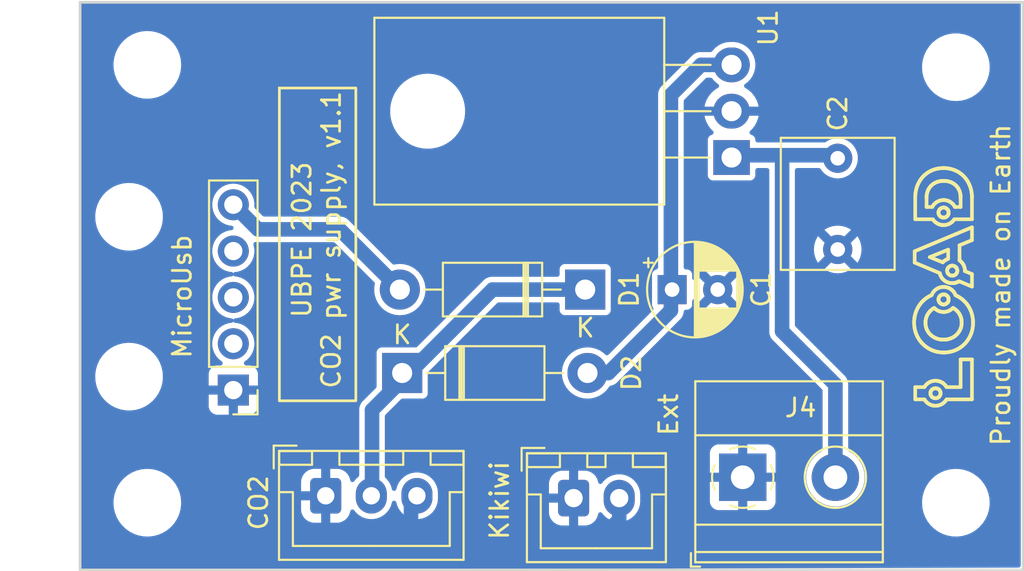
<source format=kicad_pcb>
(kicad_pcb (version 20221018) (generator pcbnew)
  (title_block (title "UBPE CO2 sensor power supply 2023") (date "2023-11-11") (rev "1.1") (company "L0AD") (comment 1 "input via external power supply (> 6V) or power bank") (comment 2 "sensor (data only) connected to CNES Kikiwi board"))
  (layers (0 "F.Cu" signal) (31 "B.Cu" signal) (34 "B.Paste" user) (35 "F.Paste" user) (36 "B.SilkS" user "B.Silkscreen") (37 "F.SilkS" user "F.Silkscreen") (38 "B.Mask" user) (39 "F.Mask" user) (44 "Edge.Cuts" user))
  (net 0 "")
  (net 1 "Net-(D2-A)")
  (net 2 "GND")
  (net 3 "Net-(J4-Pin_2)")
  (net 4 "Net-(D1-K)")
  (net 5 "Net-(D1-A)")
  (net 9 "Net-(J2-Pin_2)")
  (footprint "MountingHole:MountingHole_3.2mm_M3" (layer "F.Cu") (at 91.313 46.99 90)
    (fp_text reference "REF**" hide)
    (fp_text value "MountingHole_3.2mm_M3" hide)
  )
  (footprint "MountingHole:MountingHole_3.2mm_M3_ISO14580" (layer "F.Cu") (at 45.989 31.315 90)
    (fp_text reference "M3-1" hide)
    (fp_text value "MountingHole_3.2mm_M3_ISO14580" hide)
  )
  (footprint "Connector_JST:JST_XH_B3B-XH-A_1x03_P2.50mm_Vertical" (layer "F.Cu") (at 56.769 46.609)
    (fp_text reference "J3" hide)
    (fp_text value "CO2")
  )
  (footprint "MountingHole:MountingHole_3.2mm_M3" (layer "F.Cu") (at 46.99 22.987 90)
    (fp_text reference "REF**" hide)
    (fp_text value "MountingHole_3.2mm_M3" hide)
  )
  (footprint "MountingHole:MountingHole_3.2mm_M3" (layer "F.Cu") (at 46.99 46.99 90)
    (fp_text reference "REF**" hide)
    (fp_text value "MountingHole_3.2mm_M3" hide)
  )
  (footprint "Diode_THT:D_DO-41_SOD81_P10.16mm_Horizontal" (layer "F.Cu") (at 60.96 39.878)
    (fp_text reference "D2")
    (fp_text value "1N4004")
  )
  (footprint "Connector_JST:JST_XH_B2B-XH-A_1x02_P2.50mm_Vertical" (layer "F.Cu") (at 70.358 46.736)
    (fp_text reference "J2" hide)
    (fp_text value "Kikiwi")
  )
  (footprint "Connector_PinHeader_2.54mm:PinHeader_1x05_P2.54mm_Vertical" (layer "F.Cu") (at 51.704 40.814856 180)
    (fp_text reference "J5" hide)
    (fp_text value "MicroUsbBoard" hide)
  )
  (footprint "Package_TO_SOT_THT:TO-220-3_Horizontal_TabDown" (layer "F.Cu") (at 79.017 28.067 90)
    (fp_text reference "U1")
    (fp_text value "LM2940")
  )
  (footprint "Capacitor_THT:C_Rect_L7.0mm_W6.0mm_P5.00mm" (layer "F.Cu") (at 84.836 28.107 -90)
    (fp_text reference "C2")
    (fp_text value "470nF")
  )
  (footprint "Diode_THT:D_DO-41_SOD81_P10.16mm_Horizontal" (layer "F.Cu") (at 70.993 35.306 180)
    (fp_text reference "D1")
    (fp_text value "1N4004")
  )
  (footprint "TerminalBlock_Phoenix:TerminalBlock_Phoenix_MKDS-1,5-2-5.08_1x02_P5.08mm_Horizontal" (layer "F.Cu") (at 79.629 45.593)
    (fp_text reference "J4")
    (fp_text value "Ext")
  )
  (footprint "MountingHole:MountingHole_3.2mm_M3" (layer "F.Cu") (at 91.313 23.114 90)
    (fp_text reference "REF**" hide)
    (fp_text value "MountingHole_3.2mm_M3" hide)
  )
  (footprint "Capacitor_THT:CP_Radial_D5.0mm_P2.50mm" (layer "F.Cu") (at 75.756888 35.306)
    (fp_text reference "C1")
    (fp_text value "22µF")
  )
  (footprint "MountingHole:MountingHole_3.2mm_M3_ISO14580" (layer "B.Cu") (at 45.989 40.078 -90)
    (fp_text reference "M3-2" hide)
    (fp_text value "MountingHole_3.2mm_M3_ISO14580" hide)
  )
  (gr_line (start 90.457272 41.082083) (end 90.452284 41.094553) (stroke (width 0.200004)) (layer "F.SilkS"))
  (gr_line (start 90.870981 35.692611) (end 90.878225 35.703753) (stroke (width 0.200004)) (layer "F.SilkS"))
  (gr_line (start 91.226422 35.475941) (end 91.211731 35.454283) (stroke (width 0.200004)) (layer "F.SilkS"))
  (gr_line (start 89.78593 35.712551) (end 89.754482 35.732152) (stroke (width 0.200004)) (layer "F.SilkS"))
  (gr_line (start 90.803014 41.323636) (end 92.195394 41.323636) (stroke (width 0.200004)) (layer "F.SilkS"))
  (gr_line (start 92.157453 36.539931) (end 92.143138 36.501599) (stroke (width 0.200004)) (layer "F.SilkS"))
  (gr_line (start 89.662774 36.94897) (end 89.667409 36.925306) (stroke (width 0.200004)) (layer "F.SilkS"))
  (gr_line (start 90.469667 28.652369) (end 90.430196 28.656497) (stroke (width 0.200004)) (layer "F.SilkS"))
  (gr_line (start 89.346548 36.115349) (end 89.324046 36.14672) (stroke (width 0.200004)) (layer "F.SilkS"))
  (gr_line (start 91.956644 38.087288) (end 91.978464 38.055316) (stroke (width 0.200004)) (layer "F.SilkS"))
  (gr_line (start 90.356588 31.711613) (end 90.376731 31.720099) (stroke (width 0.200004)) (layer "F.SilkS"))
  (gr_line (start 91.372507 37.75608) (end 91.356241 37.772334) (stroke (width 0.200004)) (layer "F.SilkS"))
  (gr_line (start 90.69073 30.399622) (end 90.665517 30.398282) (stroke (width 0.200004)) (layer "F.SilkS"))
  (gr_line (start 90.46039 31.747804) (end 90.482018 31.753113) (stroke (width 0.200004)) (layer "F.SilkS"))
  (gr_line (start 91.002047 35.259633) (end 90.979168 35.246451) (stroke (width 0.200004)) (layer "F.SilkS"))
  (gr_line (start 90.433958 36.030749) (end 90.425204 36.020784) (stroke (width 0.200004)) (layer "F.SilkS"))
  (gr_line (start 90.374932 29.378175) (end 90.397821 29.372638) (stroke (width 0.200004)) (layer "F.SilkS"))
  (gr_line (start 90.426604 41.141198) (end 90.418838 41.151964) (stroke (width 0.200004)) (layer "F.SilkS"))
  (gr_line (start 89.137501 37.732223) (end 89.152895 37.770121) (stroke (width 0.200004)) (layer "F.SilkS"))
  (gr_line (start 89.878979 41.599171) (end 89.89953 41.609126) (stroke (width 0.200004)) (layer "F.SilkS"))
  (gr_line (start 90.990469 34.944324) (end 91.020778 34.949003) (stroke (width 0.200004)) (layer "F.SilkS"))
  (gr_line (start 90.519364 30.836827) (end 90.531699 30.831326) (stroke (width 0.200004)) (layer "F.SilkS"))
  (gr_line (start 90.285807 29.405508) (end 90.307724 29.3979) (stroke (width 0.200004)) (layer "F.SilkS"))
  (gr_line (start 89.766297 37.582479) (end 89.755117 37.562496) (stroke (width 0.200004)) (layer "F.SilkS"))
  (gr_line (start 91.671265 38.396068) (end 91.700385 38.3715) (stroke (width 0.200004)) (layer "F.SilkS"))
  (gr_line (start 91.777657 34.060337) (end 91.76379 34.021437) (stroke (width 0.200004)) (layer "F.SilkS"))
  (gr_line (start 90.152035 36.335836) (end 90.177762 36.359525) (stroke (width 0.200004)) (layer "F.SilkS"))
  (gr_line (start 89.325276 38.082573) (end 89.348082 38.114031) (stroke (width 0.200004)) (layer "F.SilkS"))
  (gr_line (start 90.846193 31.268967) (end 90.836972 31.278505) (stroke (width 0.200004)) (layer "F.SilkS"))
  (gr_line (start 90.482507 38.042124) (end 90.458379 38.038653) (stroke (width 0.200004)) (layer "F.SilkS"))
  (gr_line (start 91.126709 35.355262) (end 91.10754 35.337461) (stroke (width 0.200004)) (layer "F.SilkS"))
  (gr_line (start 90.919427 28.667507) (end 90.880586 28.661543) (stroke (width 0.200004)) (layer "F.SilkS"))
  (gr_line (start 90.291747 40.307651) (end 90.268077 40.304835) (stroke (width 0.200004)) (layer "F.SilkS"))
  (gr_line (start 89.084757 41.323636) (end 89.588384 41.323636) (stroke (width 0.200004)) (layer "F.SilkS"))
  (gr_line (start 92.194539 36.657508) (end 92.183155 36.617886) (stroke (width 0.200004)) (layer "F.SilkS"))
  (gr_line (start 91.214668 30.69662) (end 91.200896 30.677524) (stroke (width 0.200004)) (layer "F.SilkS"))
  (gr_line (start 91.862335 38.208824) (end 91.886969 38.179391) (stroke (width 0.200004)) (layer "F.SilkS"))
  (gr_line (start 92.010164 29.464364) (end 91.992076 29.430022) (stroke (width 0.200004)) (layer "F.SilkS"))
  (gr_line (start 90.210026 40.713434) (end 90.224164 40.714494) (stroke (width 0.200004)) (layer "F.SilkS"))
  (gr_line (start 89.950913 28.79336) (end 89.917066 28.809955) (stroke (width 0.200004)) (layer "F.SilkS"))
  (gr_line (start 89.528285 38.3158) (end 89.556734 38.341905) (stroke (width 0.200004)) (layer "F.SilkS"))
  (gr_line (start 90.468515 40.932352) (end 90.470965 40.945872) (stroke (width 0.200004)) (layer "F.SilkS"))
  (gr_line (start 89.951476 35.625152) (end 89.917259 35.641219) (stroke (width 0.200004)) (layer "F.SilkS"))
  (gr_line (start 90.863215 30.920063) (end 90.870981 30.93083) (stroke (width 0.200004)) (layer "F.SilkS"))
  (gr_line (start 89.925992 41.056296) (end 89.922882 41.043012) (stroke (width 0.200004)) (layer "F.SilkS"))
  (gr_line (start 89.612015 41.362042) (end 89.624744 41.380616) (stroke (width 0.200004)) (layer "F.SilkS"))
  (gr_line (start 90.909782 31.152959) (end 90.906028 31.165989) (stroke (width 0.200004)) (layer "F.SilkS"))
  (gr_line (start 92.12803 29.760806) (end 92.116298 29.721972) (stroke (width 0.200004)) (layer "F.SilkS"))
  (gr_line (start 90.589419 30.399622) (end 90.539743 30.404912) (stroke (width 0.200004)) (layer "F.SilkS"))
  (gr_line (start 90.795755 35.618431) (end 90.806674 35.626088) (stroke (width 0.200004)) (layer "F.SilkS"))
  (gr_line (start 89.723585 35.752462) (end 89.693241 35.77348) (stroke (width 0.200004)) (layer "F.SilkS"))
  (gr_line (start 90.461651 41.069325) (end 90.457272 41.082083) (stroke (width 0.200004)) (layer "F.SilkS"))
  (gr_line (start 90.229918 30.529601) (end 90.192573 30.558462) (stroke (width 0.200004)) (layer "F.SilkS"))
  (gr_line (start 90.933681 38.729709) (end 90.973024 38.722623) (stroke (width 0.200004)) (layer "F.SilkS"))
  (gr_line (start 91.423037 36.52257) (end 91.437428 36.54003) (stroke (width 0.200004)) (layer "F.SilkS"))
  (gr_line (start 90.445677 34.461853) (end 90.454748 34.490096) (stroke (width 0.200004)) (layer "F.SilkS"))
  (gr_line (start 91.429391 35.683144) (end 91.396942 35.665628) (stroke (width 0.200004)) (layer "F.SilkS"))
  (gr_line (start 91.490418 36.613811) (end 91.502517 36.633239) (stroke (width 0.200004)) (layer "F.SilkS"))
  (gr_line (start 90.540257 29.350409) (end 90.564847 29.348547) (stroke (width 0.200004)) (layer "F.SilkS"))
  (gr_line (start 89.666865 28.970244) (end 89.638169 28.993714) (stroke (width 0.200004)) (layer "F.SilkS"))
  (gr_line (start 90.801843 28.652369) (end 90.761938 28.649157) (stroke (width 0.200004)) (layer "F.SilkS"))
  (gr_line (start 91.383783 34.19999) (end 91.386894 34.213274) (stroke (width 0.200004)) (layer "F.SilkS"))
  (gr_line (start 89.549783 35.889217) (end 89.522742 35.914496) (stroke (width 0.200004)) (layer "F.SilkS"))
  (gr_line (start 90.590265 28.645487) (end 90.549702 28.646864) (stroke (width 0.200004)) (layer "F.SilkS"))
  (gr_line (start 90.181058 29.450437) (end 90.201277 29.440621) (stroke (width 0.200004)) (layer "F.SilkS"))
  (gr_line (start 92.019298 36.249716) (end 91.998637 36.21634) (stroke (width 0.200004)) (layer "F.SilkS"))
  (gr_line (start 90.859099 36.49801) (end 90.893119 36.485923) (stroke (width 0.200004)) (layer "F.SilkS"))
  (gr_line (start 90.015979 29.557137) (end 90.032793 29.543655) (stroke (width 0.200004)) (layer "F.SilkS"))
  (gr_line (start 90.074686 31.484944) (end 90.100971 31.518762) (stroke (width 0.200004)) (layer "F.SilkS"))
  (gr_line (start 89.920432 40.945872) (end 89.922882 40.932352) (stroke (width 0.200004)) (layer "F.SilkS"))
  (gr_line (start 90.01858 41.199567) (end 90.008475 41.190935) (stroke (width 0.200004)) (layer "F.SilkS"))
  (gr_line (start 90.852504 34.174203) (end 90.857492 34.161733) (stroke (width 0.200004)) (layer "F.SilkS"))
  (gr_line (start 90.340079 41.222522) (end 90.328418 41.229136) (stroke (width 0.200004)) (layer "F.SilkS"))
  (gr_line (start 89.634206 35.817645) (end 89.605515 35.840792) (stroke (width 0.200004)) (layer "F.SilkS"))
  (gr_line (start 90.039906 30.736223) (end 90.017059 30.777606) (stroke (width 0.200004)) (layer "F.SilkS"))
  (gr_line (start 89.76708 29.909627) (end 89.775318 29.88835) (stroke (width 0.200004)) (layer "F.SilkS"))
  (gr_line (start 90.611611 35.572939) (end 90.625749 35.571879) (stroke (width 0.200004)) (layer "F.SilkS"))
  (gr_line (start 91.240291 35.498169) (end 91.226422 35.475941) (stroke (width 0.200004)) (layer "F.SilkS"))
  (gr_line (start 90.544344 36.104065) (end 90.531699 36.099147) (stroke (width 0.200004)) (layer "F.SilkS"))
  (gr_line (start 90.957917 28.674388) (end 90.919427 28.667507) (stroke (width 0.200004)) (layer "F.SilkS"))
  (gr_line (start 91.564079 30.113276) (end 91.566893 30.13727) (stroke (width 0.200004)) (layer "F.SilkS"))
  (gr_line (start 89.188404 29.645668) (end 89.17506 29.683594) (stroke (width 0.200004)) (layer "F.SilkS"))
  (gr_line (start 91.477858 36.594775) (end 91.490418 36.613811) (stroke (width 0.200004)) (layer "F.SilkS"))
  (gr_line (start 91.810267 34.268603) (end 91.80891 34.225382) (stroke (width 0.200004)) (layer "F.SilkS"))
  (gr_line (start 90.882312 30.440548) (end 90.859495 30.432639) (stroke (width 0.200004)) (layer "F.SilkS"))
  (gr_line (start 90.896661 35.739256) (end 90.901649 35.751725) (stroke (width 0.200004)) (layer "F.SilkS"))
  (gr_line (start 90.40917 35.999643) (end 90.401926 35.988501) (stroke (width 0.200004)) (layer "F.SilkS"))
  (gr_line (start 89.385558 29.268047) (end 89.3641 29.299141) (stroke (width 0.200004)) (layer "F.SilkS"))
  (gr_line (start 90.224164 41.26087) (end 90.210026 41.26193) (stroke (width 0.200004)) (layer "F.SilkS"))
  (gr_line (start 90.40917 35.692611) (end 90.416936 35.681844) (stroke (width 0.200004)) (layer "F.SilkS"))
  (gr_line (start 91.570977 30.186088) (end 91.572249 30.210914) (stroke (width 0.200004)) (layer "F.SilkS"))
  (gr_line (start 90.544344 30.826408) (end 90.557282 30.82209) (stroke (width 0.200004)) (layer "F.SilkS"))
  (gr_line (start 91.277234 36.386335) (end 91.300105 36.403961) (stroke (width 0.200004)) (layer "F.SilkS"))
  (gr_line (start 90.627129 41.526475) (end 90.661763 41.497628) (stroke (width 0.200004)) (layer "F.SilkS"))
  (gr_line (start 91.071679 33.997163) (end 91.085613 33.995416) (stroke (width 0.200004)) (layer "F.SilkS"))
  (gr_line (start 90.457014 36.508635) (end 90.492381 36.51714) (stroke (width 0.200004)) (layer "F.SilkS"))
  (gr_line (start 90.878225 30.941972) (end 90.884932 30.953471) (stroke (width 0.200004)) (layer "F.SilkS"))
  (gr_line (start 90.806674 35.626088) (end 90.817194 35.634242) (stroke (width 0.200004)) (layer "F.SilkS"))
  (gr_line (start 90.315167 40.311243) (end 90.291747 40.307651) (stroke (width 0.200004)) (layer "F.SilkS"))
  (gr_line (start 90.878225 35.703753) (end 90.884932 35.715252) (stroke (width 0.200004)) (layer "F.SilkS"))
  (gr_line (start 90.476676 35.178627) (end 90.425058 35.19298) (stroke (width 0.200004)) (layer "F.SilkS"))
  (gr_line (start 90.788724 36.516976) (end 90.824284 36.508378) (stroke (width 0.200004)) (layer "F.SilkS"))
  (gr_line (start 90.030198 41.654669) (end 90.053076 41.659769) (stroke (width 0.200004)) (layer "F.SilkS"))
  (gr_line (start 90.378502 35.940529) (end 90.374123 35.927771) (stroke (width 0.200004)) (layer "F.SilkS"))
  (gr_line (start 90.433849 41.130056) (end 90.426604 41.141198) (stroke (width 0.200004)) (layer "F.SilkS"))
  (gr_line (start 91.2893 34.933234) (end 91.313121 34.926709) (stroke (width 0.200004)) (layer "F.SilkS"))
  (gr_line (start 90.709657 30.818388) (end 90.72287 30.82209) (stroke (width 0.200004)) (layer "F.SilkS"))
  (gr_line (start 89.097246 37.615974) (end 89.109676 37.655151) (stroke (width 0.200004)) (layer "F.SilkS"))
  (gr_line (start 90.640076 35.159613) (end 90.584352 35.16178) (stroke (width 0.200004)) (layer "F.SilkS"))
  (gr_line (start 89.123095 36.532971) (end 89.109676 36.57148) (stroke (width 0.200004)) (layer "F.SilkS"))
  (gr_line (start 90.594158 33.812291) (end 89.883154 33.525124) (stroke (width 0.200004)) (layer "F.SilkS"))
  (gr_line (start 90.836323 30.425497) (end 90.812812 30.419139) (stroke (width 0.200004)) (layer "F.SilkS"))
  (gr_line (start 91.328949 34.093947) (end 91.337217 34.104322) (stroke (width 0.200004)) (layer "F.SilkS"))
  (gr_line (start 91.192954 37.900157) (end 91.173057 37.912133) (stroke (width 0.200004)) (layer "F.SilkS"))
  (gr_line (start 90.678096 36.531637) (end 90.715579 36.528656) (stroke (width 0.200004)) (layer "F.SilkS"))
  (gr_line (start 90.076231 41.664121) (end 90.099651 41.667712) (stroke (width 0.200004)) (layer "F.SilkS"))
  (gr_line (start 90.401926 35.703753) (end 90.40917 35.692611) (stroke (width 0.200004)) (layer "F.SilkS"))
  (gr_line (start 91.365085 34.14957) (end 91.370663 34.161733) (stroke (width 0.200004)) (layer "F.SilkS"))
  (gr_line (start 90.482018 31.753113) (end 90.503908 31.757752) (stroke (width 0.200004)) (layer "F.SilkS"))
  (gr_line (start 91.057968 33.999579) (end 91.071679 33.997163) (stroke (width 0.200004)) (layer "F.SilkS"))
  (gr_line (start 89.726733 36.745022) (end 89.73684 36.723619) (stroke (width 0.200004)) (layer "F.SilkS"))
  (gr_line (start 91.114078 34.955118) (end 91.139905 34.954655) (stroke (width 0.200004)) (layer "F.SilkS"))
  (gr_line (start 90.462957 36.058012) (end 90.452852 36.04938) (stroke (width 0.200004)) (layer "F.SilkS"))
  (gr_line (start 91.798287 34.14113) (end 91.789183 34.100261) (stroke (width 0.200004)) (layer "F.SilkS"))
  (gr_line (start 89.033496 37.287086) (end 89.037986 37.32971) (stroke (width 0.200004)) (layer "F.SilkS"))
  (gr_line (start 90.729359 33.696388) (end 90.710813 33.708974) (stroke (width 0.200004)) (layer "F.SilkS"))
  (gr_line (start 89.085805 36.649815) (end 89.075354 36.689643) (stroke (width 0.200004)) (layer "F.SilkS"))
  (gr_line (start 89.793947 36.621974) (end 89.806687 36.602725) (stroke (width 0.200004)) (layer "F.SilkS"))
  (gr_line (start 90.050536 31.449513) (end 90.074686 31.484944) (stroke (width 0.200004)) (layer "F.SilkS"))
  (gr_line (start 90.049994 29.530578) (end 90.06758 29.517908) (stroke (width 0.200004)) (layer "F.SilkS"))
  (gr_line (start 90.557282 36.108383) (end 90.544344 36.104065) (stroke (width 0.200004)) (layer "F.SilkS"))
  (gr_line (start 91.044497 34.002646) (end 91.057968 33.999579) (stroke (width 0.200004)) (layer "F.SilkS"))
  (gr_line (start 91.608948 28.970243) (end 91.579589 28.947535) (stroke (width 0.200004)) (layer "F.SilkS"))
  (gr_line (start 90.841261 34.323934) (end 90.838811 34.310414) (stroke (width 0.200004)) (layer "F.SilkS"))
  (gr_line (start 89.084757 31.449513) (end 90.050536 31.449513) (stroke (width 0.200004)) (layer "F.SilkS"))
  (gr_line (start 89.963369 40.340344) (end 89.920455 40.356935) (stroke (width 0.200004)) (layer "F.SilkS"))
  (gr_line (start 89.393649 36.05451) (end 89.369749 36.084612) (stroke (width 0.200004)) (layer "F.SilkS"))
  (gr_line (start 90.640075 30.397831) (end 90.589419 30.399622) (stroke (width 0.200004)) (layer "F.SilkS"))
  (gr_line (start 91.001081 37.991656) (end 90.978267 37.9994) (stroke (width 0.200004)) (layer "F.SilkS"))
  (gr_line (start 91.02372 37.983378) (end 91.001081 37.991656) (stroke (width 0.200004)) (layer "F.SilkS"))
  (gr_line (start 90.854947 31.259002) (end 90.846193 31.268967) (stroke (width 0.200004)) (layer "F.SilkS"))
  (gr_line (start 91.130427 36.333525) (end 91.15496 36.308283) (stroke (width 0.200004)) (layer "F.SilkS"))
  (gr_line (start 89.764269 41.526475) (end 89.782296 41.540067) (stroke (width 0.200004)) (layer "F.SilkS"))
  (gr_line (start 90.017059 30.777606) (end 89.706884 30.777606) (stroke (width 0.200004)) (layer "F.SilkS"))
  (gr_line (start 90.779383 41.362042) (end 90.803014 41.323636) (stroke (width 0.200004)) (layer "F.SilkS"))
  (gr_line (start 92.195394 31.449513) (end 92.195394 30.262573) (stroke (width 0.200004)) (layer "F.SilkS"))
  (gr_line (start 90.316088 38.722002) (end 90.355427 38.729231) (stroke (width 0.200004)) (layer "F.SilkS"))
  (gr_line (start 89.858814 41.588576) (end 89.878979 41.599171) (stroke (width 0.200004)) (layer "F.SilkS"))
  (gr_line (start 90.351378 41.215378) (end 90.340079 41.222522) (stroke (width 0.200004)) (layer "F.SilkS"))
  (gr_line (start 90.640076 35.571521) (end 90.654402 35.571879) (stroke (width 0.200004)) (layer "F.SilkS"))
  (gr_line (start 89.800777 41.553086) (end 89.8197 41.56552) (stroke (width 0.200004)) (layer "F.SilkS"))
  (gr_line (start 90.795755 31.312042) (end 90.784456 31.319186) (stroke (width 0.200004)) (layer "F.SilkS"))
  (gr_line (start 90.452852 31.287599) (end 90.44318 31.278505) (stroke (width 0.200004)) (layer "F.SilkS"))
  (gr_line (start 90.774968 29.352799) (end 90.799221 29.355717) (stroke (width 0.200004)) (layer "F.SilkS"))
  (gr_line (start 91.523719 35.739694) (end 91.492778 35.720178) (stroke (width 0.200004)) (layer "F.SilkS"))
  (gr_line (start 90.0535 36.35626) (end 90.077615 36.340422) (stroke (width 0.200004)) (layer "F.SilkS"))
  (gr_line (start 91.234789 34.516123) (end 91.222455 34.521624) (stroke (width 0.200004)) (layer "F.SilkS"))
  (gr_line (start 90.361599 35.846127) (end 90.361962 35.832) (stroke (width 0.200004)) (layer "F.SilkS"))
  (gr_line (start 90.654402 35.571879) (end 90.668541 35.572939) (stroke (width 0.200004)) (layer "F.SilkS"))
  (gr_line (start 90.918189 35.832) (end 90.918551 35.846127) (stroke (width 0.200004)) (layer "F.SilkS"))
  (gr_line (start 89.17506 29.683594) (end 89.162632 29.721973) (stroke (width 0.200004)) (layer "F.SilkS"))
  (gr_line (start 91.492778 35.720178) (end 91.461336 35.701328) (stroke (width 0.200004)) (layer "F.SilkS"))
  (gr_line (start 90.715579 36.528656) (end 90.752472 36.523752) (stroke (width 0.200004)) (layer "F.SilkS"))
  (gr_line (start 89.037986 36.895403) (end 89.033496 36.937882) (stroke (width 0.200004)) (layer "F.SilkS"))
  (gr_line (start 90.90796 34.453226) (end 90.899206 34.443261) (stroke (width 0.200004)) (layer "F.SilkS"))
  (gr_line (start 90.417966 31.735223) (end 90.439036 31.741837) (stroke (width 0.200004)) (layer "F.SilkS"))
  (gr_line (start 91.018346 34.010666) (end 91.031284 34.006348) (stroke (width 0.200004)) (layer "F.SilkS"))
  (gr_line (start 91.810142 34.288734) (end 91.81023 34.282042) (stroke (width 0.200004)) (layer "F.SilkS"))
  (gr_line (start 91.426177 29.731693) (end 91.437869 29.749909) (stroke (width 0.200004)) (layer "F.SilkS"))
  (gr_line (start 90.938168 29.384232) (end 90.96024 29.390807) (stroke (width 0.200004)) (layer "F.SilkS"))
  (gr_line (start 91.361066 29.646466) (end 91.374972 29.662731) (stroke (width 0.200004)) (layer "F.SilkS"))
  (gr_line (start 91.16466 38.673017) (end 91.201963 38.660261) (stroke (width 0.200004)) (layer "F.SilkS"))
  (gr_line (start 89.957549 41.130056) (end 89.950842 41.118556) (stroke (width 0.200004)) (layer "F.SilkS"))
  (gr_line (start 89.043472 36.853367) (end 89.037986 36.895403) (stroke (width 0.200004)) (layer "F.SilkS"))
  (gr_line (start 91.580568 37.425858) (end 91.57224 37.447916) (stroke (width 0.200004)) (layer "F.SilkS"))
  (gr_line (start 90.032793 29.543655) (end 90.049994 29.530578) (stroke (width 0.200004)) (layer "F.SilkS"))
  (gr_line (start 90.96024 29.390807) (end 90.982003 29.3979) (stroke (width 0.200004)) (layer "F.SilkS"))
  (gr_line (start 90.367259 31.139676) (end 90.364809 31.126155) (stroke (width 0.200004)) (layer "F.SilkS"))
  (gr_line (start 91.344983 34.42212) (end 91.337217 34.432887) (stroke (width 0.200004)) (layer "F.SilkS"))
  (gr_line (start 90.531699 31.337365) (end 90.519364 31.331865) (stroke (width 0.200004)) (layer "F.SilkS"))
  (gr_line (start 91.356241 37.772334) (end 91.339525 37.788233) (stroke (width 0.200004)) (layer "F.SilkS"))
  (gr_line (start 91.382419 34.90239) (end 91.404741 34.892757) (stroke (width 0.200004)) (layer "F.SilkS"))
  (gr_line (start 91.304958 37.818893) (end 91.28716 37.833554) (stroke (width 0.200004)) (layer "F.SilkS"))
  (gr_line (start 90.351378 40.759986) (end 90.362297 40.767643) (stroke (width 0.200004)) (layer "F.SilkS"))
  (gr_line (start 91.010907 30.503255) (end 90.990542 30.491065) (stroke (width 0.200004)) (layer "F.SilkS"))
  (gr_line (start 89.83905 41.577354) (end 89.858814 41.588576) (stroke (width 0.200004)) (layer "F.SilkS"))
  (gr_line (start 90.433849 40.845308) (end 90.440555 40.856808) (stroke (width 0.200004)) (layer "F.SilkS"))
  (gr_line (start 90.329883 29.390807) (end 90.352286 29.384232) (stroke (width 0.200004)) (layer "F.SilkS"))
  (gr_line (start 90.721676 28.646864) (end 90.681056 28.645487) (stroke (width 0.200004)) (layer "F.SilkS"))
  (gr_line (start 90.157332 30.589718) (end 90.12432 30.623245) (stroke (width 0.200004)) (layer "F.SilkS"))
  (gr_line (start 90.741295 34.84851) (end 90.766526 34.863579) (stroke (width 0.200004)) (layer "F.SilkS"))
  (gr_line (start 90.392595 41.181841) (end 90.382922 41.190935) (stroke (width 0.200004)) (layer "F.SilkS"))
  (gr_line (start 89.918661 40.959612) (end 89.920432 40.945872) (stroke (width 0.200004)) (layer "F.SilkS"))
  (gr_line (start 91.139905 34.954655) (end 91.165493 34.953278) (stroke (width 0.200004)) (layer "F.SilkS"))
  (gr_line (start 90.428029 40.340344) (end 90.406067 40.333083) (stroke (width 0.200004)) (layer "F.SilkS"))
  (gr_line (start 90.884932 35.715252) (end 90.891083 35.727093) (stroke (width 0.200004)) (layer "F.SilkS"))
  (gr_line (start 91.152805 37.923661) (end 91.132195 37.93474) (stroke (width 0.200004)) (layer "F.SilkS"))
  (gr_line (start 90.328418 41.229136) (end 90.316411 41.235201) (stroke (width 0.200004)) (layer "F.SilkS"))
  (gr_line (start 91.670928 35.847232) (end 91.642482 35.8244) (stroke (width 0.200004)) (layer "F.SilkS"))
  (gr_line (start 90.605917 34.737935) (end 90.626425 34.758618) (stroke (width 0.200004)) (layer "F.SilkS"))
  (gr_line (start 89.908223 36.478166) (end 89.924499 36.461838) (stroke (width 0.200004)) (layer "F.SilkS"))
  (gr_line (start 91.891077 29.268046) (end 91.868777 29.237604) (stroke (width 0.200004)) (layer "F.SilkS"))
  (gr_line (start 89.764269 40.448889) (end 89.729635 40.477736) (stroke (width 0.200004)) (layer "F.SilkS"))
  (gr_line (start 90.570495 30.818388) (end 90.583966 30.815321) (stroke (width 0.200004)) (layer "F.SilkS"))
  (gr_line (start 89.929746 41.069325) (end 89.925992 41.056296) (stroke (width 0.200004)) (layer "F.SilkS"))
  (gr_line (start 91.464839 36.576133) (end 91.477858 36.594775) (stroke (width 0.200004)) (layer "F.SilkS"))
  (gr_line (start 91.253834 36.369376) (end 91.277234 36.386335) (stroke (width 0.200004)) (layer "F.SilkS"))
  (gr_line (start 89.950842 41.118556) (end 89.944691 41.106716) (stroke (width 0.200004)) (layer "F.SilkS"))
  (gr_line (start 90.918189 35.860254) (end 90.917113 35.874197) (stroke (width 0.200004)) (layer "F.SilkS"))
  (gr_line (start 91.998637 36.21634) (end 91.977242 36.183615) (stroke (width 0.200004)) (layer "F.SilkS"))
  (gr_line (start 90.06298 40.746228) (end 90.074987 40.740163) (stroke (width 0.200004)) (layer "F.SilkS"))
  (gr_line (start 89.758366 36.681884) (end 89.769787 36.661555) (stroke (width 0.200004)) (layer "F.SilkS"))
  (gr_line (start 90.053076 40.315595) (end 90.007612 40.326528) (stroke (width 0.200004)) (layer "F.SilkS"))
  (gr_line (start 89.980827 40.813025) (end 89.989581 40.80306) (stroke (width 0.200004)) (layer "F.SilkS"))
  (gr_line (start 89.707966 30.210914) (end 89.709316 30.186088) (stroke (width 0.200004)) (layer "F.SilkS"))
  (gr_line (start 92.195394 41.323636) (end 92.195394 39.132632) (stroke (width 0.200004)) (layer "F.SilkS"))
  (gr_line (start 90.171359 41.673784) (end 90.195699 41.674196) (stroke (width 0.200004)) (layer "F.SilkS"))
  (gr_line (start 90.401816 41.172304) (end 90.392595 41.181841) (stroke (width 0.200004)) (layer "F.SilkS"))
  (gr_line (start 91.122817 30.589718) (end 91.105468 30.573799) (stroke (width 0.200004)) (layer "F.SilkS"))
  (gr_line (start 91.607665 37.334648) (end 91.601821 37.357895) (stroke (width 0.200004)) (layer "F.SilkS"))
  (gr_line (start 89.882869 29.696432) (end 89.895975 29.679386) (stroke (width 0.200004)) (layer "F.SilkS"))
  (gr_line (start 91.642482 35.8244) (end 91.61354 35.802229) (stroke (width 0.200004)) (layer "F.SilkS"))
  (gr_line (start 91.977242 36.183615) (end 91.955116 36.151541) (stroke (width 0.200004)) (layer "F.SilkS"))
  (gr_line (start 90.602323 36.531647) (end 90.640076 36.532641) (stroke (width 0.200004)) (layer "F.SilkS"))
  (gr_line (start 90.007612 41.648836) (end 90.030198 41.654669) (stroke (width 0.200004)) (layer "F.SilkS"))
  (gr_line (start 90.462957 31.296231) (end 90.452852 31.287599) (stroke (width 0.200004)) (layer "F.SilkS"))
  (gr_line (start 91.253317 35.520944) (end 91.240291 35.498169) (stroke (width 0.200004)) (layer "F.SilkS"))
  (gr_line (start 89.903513 37.761126) (end 89.887718 37.744969) (stroke (width 0.200004)) (layer "F.SilkS"))
  (gr_line (start 89.202666 29.608195) (end 89.188404 29.645668) (stroke (width 0.200004)) (layer "F.SilkS"))
  (gr_line (start 90.465405 40.919068) (end 90.468515 40.932352) (stroke (width 0.200004)) (layer "F.SilkS"))
  (gr_line (start 90.993366 34.021085) (end 91.005701 34.015584) (stroke (width 0.200004)) (layer "F.SilkS"))
  (gr_line (start 89.645435 38.415755) (end 89.676116 38.438887) (stroke (width 0.200004)) (layer "F.SilkS"))
  (gr_line (start 90.395219 35.977002) (end 90.389068 35.965161) (stroke (width 0.200004)) (layer "F.SilkS"))
  (gr_line (start 91.310973 34.462763) (end 91.301301 34.471857) (stroke (width 0.200004)) (layer "F.SilkS"))
  (gr_line (start 90.264133 29.413632) (end 90.285807 29.405508) (stroke (width 0.200004)) (layer "F.SilkS"))
  (gr_line (start 90.375142 35.211068) (end 90.327097 35.232727) (stroke (width 0.200004)) (layer "F.SilkS"))
  (gr_line (start 90.709657 36.112085) (end 90.696186 36.115152) (stroke (width 0.200004)) (layer "F.SilkS"))
  (gr_line (start 92.252647 37.033369) (end 92.250153 36.989899) (stroke (width 0.200004)) (layer "F.SilkS"))
  (gr_line (start 90.918189 31.098473) (end 90.917113 31.112415) (stroke (width 0.200004)) (layer "F.SilkS"))
  (gr_line (start 91.183659 34.534562) (end 91.170188 34.537629) (stroke (width 0.200004)) (layer "F.SilkS"))
  (gr_line (start 91.217595 28.748246) (end 91.181533 28.734942) (stroke (width 0.200004)) (layer "F.SilkS"))
  (gr_line (start 90.298202 31.682599) (end 90.336778 31.702527) (stroke (width 0.200004)) (layer "F.SilkS"))
  (gr_line (start 90.64119 33.764881) (end 90.624995 33.780184) (stroke (width 0.200004)) (layer "F.SilkS"))
  (gr_line (start 89.065895 37.495875) (end 89.075354 37.536337) (stroke (width 0.200004)) (layer "F.SilkS"))
  (gr_line (start 90.410692 38.030108) (end 90.387136 38.025034) (stroke (width 0.200004)) (layer "F.SilkS"))
  (gr_line (start 91.337217 34.432887) (end 91.328949 34.443261) (stroke (width 0.200004)) (layer "F.SilkS"))
  (gr_line (start 90.055723 28.748246) (end 90.020319 28.762467) (stroke (width 0.200004)) (layer "F.SilkS"))
  (gr_line (start 91.003459 29.405508) (end 91.024609 29.413632) (stroke (width 0.200004)) (layer "F.SilkS"))
  (gr_line (start 91.085613 34.541791) (end 91.071679 34.540044) (stroke (width 0.200004)) (layer "F.SilkS"))
  (gr_line (start 90.926823 30.458606) (end 90.90476 30.449209) (stroke (width 0.200004)) (layer "F.SilkS"))
  (gr_line (start 89.706437 37.456985) (end 89.698361 37.434941) (stroke (width 0.200004)) (layer "F.SilkS"))
  (gr_line (start 90.915342 31.042536) (end 90.917113 31.056276) (stroke (width 0.200004)) (layer "F.SilkS"))
  (gr_line (start 89.084758 30.262574) (end 89.084757 31.449513) (stroke (width 0.200004)) (layer "F.SilkS"))
  (gr_line (start 90.506824 38.045061) (end 90.482507 38.042124) (stroke (width 0.200004)) (layer "F.SilkS"))
  (gr_line (start 90.835964 34.254476) (end 90.83704 34.240534) (stroke (width 0.200004)) (layer "F.SilkS"))
  (gr_line (start 90.304076 41.240702) (end 90.291431 41.24562) (stroke (width 0.200004)) (layer "F.SilkS"))
  (gr_line (start 89.324046 36.14672) (end 89.302242 36.178722) (stroke (width 0.200004)) (layer "F.SilkS"))
  (gr_line (start 90.899206 34.443261) (end 90.890938 34.432887) (stroke (width 0.200004)) (layer "F.SilkS"))
  (gr_line (start 90.859495 30.432639) (end 90.836323 30.425497) (stroke (width 0.200004)) (layer "F.SilkS"))
  (gr_line (start 90.195699 40.713076) (end 90.210026 40.713434) (stroke (width 0.200004)) (layer "F.SilkS"))
  (gr_line (start 91.662147 33.845137) (end 91.635919 33.81408) (stroke (width 0.200004)) (layer "F.SilkS"))
  (gr_line (start 92.193532 30.174329) (end 92.191201 30.130903) (stroke (width 0.200004)) (layer "F.SilkS"))
  (gr_line (start 89.850487 35.675471) (end 89.817932 35.693657) (stroke (width 0.200004)) (layer "F.SilkS"))
  (gr_line (start 90.906028 35.927771) (end 90.901649 35.940529) (stroke (width 0.200004)) (layer "F.SilkS"))
  (gr_line (start 90.126118 41.25364) (end 90.112905 41.249938) (stroke (width 0.200004)) (layer "F.SilkS"))
  (gr_line (start 90.696186 30.815321) (end 90.709657 30.818388) (stroke (width 0.200004)) (layer "F.SilkS"))
  (gr_line (start 89.681435 41.450402) (end 89.696983 41.466654) (stroke (width 0.200004)) (layer "F.SilkS"))
  (gr_line (start 92.103619 29.683593) (end 92.089991 29.645667) (stroke (width 0.200004)) (layer "F.SilkS"))
  (gr_line (start 90.44318 36.040287) (end 90.433958 36.030749) (stroke (width 0.200004)) (layer "F.SilkS"))
  (gr_line (start 90.051318 41.222522) (end 90.040019 41.215378) (stroke (width 0.200004)) (layer "F.SilkS"))
  (gr_line (start 90.533091 34.647163) (end 90.549857 34.671004) (stroke (width 0.200004)) (layer "F.SilkS"))
  (gr_line (start 91.240244 30.736223) (end 91.227789 30.716191) (stroke (width 0.200004)) (layer "F.SilkS"))
  (gr_line (start 89.847551 36.547153) (end 89.862056 36.529358) (stroke (width 0.200004)) (layer "F.SilkS"))
  (gr_line (start 91.62774 37.01249) (end 91.62983 37.037067) (stroke (width 0.200004)) (layer "F.SilkS"))
  (gr_line (start 91.019053 31.660409) (end 91.05459 31.636048) (stroke (width 0.200004)) (layer "F.SilkS"))
  (gr_line (start 90.401926 30.941972) (end 90.40917 30.93083) (stroke (width 0.200004)) (layer "F.SilkS"))
  (gr_line (start 89.169128 36.420278) (end 89.152895 36.457272) (stroke (width 0.200004)) (layer "F.SilkS"))
  (gr_line (start 90.397194 31.727973) (end 90.417966 31.735223) (stroke (width 0.200004)) (layer "F.SilkS"))
  (gr_line (start 89.857935 29.731693) (end 89.870189 29.713867) (stroke (width 0.200004)) (layer "F.SilkS"))
  (gr_line (start 90.528423 36.523845) (end 90.565088 36.528698) (stroke (width 0.200004)) (layer "F.SilkS"))
  (gr_line (start 90.367259 31.029015) (end 90.370369 31.015732) (stroke (width 0.200004)) (layer "F.SilkS"))
  (gr_line (start 91.447135 37.669467) (end 91.433099 37.687501) (stroke (width 0.200004)) (layer "F.SilkS"))
  (gr_line (start 90.472736 40.959612) (end 90.473812 40.973554) (stroke (width 0.200004)) (layer "F.SilkS"))
  (gr_line (start 90.382922 40.784429) (end 90.392595 40.793522) (stroke (width 0.200004)) (layer "F.SilkS"))
  (gr_line (start 90.14173 29.471296) (end 90.161208 29.460662) (stroke (width 0.200004)) (layer "F.SilkS"))
  (gr_line (start 90.841261 34.213274) (end 90.844371 34.19999) (stroke (width 0.200004)) (layer "F.SilkS"))
  (gr_line (start 90.007612 40.326528) (end 89.963369 40.340344) (stroke (width 0.200004)) (layer "F.SilkS"))
  (gr_line (start 89.169143 37.807429) (end 89.186114 37.844093) (stroke (width 0.200004)) (layer "F.SilkS"))
  (gr_line (start 90.374123 35.927771) (end 90.370369 35.914741) (stroke (width 0.200004)) (layer "F.SilkS"))
  (gr_line (start 90.38349 30.977475) (end 90.389068 30.965312) (stroke (width 0.200004)) (layer "F.SilkS"))
  (gr_line (start 90.716777 34.832431) (end 90.741295 34.84851) (stroke (width 0.200004)) (layer "F.SilkS"))
  (gr_line (start 90.908771 38.019427) (end 90.885251 38.025034) (stroke (width 0.200004)) (layer "F.SilkS"))
  (gr_line (start 90.087322 41.240702) (end 90.074987 41.235201) (stroke (width 0.200004)) (layer "F.SilkS"))
  (gr_line (start 92.127849 36.463698) (end 92.111595 36.426396) (stroke (width 0.200004)) (layer "F.SilkS"))
  (gr_line (start 89.837811 38.543444) (end 89.871799 38.562141) (stroke (width 0.200004)) (layer "F.SilkS"))
  (gr_line (start 91.105468 30.573799) (end 91.087576 30.558462) (stroke (width 0.200004)) (layer "F.SilkS"))
  (gr_line (start 90.122489 37.924262) (end 90.102401 37.912947) (stroke (width 0.200004)) (layer "F.SilkS"))
  (gr_line (start 90.665517 30.398282) (end 90.640075 30.397831) (stroke (width 0.200004)) (layer "F.SilkS"))
  (gr_line (start 91.269757 34.040908) (end 91.280675 34.048565) (stroke (width 0.200004)) (layer "F.SilkS"))
  (gr_line (start 90.690582 38.050669) (end 90.665422 38.05147) (stroke (width 0.200004)) (layer "F.SilkS"))
  (gr_line (start 91.10838 28.711088) (end 91.071285 28.700537) (stroke (width 0.200004)) (layer "F.SilkS"))
  (gr_line (start 90.378502 30.989944) (end 90.38349 30.977475) (stroke (width 0.200004)) (layer "F.SilkS"))
  (gr_line (start 91.708945 33.911696) (end 91.686516 33.877703) (stroke (width 0.200004)) (layer "F.SilkS"))
  (gr_line (start 90.224164 40.714494) (end 90.238098 40.716241) (stroke (width 0.200004)) (layer "F.SilkS"))
  (gr_line (start 90.715557 38.049334) (end 90.690582 38.050669) (stroke (width 0.200004)) (layer "F.SilkS"))
  (gr_line (start 89.962592 36.426598) (end 89.984499 36.407987) (stroke (width 0.200004)) (layer "F.SilkS"))
  (gr_line (start 91.602661 36.870061) (end 91.608333 36.8932) (stroke (width 0.200004)) (layer "F.SilkS"))
  (gr_line (start 89.588384 41.323636) (end 89.59989 41.343044) (stroke (width 0.200004)) (layer "F.SilkS"))
  (gr_line (start 91.170188 33.999579) (end 91.183659 34.002646) (stroke (width 0.200004)) (layer "F.SilkS"))
  (gr_line (start 90.640076 36.532641) (end 90.678096 36.531637) (stroke (width 0.200004)) (layer "F.SilkS"))
  (gr_line (start 90.90796 34.083983) (end 90.917182 34.074445) (stroke (width 0.200004)) (layer "F.SilkS"))
  (gr_line (start 90.709963 40.524962) (end 90.694415 40.50871) (stroke (width 0.200004)) (layer "F.SilkS"))
  (gr_line (start 90.748453 31.337365) (end 90.735808 31.342283) (stroke (width 0.200004)) (layer "F.SilkS"))
  (gr_line (start 91.252016 30.756699) (end 91.240244 30.736223) (stroke (width 0.200004)) (layer "F.SilkS"))
  (gr_line (start 90.678344 40.492964) (end 90.661763 40.477736) (stroke (width 0.200004)) (layer "F.SilkS"))
  (gr_line (start 89.980827 41.162339) (end 89.972559 41.151964) (stroke (width 0.200004)) (layer "F.SilkS"))
  (gr_line (start 90.760788 36.093646) (end 90.748453 36.099147) (stroke (width 0.200004)) (layer "F.SilkS"))
  (gr_line (start 90.869221 34.13773) (end 90.875928 34.12623) (stroke (width 0.200004)) (layer "F.SilkS"))
  (gr_line (start 92.16551 29.920703) (end 92.157555 29.880043) (stroke (width 0.200004)) (layer "F.SilkS"))
  (gr_line (start 90.353327 30.458606) (end 90.31042 30.47955) (stroke (width 0.200004)) (layer "F.SilkS"))
  (gr_line (start 91.322449 36.422252) (end 91.344265 36.441204) (stroke (width 0.200004)) (layer "F.SilkS"))
  (gr_line (start 90.389068 30.965312) (end 90.395219 30.953471) (stroke (width 0.200004)) (layer "F.SilkS"))
  (gr_line (start 91.451362 36.557884) (end 91.464839 36.576133) (stroke (width 0.200004)) (layer "F.SilkS"))
  (gr_line (start 90.006908 37.85011) (end 89.988802 37.83629) (stroke (width 0.200004)) (layer "F.SilkS"))
  (gr_line (start 90.740347 38.047465) (end 90.715557 38.049334) (stroke (width 0.200004)) (layer "F.SilkS"))
  (gr_line (start 90.668541 31.357533) (end 90.654402 31.358594) (stroke (width 0.200004)) (layer "F.SilkS"))
  (gr_line (start 91.144658 29.471296) (end 91.163445 29.482337) (stroke (width 0.200004)) (layer "F.SilkS"))
  (gr_line (start 90.748453 30.831326) (end 90.760788 30.836827) (stroke (width 0.200004)) (layer "F.SilkS"))
  (gr_line (start 89.203809 37.88011) (end 89.222231 37.91548) (stroke (width 0.200004)) (layer "F.SilkS"))
  (gr_line (start 90.884932 35.977002) (end 90.878225 35.988501) (stroke (width 0.200004)) (layer "F.SilkS"))
  (gr_line (start 90.040019 41.215378) (end 90.029101 41.207721) (stroke (width 0.200004)) (layer "F.SilkS"))
  (gr_line (start 91.033844 28.690903) (end 90.996055 28.682187) (stroke (width 0.200004)) (layer "F.SilkS"))
  (gr_line (start 90.740407 30.404912) (end 90.715699 30.401837) (stroke (width 0.200004)) (layer "F.SilkS"))
  (gr_line (start 90.43444 38.034647) (end 90.410692 38.030108) (stroke (width 0.200004)) (layer "F.SilkS"))
  (gr_line (start 91.20981 34.526542) (end 91.196872 34.53086) (stroke (width 0.200004)) (layer "F.SilkS"))
  (gr_line (start 92.183155 37.623638) (end 92.194539 37.584263) (stroke (width 0.200004)) (layer "F.SilkS"))
  (gr_line (start 90.269242 30.503255) (end 90.229918 30.529601) (stroke (width 0.200004)) (layer "F.SilkS"))
  (gr_line (start 89.443549 35.996218) (end 89.418249 36.025045) (stroke (width 0.200004)) (layer "F.SilkS"))
  (gr_line (start 91.099752 33.994355) (end 91.114078 33.993998) (stroke (width 0.200004)) (layer "F.SilkS"))
  (gr_line (start 90.764839 30.40883) (end 90.740407 30.404912) (stroke (width 0.200004)) (layer "F.SilkS"))
  (gr_line (start 90.909782 35.914741) (end 90.906028 35.927771) (stroke (width 0.200004)) (layer "F.SilkS"))
  (gr_line (start 89.870189 29.713867) (end 89.882869 29.696432) (stroke (width 0.200004)) (layer "F.SilkS"))
  (gr_line (start 92.044212 29.534988) (end 92.027543 29.499353) (stroke (width 0.200004)) (layer "F.SilkS"))
  (gr_line (start 91.142543 34.541791) (end 91.128404 34.542852) (stroke (width 0.200004)) (layer "F.SilkS"))
  (gr_line (start 90.473478 30.864307) (end 90.484396 30.85665) (stroke (width 0.200004)) (layer "F.SilkS"))
  (gr_line (start 90.057174 35.470614) (end 90.030103 35.51496) (stroke (width 0.200004)) (layer "F.SilkS"))
  (gr_line (start 89.075354 36.689643) (end 89.065895 36.729912) (stroke (width 0.200004)) (layer "F.SilkS"))
  (gr_line (start 89.939113 40.880811) (end 89.944691 40.868648) (stroke (width 0.200004)) (layer "F.SilkS"))
  (gr_line (start 90.085549 29.505644) (end 90.103898 29.493787) (stroke (width 0.200004)) (layer "F.SilkS"))
  (gr_line (start 90.006406 35.561407) (end 89.986249 35.609791) (stroke (width 0.200004)) (layer "F.SilkS"))
  (gr_line (start 90.583966 36.115152) (end 90.570495 36.112085) (stroke (width 0.200004)) (layer "F.SilkS"))
  (gr_line (start 91.533076 37.533254) (end 91.522109 37.553782) (stroke (width 0.200004)) (layer "F.SilkS"))
  (gr_line (start 91.886969 38.179391) (end 91.910897 38.149325) (stroke (width 0.200004)) (layer "F.SilkS"))
  (gr_line (start 90.681056 28.645487) (end 90.640076 28.645029) (stroke (width 0.200004)) (layer "F.SilkS"))
  (gr_line (start 92.094605 36.389751) (end 92.07688 36.353761) (stroke (width 0.200004)) (layer "F.SilkS"))
  (gr_line (start 91.229907 36.353087) (end 91.253834 36.369376) (stroke (width 0.200004)) (layer "F.SilkS"))
  (gr_line (start 90.401816 40.80306) (end 90.41057 40.813025) (stroke (width 0.200004)) (layer "F.SilkS"))
  (gr_line (start 92.183737 30.04544) (end 92.1786 30.003401) (stroke (width 0.200004)) (layer "F.SilkS"))
  (gr_line (start 91.81095 38.265794) (end 91.836996 38.237625) (stroke (width 0.200004)) (layer "F.SilkS"))
  (gr_line (start 90.340607 38.013285) (end 90.317636 38.006609) (stroke (width 0.200004)) (layer "F.SilkS"))
  (gr_line (start 90.817194 30.872461) (end 90.827299 30.881093) (stroke (width 0.200004)) (layer "F.SilkS"))
  (gr_line (start 91.789183 34.100261) (end 91.777657 34.060337) (stroke (width 0.200004)) (layer "F.SilkS"))
  (gr_line (start 91.601821 37.357895) (end 91.595357 37.380847) (stroke (width 0.200004)) (layer "F.SilkS"))
  (gr_line (start 89.454165 29.178681) (end 89.430589 29.207816) (stroke (width 0.200004)) (layer "F.SilkS"))
  (gr_line (start 92.075413 29.608194) (end 92.060169 29.571269) (stroke (width 0.200004)) (layer "F.SilkS"))
  (gr_line (start 90.237285 35.286106) (end 90.195852 35.3175) (stroke (width 0.200004)) (layer "F.SilkS"))
  (gr_line (start 90.531699 35.593107) (end 90.544344 35.588189) (stroke (width 0.200004)) (layer "F.SilkS"))
  (gr_line (start 90.647795 34.778438) (end 90.669997 34.797366) (stroke (width 0.200004)) (layer "F.SilkS"))
  (gr_line (start 90.470943 40.356935) (end 90.449659 40.3483) (stroke (width 0.200004)) (layer "F.SilkS"))
  (gr_line (start 91.34672 29.630592) (end 91.361066 29.646466) (stroke (width 0.200004)) (layer "F.SilkS"))
  (gr_line (start 89.096292 30.045442) (end 89.092141 30.087942) (stroke (width 0.200004)) (layer "F.SilkS"))
  (gr_line (start 90.416936 30.920063) (end 90.425204 30.909689) (stroke (width 0.200004)) (layer "F.SilkS"))
  (gr_line (start 90.475429 38.74514) (end 90.516093 38.748516) (stroke (width 0.200004)) (layer "F.SilkS"))
  (gr_line (start 89.662384 37.296497) (end 89.658476 37.272393) (stroke (width 0.200004)) (layer "F.SilkS"))
  (gr_line (start 90.854947 30.909689) (end 90.863215 30.920063) (stroke (width 0.200004)) (layer "F.SilkS"))
  (gr_line (start 89.529135 29.095208) (end 89.503437 29.122376) (stroke (width 0.200004)) (layer "F.SilkS"))
  (gr_line (start 90.931217 34.931182) (end 90.960606 34.938374) (stroke (width 0.200004)) (layer "F.SilkS"))
  (gr_line (start 90.848125 34.350247) (end 90.844371 34.337218) (stroke (width 0.200004)) (layer "F.SilkS"))
  (gr_line (start 90.294862 37.9994) (end 90.272288 37.991656) (stroke (width 0.200004)) (layer "F.SilkS"))
  (gr_line (start 90.640076 28.645029) (end 90.631189 28.645029) (stroke (width 0.200004)) (layer "F.SilkS"))
  (gr_line (start 89.720079 30.089557) (end 89.724104 30.066113) (stroke (width 0.200004)) (layer "F.SilkS"))
  (gr_line (start 91.024361 35.273637) (end 91.002047 35.259633) (stroke (width 0.200004)) (layer "F.SilkS"))
  (gr_line (start 91.328949 34.443261) (end 91.320195 34.453226) (stroke (width 0.200004)) (layer "F.SilkS"))
  (gr_line (start 92.1786 30.003401) (end 92.172525 29.961822) (stroke (width 0.200004)) (layer "F.SilkS"))
  (gr_line (start 91.573267 40.651728) (end 90.803014 40.651728) (stroke (width 0.200004)) (layer "F.SilkS"))
  (gr_line (start 90.735808 36.104065) (end 90.72287 36.108383) (stroke (width 0.200004)) (layer "F.SilkS"))
  (gr_line (start 91.641553 38.419887) (end 91.671265 38.396068) (stroke (width 0.200004)) (layer "F.SilkS"))
  (gr_line (start 91.217702 29.517908) (end 91.235085 29.530578) (stroke (width 0.200004)) (layer "F.SilkS"))
  (gr_line (start 91.050698 38.705615) (end 91.089027 38.695694) (stroke (width 0.200004)) (layer "F.SilkS"))
  (gr_line (start 91.374972 29.662731) (end 91.388437 29.679386) (stroke (width 0.200004)) (layer "F.SilkS"))
  (gr_line (start 91.269757 34.4963) (end 91.258458 34.503444) (stroke (width 0.200004)) (layer "F.SilkS"))
  (gr_line (start 91.162947 35.392931) (end 91.145185 35.37376) (stroke (width 0.200004)) (layer "F.SilkS"))
  (gr_line (start 91.81023 34.282042) (end 91.810267 34.268603) (stroke (width 0.200004)) (layer "F.SilkS"))
  (gr_line (start 91.046144 37.974552) (end 91.02372 37.983378) (stroke (width 0.200004)) (layer "F.SilkS"))
  (gr_line (start 91.459918 29.787513) (end 91.470272 29.8069) (stroke (width 0.200004)) (layer "F.SilkS"))
  (gr_line (start 90.509503 28.649157) (end 90.469667 28.652369) (stroke (width 0.200004)) (layer "F.SilkS"))
  (gr_line (start 90.099967 40.729744) (end 90.112905 40.725426) (stroke (width 0.200004)) (layer "F.SilkS"))
  (gr_line (start 89.89953 41.609126) (end 89.920455 41.618429) (stroke (width 0.200004)) (layer "F.SilkS"))
  (gr_line (start 90.873985 34.913188) (end 90.902334 34.922777) (stroke (width 0.200004)) (layer "F.SilkS"))
  (gr_line (start 89.963369 41.635019) (end 89.985331 41.642281) (stroke (width 0.200004)) (layer "F.SilkS"))
  (gr_line (start 91.542215 29.997421) (end 91.547633 30.020046) (stroke (width 0.200004)) (layer "F.SilkS"))
  (gr_line (start 89.790046 37.621276) (end 89.77794 37.602072) (stroke (width 0.200004)) (layer "F.SilkS"))
  (gr_line (start 90.690626 38.752386) (end 90.731962 38.750969) (stroke (width 0.200004)) (layer "F.SilkS"))
  (gr_line (start 89.782296 41.540067) (end 89.800777 41.553086) (stroke (width 0.200004)) (layer "F.SilkS"))
  (gr_line (start 91.330532 35.632603) (end 91.296568 35.617095) (stroke (width 0.200004)) (layer "F.SilkS"))
  (gr_line (start 90.767715 33.672975) (end 90.748331 33.684384) (stroke (width 0.200004)) (layer "F.SilkS"))
  (gr_line (start 91.099752 34.542852) (end 91.085613 34.541791) (stroke (width 0.200004)) (layer "F.SilkS"))
  (gr_line (start 90.363038 31.112415) (end 90.361962 31.098473) (stroke (width 0.200004)) (layer "F.SilkS"))
  (gr_line (start 90.875928 34.12623) (end 90.883173 34.115088) (stroke (width 0.200004)) (layer "F.SilkS"))
  (gr_line (start 90.936959 34.056719) (end 90.94748 34.048565) (stroke (width 0.200004)) (layer "F.SilkS"))
  (gr_line (start 89.8197 41.56552) (end 89.83905 41.577354) (stroke (width 0.200004)) (layer "F.SilkS"))
  (gr_line (start 91.728913 38.346188) (end 91.75685 38.320131) (stroke (width 0.200004)) (layer "F.SilkS"))
  (gr_line (start 90.220039 40.301579) (end 90.195699 40.301167) (stroke (width 0.200004)) (layer "F.SilkS"))
  (gr_line (start 91.358934 34.13773) (end 91.365085 34.14957) (stroke (width 0.200004)) (layer "F.SilkS"))
  (gr_line (start 90.654402 30.810098) (end 90.668541 30.811159) (stroke (width 0.200004)) (layer "F.SilkS"))
  (gr_line (start 90.958564 36.4568) (end 90.989886 36.439866) (stroke (width 0.200004)) (layer "F.SilkS"))
  (gr_line (start 90.476426 34.544928) (end 90.488973 34.57146) (stroke (width 0.200004)) (layer "F.SilkS"))
  (gr_line (start 90.884932 30.953471) (end 90.891083 30.965312) (stroke (width 0.200004)) (layer "F.SilkS"))
  (gr_line (start 90.841392 28.656497) (end 90.801843 28.652369) (stroke (width 0.200004)) (layer "F.SilkS"))
  (gr_line (start 91.179972 35.412757) (end 91.162947 35.392931) (stroke (width 0.200004)) (layer "F.SilkS"))
  (gr_line (start 91.433099 37.687501) (end 91.41862 37.70518) (stroke (width 0.200004)) (layer "F.SilkS"))
  (gr_line (start 91.087576 30.558462) (end 91.069159 30.543725) (stroke (width 0.200004)) (layer "F.SilkS"))
  (gr_line (start 91.156477 33.997163) (end 91.170188 33.999579) (stroke (width 0.200004)) (layer "F.SilkS"))
  (gr_line (start 90.077615 36.340422) (end 90.1023 36.325302) (stroke (width 0.200004)) (layer "F.SilkS"))
  (gr_line (start 91.086202 29.440621) (end 91.106036 29.450437) (stroke (width 0.200004)) (layer "F.SilkS"))
  (gr_line (start 89.724364 37.500189) (end 89.715105 37.478734) (stroke (width 0.200004)) (layer "F.SilkS"))
  (gr_line (start 90.544344 35.588189) (end 90.557282 35.583871) (stroke (width 0.200004)) (layer "F.SilkS"))
  (gr_line (start 90.539743 30.404912) (end 90.49117 30.413578) (stroke (width 0.200004)) (layer "F.SilkS"))
  (gr_line (start 90.467945 29.359161) (end 90.491806 29.355717) (stroke (width 0.200004)) (layer "F.SilkS"))
  (gr_line (start 90.627129 40.448889) (end 90.609102 40.435297) (stroke (width 0.200004)) (layer "F.SilkS"))
  (gr_line (start 91.171461 30.640821) (end 91.15583 30.623245) (stroke (width 0.200004)) (layer "F.SilkS"))
  (gr_line (start 90.932114 38.013285) (end 90.908771 38.019427) (stroke (width 0.200004)) (layer "F.SilkS"))
  (gr_line (start 89.707155 30.23602) (end 89.707966 30.210914) (stroke (width 0.200004)) (layer "F.SilkS"))
  (gr_line (start 89.823739 29.787513) (end 89.83471 29.768516) (stroke (width 0.200004)) (layer "F.SilkS"))
  (gr_line (start 91.693475 29.042938) (end 91.665891 29.017945) (stroke (width 0.200004)) (layer "F.SilkS"))
  (gr_line (start 90.433958 31.268967) (end 90.425204 31.259002) (stroke (width 0.200004)) (layer "F.SilkS"))
  (gr_line (start 90.444328 29.36313) (end 90.467945 29.359161) (stroke (width 0.200004)) (layer "F.SilkS"))
  (gr_line (start 92.195394 31.890342) (end 89.055132 33.204944) (stroke (width 0.200004)) (layer "F.SilkS"))
  (gr_line (start 92.254644 37.121583) (end 92.254145 37.077264) (stroke (width 0.200004)) (layer "F.SilkS"))
  (gr_line (start 90.901649 35.751725) (end 90.906028 35.764483) (stroke (width 0.200004)) (layer "F.SilkS"))
  (gr_line (start 90.969697 34.503444) (end 90.958398 34.4963) (stroke (width 0.200004)) (layer "F.SilkS"))
  (gr_line (start 90.103898 29.493787) (end 90.122626 29.482337) (stroke (width 0.200004)) (layer "F.SilkS"))
  (gr_line (start 89.964794 40.834166) (end 89.972559 40.823399) (stroke (width 0.200004)) (layer "F.SilkS"))
  (gr_line (start 90.38349 35.952998) (end 90.378502 35.940529) (stroke (width 0.200004)) (layer "F.SilkS"))
  (gr_line (start 90.210026 41.26193) (end 90.195699 41.262288) (stroke (width 0.200004)) (layer "F.SilkS"))
  (gr_line (start 90.857052 35.193628) (end 90.831234 35.185829) (stroke (width 0.200004)) (layer "F.SilkS"))
  (gr_line (start 91.275533 38.631916) (end 91.311785 38.616466) (stroke (width 0.200004)) (layer "F.SilkS"))
  (gr_line (start 90.827299 30.881093) (end 90.836972 30.890187) (stroke (width 0.200004)) (layer "F.SilkS"))
  (gr_line (start 90.838811 34.226794) (end 90.841261 34.213274) (stroke (width 0.200004)) (layer "F.SilkS"))
  (gr_line (start 90.870981 31.237861) (end 90.863215 31.248628) (stroke (width 0.200004)) (layer "F.SilkS"))
  (gr_line (start 90.668541 36.119315) (end 90.654402 36.120375) (stroke (width 0.200004)) (layer "F.SilkS"))
  (gr_line (start 91.190827 34.951001) (end 91.215891 34.947842) (stroke (width 0.200004)) (layer "F.SilkS"))
  (gr_line (start 91.310973 34.074445) (end 91.320195 34.083983) (stroke (width 0.200004)) (layer "F.SilkS"))
  (gr_line (start 90.884932 31.21522) (end 90.878225 31.226719) (stroke (width 0.200004)) (layer "F.SilkS"))
  (gr_line (start 89.984499 36.407987) (end 90.006949 36.390053) (stroke (width 0.200004)) (layer "F.SilkS"))
  (gr_line (start 90.72287 31.346602) (end 90.709657 31.350303) (stroke (width 0.200004)) (layer "F.SilkS"))
  (gr_line (start 91.569192 30.16154) (end 91.570977 30.186088) (stroke (width 0.200004)) (layer "F.SilkS"))
  (gr_line (start 90.709657 31.350303) (end 90.696186 31.35337) (stroke (width 0.200004)) (layer "F.SilkS"))
  (gr_line (start 90.503908 31.757752) (end 90.526047 31.761709) (stroke (width 0.200004)) (layer "F.SilkS"))
  (gr_line (start 91.344983 34.115088) (end 91.352227 34.12623) (stroke (width 0.200004)) (layer "F.SilkS"))
  (gr_line (start 89.577374 35.864649) (end 89.549783 35.889217) (stroke (width 0.200004)) (layer "F.SilkS"))
  (gr_line (start 91.461336 35.701328) (end 91.429391 35.683144) (stroke (width 0.200004)) (layer "F.SilkS"))
  (gr_line (start 90.909782 35.777513) (end 90.912892 35.790797) (stroke (width 0.200004)) (layer "F.SilkS"))
  (gr_line (start 90.41057 41.162339) (end 90.401816 41.172304) (stroke (width 0.200004)) (layer "F.SilkS"))
  (gr_line (start 91.050231 30.529601) (end 91.030809 30.516106) (stroke (width 0.200004)) (layer "F.SilkS"))
  (gr_line (start 91.617887 36.940197) (end 91.621769 36.964055) (stroke (width 0.200004)) (layer "F.SilkS"))
  (gr_line (start 90.401926 31.226719) (end 90.395219 31.21522) (stroke (width 0.200004)) (layer "F.SilkS"))
  (gr_line (start 90.969697 34.033764) (end 90.981359 34.02715) (stroke (width 0.200004)) (layer "F.SilkS"))
  (gr_line (start 91.833509 36.000896) (end 91.806996 35.972706) (stroke (width 0.200004)) (layer "F.SilkS"))
  (gr_line (start 89.026006 37.06798) (end 89.025506 37.112235) (stroke (width 0.200004)) (layer "F.SilkS"))
  (gr_line (start 90.040019 40.759986) (end 90.051318 40.752842) (stroke (width 0.200004)) (layer "F.SilkS"))
  (gr_line (start 91.288623 28.77753) (end 91.253316 28.762467) (stroke (width 0.200004)) (layer "F.SilkS"))
  (gr_line (start 91.250526 37.861537) (end 91.231687 37.874858) (stroke (width 0.200004)) (layer "F.SilkS"))
  (gr_line (start 90.167234 41.26087) (end 90.1533 41.259123) (stroke (width 0.200004)) (layer "F.SilkS"))
  (gr_line (start 89.677693 37.367044) (end 89.671994 37.343823) (stroke (width 0.200004)) (layer "F.SilkS"))
  (gr_line (start 91.547633 30.020046) (end 91.552526 30.042943) (stroke (width 0.200004)) (layer "F.SilkS"))
  (gr_line (start 90.519364 31.331865) (end 90.507357 31.325799) (stroke (width 0.200004)) (layer "F.SilkS"))
  (gr_line (start 91.186488 30.65892) (end 91.171461 30.640821) (stroke (width 0.200004)) (layer "F.SilkS"))
  (gr_line (start 90.431219 34.403861) (end 90.437824 34.433099) (stroke (width 0.200004)) (layer "F.SilkS"))
  (gr_line (start 90.291747 41.667712) (end 90.338322 41.659769) (stroke (width 0.200004)) (layer "F.SilkS"))
  (gr_line (start 90.661763 41.497628) (end 90.694415 41.466654) (stroke (width 0.200004)) (layer "F.SilkS"))
  (gr_line (start 90.917182 34.074445) (end 90.926854 34.065351) (stroke (width 0.200004)) (layer "F.SilkS"))
  (gr_line (start 91.635919 33.81408) (end 91.607912 33.78461) (stroke (width 0.200004)) (layer "F.SilkS"))
  (gr_line (start 90.291431 40.729744) (end 90.304076 40.734662) (stroke (width 0.200004)) (layer "F.SilkS"))
  (gr_line (start 91.75685 38.320131) (end 91.784197 38.293333) (stroke (width 0.200004)) (layer "F.SilkS"))
  (gr_line (start 89.20368 36.348147) (end 89.186057 36.383903) (stroke (width 0.200004)) (layer "F.SilkS"))
  (gr_line (start 91.42665 34.882389) (end 91.448127 34.8713) (stroke (width 0.200004)) (layer "F.SilkS"))
  (gr_line (start 89.097246 36.610427) (end 89.085805 36.649815) (stroke (width 0.200004)) (layer "F.SilkS"))
  (gr_line (start 91.416961 38.565496) (end 91.450828 38.546973) (stroke (width 0.200004)) (layer "F.SilkS"))
  (gr_line (start 91.82209 29.17868) (end 91.797707 29.1502) (stroke (width 0.200004)) (layer "F.SilkS"))
  (gr_line (start 90.880586 28.661543) (end 90.841392 28.656497) (stroke (width 0.200004)) (layer "F.SilkS"))
  (gr_line (start 91.263091 30.777606) (end 91.252016 30.756699) (stroke (width 0.200004)) (layer "F.SilkS"))
  (gr_line (start 90.903421 31.720099) (end 90.943374 31.702527) (stroke (width 0.200004)) (layer "F.SilkS"))
  (gr_line (start 90.979168 35.246451) (end 90.955747 35.234114) (stroke (width 0.200004)) (layer "F.SilkS"))
  (gr_line (start 91.806996 35.972706) (end 91.779754 35.945161) (stroke (width 0.200004)) (layer "F.SilkS"))
  (gr_line (start 89.101365 30.003403) (end 89.096292 30.045442) (stroke (width 0.200004)) (layer "F.SilkS"))
  (gr_line (start 90.507357 30.842893) (end 90.519364 30.836827) (stroke (width 0.200004)) (layer "F.SilkS"))
  (gr_line (start 89.130859 29.839842) (end 89.122106 29.880044) (stroke (width 0.200004)) (layer "F.SilkS"))
  (gr_line (start 90.674799 29.346417) (end 90.700317 29.347216) (stroke (width 0.200004)) (layer "F.SilkS"))
  (gr_line (start 91.10754 35.337461) (end 91.087699 35.320377) (stroke (width 0.200004)) (layer "F.SilkS"))
  (gr_line (start 91.449117 29.768516) (end 91.459918 29.787513) (stroke (width 0.200004)) (layer "F.SilkS"))
  (gr_line (start 91.510707 37.573953) (end 91.498869 37.593767) (stroke (width 0.200004)) (layer "F.SilkS"))
  (gr_line (start 89.929746 40.906039) (end 89.934125 40.89328) (stroke (width 0.200004)) (layer "F.SilkS"))
  (gr_line (start 90.195699 40.301167) (end 90.147228 40.302806) (stroke (width 0.200004)) (layer "F.SilkS"))
  (gr_line (start 89.983521 29.585317) (end 89.999555 29.571024) (stroke (width 0.200004)) (layer "F.SilkS"))
  (gr_line (start 90.731962 38.750969) (end 90.772969 38.748607) (stroke (width 0.200004)) (layer "F.SilkS"))
  (gr_line (start 89.917585 40.973554) (end 89.918661 40.959612) (stroke (width 0.200004)) (layer "F.SilkS"))
  (gr_line (start 91.515266 29.909627) (end 91.522799 29.931171) (stroke (width 0.200004)) (layer "F.SilkS"))
  (gr_line (start 89.917259 35.641219) (end 89.883596 35.657992) (stroke (width 0.200004)) (layer "F.SilkS"))
  (gr_line (start 90.640076 36.120733) (end 90.625749 36.120375) (stroke (width 0.200004)) (layer "F.SilkS"))
  (gr_line (start 91.38003 34.186961) (end 91.383783 34.19999) (stroke (width 0.200004)) (layer "F.SilkS"))
  (gr_line (start 90.989886 36.439866) (end 91.020206 36.421419) (stroke (width 0.200004)) (layer "F.SilkS"))
  (gr_line (start 91.804889 34.182864) (end 91.798287 34.14113) (stroke (width 0.200004)) (layer "F.SilkS"))
  (gr_line (start 91.301301 34.065351) (end 91.310973 34.074445) (stroke (width 0.200004)) (layer "F.SilkS"))
  (gr_line (start 90.556018 38.049334) (end 90.531328 38.047465) (stroke (width 0.200004)) (layer "F.SilkS"))
  (gr_line (start 91.543611 37.512371) (end 91.533076 37.533254) (stroke (width 0.200004)) (layer "F.SilkS"))
  (gr_line (start 91.114078 34.54321) (end 91.099752 34.542852) (stroke (width 0.200004)) (layer "F.SilkS"))
  (gr_line (start 91.071679 34.540044) (end 91.057968 34.537629) (stroke (width 0.200004)) (layer "F.SilkS"))
  (gr_line (start 90.584352 35.16178) (end 90.529829 35.168172) (stroke (width 0.200004)) (layer "F.SilkS"))
  (gr_line (start 90.748453 35.593107) (end 90.760788 35.598608) (stroke (width 0.200004)) (layer "F.SilkS"))
  (gr_line (start 89.733747 30.020046) (end 89.739362 29.997421) (stroke (width 0.200004)) (layer "F.SilkS"))
  (gr_line (start 90.813615 38.038653) (end 90.789375 38.042124) (stroke (width 0.200004)) (layer "F.SilkS"))
  (gr_line (start 91.030809 30.516106) (end 91.010907 30.503255) (stroke (width 0.200004)) (layer "F.SilkS"))
  (gr_line (start 90.694415 40.50871) (end 90.678344 40.492964) (stroke (width 0.200004)) (layer "F.SilkS"))
  (gr_line (start 90.40917 30.93083) (end 90.416936 30.920063) (stroke (width 0.200004)) (layer "F.SilkS"))
  (gr_line (start 90.817194 35.634242) (end 90.827299 35.642874) (stroke (width 0.200004)) (layer "F.SilkS"))
  (gr_line (start 91.253316 28.762467) (end 91.217595 28.748246) (stroke (width 0.200004)) (layer "F.SilkS"))
  (gr_line (start 89.699852 36.81074) (end 89.708195 36.788582) (stroke (width 0.200004)) (layer "F.SilkS"))
  (gr_line (start 90.492381 36.51714) (end 90.528423 36.523845) (stroke (width 0.200004)) (layer "F.SilkS"))
  (gr_line (start 89.114272 29.920705) (end 89.107358 29.961824) (stroke (width 0.200004)) (layer "F.SilkS"))
  (gr_line (start 90.836972 35.651967) (end 90.846193 35.661505) (stroke (width 0.200004)) (layer "F.SilkS"))
  (gr_line (start 90.446706 40.868648) (end 90.452284 40.880811) (stroke (width 0.200004)) (layer "F.SilkS"))
  (gr_line (start 90.661763 40.477736) (end 90.644687 40.46304) (stroke (width 0.200004)) (layer "F.SilkS"))
  (gr_line (start 91.498869 37.593767) (end 91.486594 37.613226) (stroke (width 0.200004)) (layer "F.SilkS"))
  (gr_line (start 90.625749 35.571879) (end 90.640076 35.571521) (stroke (width 0.200004)) (layer "F.SilkS"))
  (gr_line (start 90.495695 30.849506) (end 90.507357 30.842893) (stroke (width 0.200004)) (layer "F.SilkS"))
  (gr_line (start 90.72287 30.82209) (end 90.735808 30.826408) (stroke (width 0.200004)) (layer "F.SilkS"))
  (gr_line (start 89.612015 40.613321) (end 89.588384 40.651728) (stroke (width 0.200004)) (layer "F.SilkS"))
  (gr_line (start 91.352227 34.12623) (end 91.358934 34.13773) (stroke (width 0.200004)) (layer "F.SilkS"))
  (gr_line (start 91.686516 33.877703) (end 91.662147 33.845137) (stroke (width 0.200004)) (layer "F.SilkS"))
  (gr_line (start 90.694415 41.466654) (end 90.724974 41.433659) (stroke (width 0.200004)) (layer "F.SilkS"))
  (gr_line (start 90.388516 36.486427) (end 90.422375 36.49838) (stroke (width 0.200004)) (layer "F.SilkS"))
  (gr_line (start 89.585743 38.367265) (end 89.615311 38.391882) (stroke (width 0.200004)) (layer "F.SilkS"))
  (gr_line (start 89.638065 41.398753) (end 89.651962 41.416438) (stroke (width 0.200004)) (layer "F.SilkS"))
  (gr_line (start 91.549636 28.92559) (end 91.51909 28.904407) (stroke (width 0.200004)) (layer "F.SilkS"))
  (gr_line (start 90.597677 30.812906) (end 90.611611 30.811159) (stroke (width 0.200004)) (layer "F.SilkS"))
  (gr_line (start 90.682475 36.117568) (end 90.668541 36.119315) (stroke (width 0.200004)) (layer "F.SilkS"))
  (gr_line (start 90.225561 31.636048) (end 90.261098 31.660409) (stroke (width 0.200004)) (layer "F.SilkS"))
  (gr_line (start 91.005701 34.015584) (end 91.018346 34.010666) (stroke (width 0.200004)) (layer "F.SilkS"))
  (gr_line (start 91.087699 35.320377) (end 91.067208 35.30403) (stroke (width 0.200004)) (layer "F.SilkS"))
  (gr_line (start 89.303205 38.05046) (end 89.325276 38.082573) (stroke (width 0.200004)) (layer "F.SilkS"))
  (gr_line (start 89.469549 35.968032) (end 89.443549 35.996218) (stroke (width 0.200004)) (layer "F.SilkS"))
  (gr_line (start 90.484396 31.312042) (end 90.473478 31.304384) (stroke (width 0.200004)) (layer "F.SilkS"))
  (gr_line (start 90.204689 36.381926) (end 90.232763 36.402989) (stroke (width 0.200004)) (layer "F.SilkS"))
  (gr_line (start 90.364809 31.126155) (end 90.363038 31.112415) (stroke (width 0.200004)) (layer "F.SilkS"))
  (gr_line (start 89.77794 37.602072) (end 89.766297 37.582479) (stroke (width 0.200004)) (layer "F.SilkS"))
  (gr_line (start 90.819761 31.747804) (end 90.862185 31.735223) (stroke (width 0.200004)) (layer "F.SilkS"))
  (gr_line (start 90.440555 41.118556) (end 90.433849 41.130056) (stroke (width 0.200004)) (layer "F.SilkS"))
  (gr_line (start 89.222231 37.91548) (end 89.24138 37.950201) (stroke (width 0.200004)) (layer "F.SilkS"))
  (gr_line (start 89.755117 37.562496) (end 89.744401 37.542121) (stroke (width 0.200004)) (layer "F.SilkS"))
  (gr_line (start 89.711203 30.16154) (end 89.713627 30.13727) (stroke (width 0.200004)) (layer "F.SilkS"))
  (gr_line (start 90.1023 36.325302) (end 90.127562 36.310912) (stroke (width 0.200004)) (layer "F.SilkS"))
  (gr_line (start 90.124328 38.671438) (end 90.162023 38.683472) (stroke (width 0.200004)) (layer "F.SilkS"))
  (gr_line (start 90.890938 34.432887) (end 90.883173 34.42212) (stroke (width 0.200004)) (layer "F.SilkS"))
  (gr_line (start 90.51591 29.352799) (end 90.540257 29.350409) (stroke (width 0.200004)) (layer "F.SilkS"))
  (gr_line (start 90.912892 31.139676) (end 90.909782 31.152959) (stroke (width 0.200004)) (layer "F.SilkS"))
  (gr_line (start 90.693001 34.815374) (end 90.716777 34.832431) (stroke (width 0.200004)) (layer "F.SilkS"))
  (gr_line (start 89.713054 41.4824) (end 89.729635 41.497628) (stroke (width 0.200004)) (layer "F.SilkS"))
  (gr_line (start 91.720468 29.068692) (end 91.693475 29.042938) (stroke (width 0.200004)) (layer "F.SilkS"))
  (gr_line (start 91.375651 34.363005) (end 91.370663 34.375475) (stroke (width 0.200004)) (layer "F.SilkS"))
  (gr_line (start 91.181881 29.493787) (end 91.199967 29.505644) (stroke (width 0.200004)) (layer "F.SilkS"))
  (gr_line (start 89.610047 29.017946) (end 89.582501 29.042939) (stroke (width 0.200004)) (layer "F.SilkS"))
  (gr_line (start 90.008475 41.190935) (end 89.998803 41.181841) (stroke (width 0.200004)) (layer "F.SilkS"))
  (gr_line (start 89.784143 29.867402) (end 89.793398 29.846844) (stroke (width 0.200004)) (layer "F.SilkS"))
  (gr_line (start 90.644687 40.46304) (end 90.627129 40.448889) (stroke (width 0.200004)) (layer "F.SilkS"))
  (gr_line (start 90.901649 31.178747) (end 90.896661 31.191216) (stroke (width 0.200004)) (layer "F.SilkS"))
  (gr_line (start 92.242182 36.904238) (end 92.23671 36.862047) (stroke (width 0.200004)) (layer "F.SilkS"))
  (gr_line (start 92.230247 37.422235) (end 92.23671 37.380606) (stroke (width 0.200004)) (layer "F.SilkS"))
  (gr_line (start 90.495695 31.319186) (end 90.484396 31.312042) (stroke (width 0.200004)) (layer "F.SilkS"))
  (gr_line (start 89.833489 36.565314) (end 89.847551 36.547153) (stroke (width 0.200004)) (layer "F.SilkS"))
  (gr_line (start 90.383786 41.648836) (end 90.428029 41.635019) (stroke (width 0.200004)) (layer "F.SilkS"))
  (gr_line (start 91.231687 37.874858) (end 91.212497 37.887731) (stroke (width 0.200004)) (layer "F.SilkS"))
  (gr_line (start 90.926854 34.471857) (end 90.917182 34.462763) (stroke (width 0.200004)) (layer "F.SilkS"))
  (gr_line (start 90.443827 30.425497) (end 90.397837 30.440548) (stroke (width 0.200004)) (layer "F.SilkS"))
  (gr_line (start 91.106036 29.450437) (end 91.125522 29.460662) (stroke (width 0.200004)) (layer "F.SilkS"))
  (gr_line (start 91.514016 33.706538) (end 91.514016 32.876294) (stroke (width 0.200004)) (layer "F.SilkS"))
  (gr_line (start 90.44318 31.278505) (end 90.433958 31.268967) (stroke (width 0.200004)) (layer "F.SilkS"))
  (gr_line (start 90.082642 37.901215) (end 90.063212 37.889065) (stroke (width 0.200004)) (layer "F.SilkS"))
  (gr_line (start 90.401926 35.988501) (end 90.395219 35.977002) (stroke (width 0.200004)) (layer "F.SilkS"))
  (gr_line (start 90.425204 35.67147) (end 90.433958 35.661505) (stroke (width 0.200004)) (layer "F.SilkS"))
  (gr_line (start 90.338322 41.659769) (end 90.383786 41.648836) (stroke (width 0.200004)) (layer "F.SilkS"))
  (gr_line (start 91.487951 28.883988) (end 91.456217 28.864333) (stroke (width 0.200004)) (layer "F.SilkS"))
  (gr_line (start 90.616865 31.770486) (end 90.640076 31.77086) (stroke (width 0.200004)) (layer "F.SilkS"))
  (gr_line (start 89.918661 41.015752) (end 89.917585 41.001809) (stroke (width 0.200004)) (layer "F.SilkS"))
  (gr_line (start 91.932257 36.120116) (end 91.908666 36.08934) (stroke (width 0.200004)) (layer "F.SilkS"))
  (gr_line (start 91.573265 30.261405) (end 91.573265 30.777606) (stroke (width 0.200004)) (layer "F.SilkS"))
  (gr_line (start 90.433958 30.899724) (end 90.44318 30.890187) (stroke (width 0.200004)) (layer "F.SilkS"))
  (gr_line (start 91.049471 36.40151) (end 91.077631 36.38019) (stroke (width 0.200004)) (layer "F.SilkS"))
  (gr_line (start 89.999555 29.571024) (end 90.015979 29.557137) (stroke (width 0.200004)) (layer "F.SilkS"))
  (gr_line (start 89.59989 41.343044) (end 89.612015 41.362042) (stroke (width 0.200004)) (layer "F.SilkS"))
  (gr_line (start 90.473478 35.626088) (end 90.484396 35.618431) (stroke (width 0.200004)) (layer "F.SilkS"))
  (gr_line (start 90.139589 41.256707) (end 90.126118 41.25364) (stroke (width 0.200004)) (layer "F.SilkS"))
  (gr_line (start 89.950842 40.856808) (end 89.957549 40.845308) (stroke (width 0.200004)) (layer "F.SilkS"))
  (gr_line (start 90.139589 40.718657) (end 90.1533 40.716241) (stroke (width 0.200004)) (layer "F.SilkS"))
  (gr_line (start 91.729354 33.947037) (end 91.708945 33.911696) (stroke (width 0.200004)) (layer "F.SilkS"))
  (gr_line (start 89.057428 37.454981) (end 89.065895 37.495875) (stroke (width 0.200004)) (layer "F.SilkS"))
  (gr_line (start 90.191686 31.60961) (end 90.225561 31.636048) (stroke (width 0.200004)) (layer "F.SilkS"))
  (gr_line (start 91.165493 34.953278) (end 91.190827 34.951001) (stroke (width 0.200004)) (layer "F.SilkS"))
  (gr_line (start 91.58206 36.802081) (end 91.589524 36.824502) (stroke (width 0.200004)) (layer "F.SilkS"))
  (gr_line (start 91.301301 34.471857) (end 91.291196 34.480489) (stroke (width 0.200004)) (layer "F.SilkS"))
  (gr_line (start 89.676116 38.438887) (end 89.707351 38.461277) (stroke (width 0.200004)) (layer "F.SilkS"))
  (gr_line (start 90.440555 40.856808) (end 90.446706 40.868648) (stroke (width 0.200004)) (layer "F.SilkS"))
  (gr_line (start 90.955747 35.234114) (end 90.931803 35.222641) (stroke (width 0.200004)) (layer "F.SilkS"))
  (gr_line (start 89.085805 37.57637) (end 89.097246 37.615974) (stroke (width 0.200004)) (layer "F.SilkS"))
  (gr_line (start 90.696341 35.161823) (end 90.668352 35.160169) (stroke (width 0.200004)) (layer "F.SilkS"))
  (gr_line (start 90.086961 38.658444) (end 90.124328 38.671438) (stroke (width 0.200004)) (layer "F.SilkS"))
  (gr_line (start 91.145129 28.722556) (end 91.10838 28.711088) (stroke (width 0.200004)) (layer "F.SilkS"))
  (gr_line (start 89.655359 36.997047) (end 89.658758 36.972884) (stroke (width 0.200004)) (layer "F.SilkS"))
  (gr_line (start 89.747384 36.702573) (end 89.758366 36.681884) (stroke (width 0.200004)) (layer "F.SilkS"))
  (gr_line (start 90.715699 30.401837) (end 90.69073 30.399622) (stroke (width 0.200004)) (layer "F.SilkS"))
  (gr_line (start 90.372817 41.199567) (end 90.362297 41.207721) (stroke (width 0.200004)) (layer "F.SilkS"))
  (gr_line (start 89.953587 37.807396) (end 89.936479 37.792322) (stroke (width 0.200004)) (layer "F.SilkS"))
  (gr_line (start 91.365085 34.387638) (end 91.358934 34.399478) (stroke (width 0.200004)) (layer "F.SilkS"))
  (gr_line (start 90.918189 31.070218) (end 90.918551 31.084345) (stroke (width 0.200004)) (layer "F.SilkS"))
  (gr_line (start 91.301093 29.585317) (end 91.316712 29.600013) (stroke (width 0.200004)) (layer "F.SilkS"))
  (gr_line (start 89.588384 40.651728) (end 89.084757 40.651728) (stroke (width 0.200004)) (layer "F.SilkS"))
  (gr_line (start 90.912892 35.790797) (end 90.915342 35.804317) (stroke (width 0.200004)) (layer "F.SilkS"))
  (gr_line (start 89.924499 36.461838) (end 89.941219 36.445878) (stroke (width 0.200004)) (layer "F.SilkS"))
  (gr_line (start 90.854947 36.020784) (end 90.846193 36.030749) (stroke (width 0.200004)) (layer "F.SilkS"))
  (gr_line (start 90.724974 41.433659) (end 90.753333 41.398753) (stroke (width 0.200004)) (layer "F.SilkS"))
  (gr_line (start 89.281866 38.017692) (end 89.303205 38.05046) (stroke (width 0.200004)) (layer "F.SilkS"))
  (gr_line (start 90.495695 35.611287) (end 90.507357 35.604673) (stroke (width 0.200004)) (layer "F.SilkS"))
  (gr_line (start 90.625749 30.810098) (end 90.640076 30.809741) (stroke (width 0.200004)) (layer "F.SilkS"))
  (gr_line (start 90.787499 33.662174) (end 90.767715 33.672975) (stroke (width 0.200004)) (layer "F.SilkS"))
  (gr_line (start 90.316411 40.740163) (end 90.328418 40.746228) (stroke (width 0.200004)) (layer "F.SilkS"))
  (gr_line (start 90.861553 38.030108) (end 90.837674 38.034647) (stroke (width 0.200004)) (layer "F.SilkS"))
  (gr_line (start 91.085613 33.995416) (end 91.099752 33.994355) (stroke (width 0.200004)) (layer "F.SilkS"))
  (gr_line (start 91.128404 33.994355) (end 91.142543 33.995416) (stroke (width 0.200004)) (layer "F.SilkS"))
  (gr_line (start 91.36399 35.648781) (end 91.330532 35.632603) (stroke (width 0.200004)) (layer "F.SilkS"))
  (gr_line (start 90.474174 40.987682) (end 90.473812 41.001809) (stroke (width 0.200004)) (layer "F.SilkS"))
  (gr_line (start 89.713627 30.13727) (end 89.716586 30.113276) (stroke (width 0.200004)) (layer "F.SilkS"))
  (gr_line (start 89.998803 41.181841) (end 89.989581 41.172304) (stroke (width 0.200004)) (layer "F.SilkS"))
  (gr_line (start 89.650415 37.046119) (end 89.652578 37.021459) (stroke (width 0.200004)) (layer "F.SilkS"))
  (gr_line (start 90.531328 38.047465) (end 90.506824 38.045061) (stroke (width 0.200004)) (layer "F.SilkS"))
  (gr_line (start 90.389068 31.20338) (end 90.38349 31.191216) (stroke (width 0.200004)) (layer "F.SilkS"))
  (gr_line (start 90.668541 35.572939) (end 90.682475 35.574686) (stroke (width 0.200004)) (layer "F.SilkS"))
  (gr_line (start 89.883596 35.657992) (end 89.850487 35.675471) (stroke (width 0.200004)) (layer "F.SilkS"))
  (gr_line (start 90.126118 40.721724) (end 90.139589 40.718657) (stroke (width 0.200004)) (layer "F.SilkS"))
  (gr_line (start 91.031284 34.006348) (end 91.044497 34.002646) (stroke (width 0.200004)) (layer "F.SilkS"))
  (gr_line (start 89.666424 41.433659) (end 89.681435 41.450402) (stroke (width 0.200004)) (layer "F.SilkS"))
  (gr_line (start 90.654402 31.358594) (end 90.640076 31.358951) (stroke (width 0.200004)) (layer "F.SilkS"))
  (gr_line (start 89.303958 29.396328) (end 89.285319 29.430023) (stroke (width 0.200004)) (layer "F.SilkS"))
  (gr_line (start 92.05842 36.318426) (end 92.039226 36.283744) (stroke (width 0.200004)) (layer "F.SilkS"))
  (gr_line (start 91.486594 37.613226) (end 91.473881 37.632329) (stroke (width 0.200004)) (layer "F.SilkS"))
  (gr_line (start 90.885251 38.025034) (end 90.861553 38.030108) (stroke (width 0.200004)) (layer "F.SilkS"))
  (gr_line (start 90.363038 35.874197) (end 90.361962 35.860254) (stroke (width 0.200004)) (layer "F.SilkS"))
  (gr_line (start 90.863215 35.681844) (end 90.870981 35.692611) (stroke (width 0.200004)) (layer "F.SilkS"))
  (gr_line (start 90.819008 34.890576) (end 90.846199 34.902445) (stroke (width 0.200004)) (layer "F.SilkS"))
  (gr_line (start 91.955116 36.151541) (end 91.932257 36.120116) (stroke (width 0.200004)) (layer "F.SilkS"))
  (gr_line (start 92.252647 37.209673) (end 92.254145 37.165845) (stroke (width 0.200004)) (layer "F.SilkS"))
  (gr_line (start 89.503437 29.122376) (end 89.478447 29.150201) (stroke (width 0.200004)) (layer "F.SilkS"))
  (gr_line (start 90.512419 40.376193) (end 90.491868 40.366238) (stroke (width 0.200004)) (layer "F.SilkS"))
  (gr_line (start 92.157453 37.701016) (end 92.170793 37.662557) (stroke (width 0.200004)) (layer "F.SilkS"))
  (gr_line (start 90.470943 41.618429) (end 90.512419 41.599171) (stroke (width 0.200004)) (layer "F.SilkS"))
  (gr_line (start 89.638065 40.576611) (end 89.612015 40.613321) (stroke (width 0.200004)) (layer "F.SilkS"))
  (gr_line (start 90.640076 38.752859) (end 90.648963 38.752859) (stroke (width 0.200004)) (layer "F.SilkS"))
  (gr_line (start 89.917585 41.001809) (end 89.917223 40.987682) (stroke (width 0.200004)) (layer "F.SilkS"))
  (gr_line (start 90.806674 31.304384) (end 90.795755 31.312042) (stroke (width 0.200004)) (layer "F.SilkS"))
  (gr_line (start 90.870981 30.93083) (end 90.878225 30.941972) (stroke (width 0.200004)) (layer "F.SilkS"))
  (gr_line (start 91.280675 34.488643) (end 91.269757 34.4963) (stroke (width 0.200004)) (layer "F.SilkS"))
  (gr_line (start 90.878225 35.988501) (end 90.870981 35.999643) (stroke (width 0.200004)) (layer "F.SilkS"))
  (gr_line (start 90.383786 40.326528) (end 90.3612 40.320694) (stroke (width 0.200004)) (layer "F.SilkS"))
  (gr_line (start 90.029101 40.767643) (end 90.040019 40.759986) (stroke (width 0.200004)) (layer "F.SilkS"))
  (gr_line (start 91.456217 28.864333) (end 91.423889 28.845442) (stroke (width 0.200004)) (layer "F.SilkS"))
  (gr_line (start 90.915342 31.126155) (end 90.912892 31.139676) (stroke (width 0.200004)) (layer "F.SilkS"))
  (gr_line (start 90.364809 31.042536) (end 90.367259 31.029015) (stroke (width 0.200004)) (layer "F.SilkS"))
  (gr_line (start 90.772795 35.604673) (end 90.784456 35.611287) (stroke (width 0.200004)) (layer "F.SilkS"))
  (gr_line (start 91.199967 29.505644) (end 91.217702 29.517908) (stroke (width 0.200004)) (layer "F.SilkS"))
  (gr_line (start 90.304076 40.734662) (end 90.316411 40.740163) (stroke (width 0.200004)) (layer "F.SilkS"))
  (gr_line (start 90.389068 35.965161) (end 90.38349 35.952998) (stroke (width 0.200004)) (layer "F.SilkS"))
  (gr_line (start 90.631188 38.051737) (end 90.605949 38.05147) (stroke (width 0.200004)) (layer "F.SilkS"))
  (gr_line (start 90.120768 35.388875) (end 90.087451 35.428531) (stroke (width 0.200004)) (layer "F.SilkS"))
  (gr_line (start 90.827299 31.287599) (end 90.817194 31.296231) (stroke (width 0.200004)) (layer "F.SilkS"))
  (gr_line (start 91.41862 37.70518) (end 91.403695 37.722503) (stroke (width 0.200004)) (layer "F.SilkS"))
  (gr_line (start 90.184727 37.955699) (end 90.163653 37.945638) (stroke (width 0.200004)) (layer "F.SilkS"))
  (gr_line (start 91.560748 30.089557) (end 91.564079 30.113276) (stroke (width 0.200004)) (layer "F.SilkS"))
  (gr_line (start 91.588273 37.403501) (end 91.580568 37.425858) (stroke (width 0.200004)) (layer "F.SilkS"))
  (gr_line (start 90.846199 34.902445) (end 90.873985 34.913188) (stroke (width 0.200004)) (layer "F.SilkS"))
  (gr_line (start 90.827299 36.04938) (end 90.817194 36.058012) (stroke (width 0.200004)) (layer "F.SilkS"))
  (gr_line (start 90.227857 37.974569) (end 90.206128 37.965343) (stroke (width 0.200004)) (layer "F.SilkS"))
  (gr_line (start 90.251809 40.718657) (end 90.26528 40.721724) (stroke (width 0.200004)) (layer "F.SilkS"))
  (gr_line (start 90.281089 35.257794) (end 90.237285 35.286106) (stroke (width 0.200004)) (layer "F.SilkS"))
  (gr_line (start 91.005701 34.521624) (end 90.993366 34.516123) (stroke (width 0.200004)) (layer "F.SilkS"))
  (gr_line (start 91.973283 29.396327) (end 91.953784 29.363282) (stroke (width 0.200004)) (layer "F.SilkS"))
  (gr_line (start 90.772795 31.325799) (end 90.760788 31.331865) (stroke (width 0.200004)) (layer "F.SilkS"))
  (gr_line (start 89.692128 36.833151) (end 89.699852 36.81074) (stroke (width 0.200004)) (layer "F.SilkS"))
  (gr_line (start 89.892391 36.494863) (end 89.908223 36.478166) (stroke (width 0.200004)) (layer "F.SilkS"))
  (gr_line (start 89.260727 36.244614) (end 89.241015 36.278501) (stroke (width 0.200004)) (layer "F.SilkS"))
  (gr_line (start 89.057428 36.770622) (end 89.049953 36.811773) (stroke (width 0.200004)) (layer "F.SilkS"))
  (gr_line (start 91.200896 30.677524) (end 91.186488 30.65892) (stroke (width 0.200004)) (layer "F.SilkS"))
  (gr_line (start 90.26528 40.721724) (end 90.278493 40.725426) (stroke (width 0.200004)) (layer "F.SilkS"))
  (gr_line (start 90.122626 29.482337) (end 90.14173 29.471296) (stroke (width 0.200004)) (layer "F.SilkS"))
  (gr_line (start 89.877002 36.511927) (end 89.892391 36.494863) (stroke (width 0.200004)) (layer "F.SilkS"))
  (gr_line (start 90.292146 36.440893) (end 90.323349 36.457632) (stroke (width 0.200004)) (layer "F.SilkS"))
  (gr_line (start 91.611249 38.442956) (end 91.641553 38.419887) (stroke (width 0.200004)) (layer "F.SilkS"))
  (gr_line (start 91.358934 34.399478) (end 91.352227 34.410978) (stroke (width 0.200004)) (layer "F.SilkS"))
  (gr_line (start 90.162023 38.683472) (end 90.200046 38.694546) (stroke (width 0.200004)) (layer "F.SilkS"))
  (gr_line (start 90.909782 31.015732) (end 90.912892 31.029015) (stroke (width 0.200004)) (layer "F.SilkS"))
  (gr_line (start 89.771479 38.503838) (end 89.80437 38.524009) (stroke (width 0.200004)) (layer "F.SilkS"))
  (gr_line (start 90.507357 31.325799) (end 90.495695 31.319186) (stroke (width 0.200004)) (layer "F.SilkS"))
  (gr_line (start 90.857492 34.161733) (end 90.86307 34.14957) (stroke (width 0.200004)) (layer "F.SilkS"))
  (gr_line (start 90.491868 40.366238) (end 90.470943 40.356935) (stroke (width 0.200004)) (layer "F.SilkS"))
  (gr_line (start 90.372817 40.775797) (end 90.382922 40.784429) (stroke (width 0.200004)) (layer "F.SilkS"))
  (gr_line (start 89.819868 36.583838) (end 89.833489 36.565314) (stroke (width 0.200004)) (layer "F.SilkS"))
  (gr_line (start 89.972559 41.151964) (end 89.964794 41.141198) (stroke (width 0.200004)) (layer "F.SilkS"))
  (gr_line (start 90.24417 41.672557) (end 90.291747 41.667712) (stroke (width 0.200004)) (layer "F.SilkS"))
  (gr_line (start 90.361962 35.832) (end 90.363038 35.818057) (stroke (width 0.200004)) (layer "F.SilkS"))
  (gr_line (start 90.249913 37.983378) (end 90.227857 37.974569) (stroke (width 0.200004)) (layer "F.SilkS"))
  (gr_line (start 90.397837 30.440548) (end 90.353327 30.458606) (stroke (width 0.200004)) (layer "F.SilkS"))
  (gr_line (start 89.650349 37.198313) (end 89.648841 37.173031) (stroke (width 0.200004)) (layer "F.SilkS"))
  (gr_line (start 90.374123 31.002702) (end 90.378502 30.989944) (stroke (width 0.200004)) (layer "F.SilkS"))
  (gr_line (start 89.123095 37.6939) (end 89.137501 37.732223) (stroke (width 0.200004)) (layer "F.SilkS"))
  (gr_line (start 90.955279 38.006609) (end 90.932114 38.013285) (stroke (width 0.200004)) (layer "F.SilkS"))
  (gr_line (start 90.418838 40.823399) (end 90.426604 40.834166) (stroke (width 0.200004)) (layer "F.SilkS"))
  (gr_line (start 90.3612 40.320694) (end 90.338322 40.315595) (stroke (width 0.200004)) (layer "F.SilkS"))
  (gr_line (start 92.039226 36.283744) (end 92.019298 36.249716) (stroke (width 0.200004)) (layer "F.SilkS"))
  (gr_line (start 89.648841 37.173031) (end 89.647936 37.147454) (stroke (width 0.200004)) (layer "F.SilkS"))
  (gr_line (start 91.252116 29.543655) (end 91.268795 29.557137) (stroke (width 0.200004)) (layer "F.SilkS"))
  (gr_line (start 90.593845 31.769373) (end 90.616865 31.770486) (stroke (width 0.200004)) (layer "F.SilkS"))
  (gr_line (start 89.759364 29.931171) (end 89.76708 29.909627) (stroke (width 0.200004)) (layer "F.SilkS"))
  (gr_line (start 89.672662 36.901891) (end 89.678533 36.878727) (stroke (width 0.200004)) (layer "F.SilkS"))
  (gr_line (start 90.336778 31.702527) (end 90.356588 31.711613) (stroke (width 0.200004)) (layer "F.SilkS"))
  (gr_line (start 90.362297 41.207721) (end 90.351378 41.215378) (stroke (width 0.200004)) (layer "F.SilkS"))
  (gr_line (start 90.044113 37.876498) (end 90.025345 37.863513) (stroke (width 0.200004)) (layer "F.SilkS"))
  (gr_line (start 91.024609 29.413632) (end 91.045488 29.422218) (stroke (width 0.200004)) (layer "F.SilkS"))
  (gr_line (start 91.388437 29.679386) (end 91.40146 29.696432) (stroke (width 0.200004)) (layer "F.SilkS"))
  (gr_line (start 90.94748 34.048565) (end 90.958398 34.040908) (stroke (width 0.200004)) (layer "F.SilkS"))
  (gr_line (start 90.565088 36.528698) (end 90.602323 36.531647) (stroke (width 0.200004)) (layer "F.SilkS"))
  (gr_line (start 89.026006 37.156603) (end 89.027505 37.200534) (stroke (width 0.200004)) (layer "F.SilkS"))
  (gr_line (start 90.195699 41.674196) (end 90.24417 41.672557) (stroke (width 0.200004)) (layer "F.SilkS"))
  (gr_line (start 90.891083 35.727093) (end 90.896661 35.739256) (stroke (width 0.200004)) (layer "F.SilkS"))
  (gr_line (start 90.835602 34.268604) (end 90.835964 34.254476) (stroke (width 0.200004)) (layer "F.SilkS"))
  (gr_rect (start 54.229 24.257) (end 58.42 41.402) (stroke (width 0.15)) (fill none) (layer "F.SilkS"))
  (gr_line (start 91.584099 35.78072) (end 91.554159 35.759875) (stroke (width 0.200004)) (layer "F.SilkS"))
  (gr_line (start 92.143138 37.739013) (end 92.157453 37.701016) (stroke (width 0.200004)) (layer "F.SilkS"))
  (gr_line (start 89.446668 38.233287) (end 89.473162 38.26145) (stroke (width 0.200004)) (layer "F.SilkS"))
  (gr_line (start 91.784197 38.293333) (end 91.81095 38.265794) (stroke (width 0.200004)) (layer "F.SilkS"))
  (gr_line (start 91.375651 34.174203) (end 91.38003 34.186961) (stroke (width 0.200004)) (layer "F.SilkS"))
  (gr_line (start 90.609102 40.435297) (end 90.590621 40.422278) (stroke (width 0.200004)) (layer "F.SilkS"))
  (gr_line (start 91.507201 29.88835) (end 91.515266 29.909627) (stroke (width 0.200004)) (layer "F.SilkS"))
  (gr_line (start 90.580892 38.050669) (end 90.556018 38.049334) (stroke (width 0.200004)) (layer "F.SilkS"))
  (gr_line (start 91.76379 34.021437) (end 91.747662 33.983644) (stroke (width 0.200004)) (layer "F.SilkS"))
  (gr_line (start 89.678533 36.878727) (end 89.685021 36.855813) (stroke (width 0.200004)) (layer "F.SilkS"))
  (gr_line (start 89.107358 29.961824) (end 89.101365 30.003403) (stroke (width 0.200004)) (layer "F.SilkS"))
  (gr_line (start 92.02 37.989462) (end 92.039719 37.955577) (stroke (width 0.200004)) (layer "F.SilkS"))
  (gr_line (start 90.181372 40.713434) (end 90.195699 40.713076) (stroke (width 0.200004)) (layer "F.SilkS"))
  (gr_line (start 91.120586 31.581188) (end 91.150855 31.550874) (stroke (width 0.200004)) (layer "F.SilkS"))
  (gr_line (start 91.62983 37.037067) (end 91.631322 37.061883) (stroke (width 0.200004)) (layer "F.SilkS"))
  (gr_line (start 92.187937 30.087941) (end 92.183737 30.04544) (stroke (width 0.200004)) (layer "F.SilkS"))
  (gr_line (start 90.795755 30.85665) (end 90.806674 30.864307) (stroke (width 0.200004)) (layer "F.SilkS"))
  (gr_line (start 90.739436 40.558925) (end 90.724974 40.541704) (stroke (width 0.200004)) (layer "F.SilkS"))
  (gr_line (start 91.514016 32.876294) (end 92.195394 32.596138) (stroke (width 0.200004)) (layer "F.SilkS"))
  (gr_line (start 91.125522 29.460662) (end 91.144658 29.471296) (stroke (width 0.200004)) (layer "F.SilkS"))
  (gr_line (start 90.766526 34.863579) (end 90.792441 34.877611) (stroke (width 0.200004)) (layer "F.SilkS"))
  (gr_line (start 90.452284 40.880811) (end 90.457272 40.89328) (stroke (width 0.200004)) (layer "F.SilkS"))
  (gr_line (start 91.498644 29.867402) (end 91.507201 29.88835) (stroke (width 0.200004)) (layer "F.SilkS"))
  (gr_line (start 92.111595 36.426396) (end 92.094605 36.389751) (stroke (width 0.200004)) (layer "F.SilkS"))
  (gr_line (start 90.006949 36.390053) (end 90.029946 36.372807) (stroke (width 0.200004)) (layer "F.SilkS"))
  (gr_line (start 91.978464 38.055316) (end 91.999582 38.022708) (stroke (width 0.200004)) (layer "F.SilkS"))
  (gr_line (start 89.707351 38.461277) (end 89.739139 38.482927) (stroke (width 0.200004)) (layer "F.SilkS"))
  (gr_line (start 92.148657 29.839841) (end 92.138816 29.800095) (stroke (width 0.200004)) (layer "F.SilkS"))
  (gr_line (start 90.557088 38.750928) (end 90.598415 38.752376) (stroke (width 0.200004)) (layer "F.SilkS"))
  (gr_line (start 90.682475 30.812906) (end 90.696186 30.815321) (stroke (width 0.200004)) (layer "F.SilkS"))
  (gr_line (start 90.917182 34.462763) (end 90.90796 34.453226) (stroke (width 0.200004)) (layer "F.SilkS"))
  (gr_line (start 90.784456 36.080967) (end 90.772795 36.087581) (stroke (width 0.200004)) (layer "F.SilkS"))
  (gr_line (start 91.389344 34.226794) (end 91.391115 34.240534) (stroke (width 0.200004)) (layer "F.SilkS"))
  (gr_line (start 90.883173 34.42212) (end 90.875928 34.410978) (stroke (width 0.200004)) (layer "F.SilkS"))
  (gr_line (start 91.265143 34.938943) (end 91.2893 34.933234) (stroke (width 0.200004)) (layer "F.SilkS"))
  (gr_line (start 91.522109 37.553782) (end 91.510707 37.573953) (stroke (width 0.200004)) (layer "F.SilkS"))
  (gr_line (start 91.836996 38.237625) (end 91.862335 38.208824) (stroke (width 0.200004)) (layer "F.SilkS"))
  (gr_line (start 90.363038 31.056276) (end 90.364809 31.042536) (stroke (width 0.200004)) (layer "F.SilkS"))
  (gr_line (start 89.025506 37.112235) (end 89.026006 37.156603) (stroke (width 0.200004)) (layer "F.SilkS"))
  (gr_line (start 89.348082 38.114031) (end 89.371622 38.144833) (stroke (width 0.200004)) (layer "F.SilkS"))
  (gr_line (start 89.671994 37.343823) (end 89.66689 37.320307) (stroke (width 0.200004)) (layer "F.SilkS"))
  (gr_line (start 90.844371 34.337218) (end 90.841261 34.323934) (stroke (width 0.200004)) (layer "F.SilkS"))
  (gr_line (start 90.846193 30.899724) (end 90.854947 30.909689) (stroke (width 0.200004)) (layer "F.SilkS"))
  (gr_line (start 90.846193 35.661505) (end 90.854947 35.67147) (stroke (width 0.200004)) (layer "F.SilkS"))
  (gr_line (start 90.86307 34.14957) (end 90.869221 34.13773) (stroke (width 0.200004)) (layer "F.SilkS"))
  (gr_line (start 90.90476 30.449209) (end 90.882312 30.440548) (stroke (width 0.200004)) (layer "F.SilkS"))
  (gr_line (start 91.589524 36.824502) (end 91.596391 36.847161) (stroke (width 0.200004)) (layer "F.SilkS"))
  (gr_line (start 89.698361 37.434941) (end 89.690878 37.412603) (stroke (width 0.200004)) (layer "F.SilkS"))
  (gr_line (start 90.918551 35.846127) (end 90.918189 35.860254) (stroke (width 0.200004)) (layer "F.SilkS"))
  (gr_line (start 91.460728 37.651076) (end 91.447135 37.669467) (stroke (width 0.200004)) (layer "F.SilkS"))
  (gr_line (start 89.323301 29.363283) (end 89.303958 29.396328) (stroke (width 0.200004)) (layer "F.SilkS"))
  (gr_line (start 90.936959 34.480489) (end 90.926854 34.471857) (stroke (width 0.200004)) (layer "F.SilkS"))
  (gr_line (start 89.709316 30.186088) (end 89.711203 30.16154) (stroke (width 0.200004)) (layer "F.SilkS"))
  (gr_line (start 91.01203 38.714591) (end 91.050698 38.705615) (stroke (width 0.200004)) (layer "F.SilkS"))
  (gr_line (start 92.058739 37.921053) (end 92.077061 37.885889) (stroke (width 0.200004)) (layer "F.SilkS"))
  (gr_line (start 90.844371 34.19999) (end 90.848125 34.186961) (stroke (width 0.200004)) (layer "F.SilkS"))
  (gr_line (start 90.395219 35.715252) (end 90.401926 35.703753) (stroke (width 0.200004)) (layer "F.SilkS"))
  (gr_line (start 91.572249 30.210914) (end 91.573012 30.23602) (stroke (width 0.200004)) (layer "F.SilkS"))
  (gr_line (start 90.291431 41.24562) (end 90.278493 41.249938) (stroke (width 0.200004)) (layer "F.SilkS"))
  (gr_line (start 90.792441 34.877611) (end 90.819008 34.890576) (stroke (width 0.200004)) (layer "F.SilkS"))
  (gr_line (start 89.922882 40.932352) (end 89.925992 40.919068) (stroke (width 0.200004)) (layer "F.SilkS"))
  (gr_line (start 90.807666 33.651993) (end 90.787499 33.662174) (stroke (width 0.200004)) (layer "F.SilkS"))
  (gr_line (start 91.631293 37.163695) (end 91.629763 37.188992) (stroke (width 0.200004)) (layer "F.SilkS"))
  (gr_line (start 90.392595 40.793522) (end 90.401816 40.80306) (stroke (width 0.200004)) (layer "F.SilkS"))
  (gr_line (start 89.944691 41.106716) (end 89.939113 41.094553) (stroke (width 0.200004)) (layer "F.SilkS"))
  (gr_line (start 91.556085 36.736258) (end 91.565341 36.75796) (stroke (width 0.200004)) (layer "F.SilkS"))
  (gr_line (start 90.854947 35.67147) (end 90.863215 35.681844) (stroke (width 0.200004)) (layer "F.SilkS"))
  (gr_line (start 91.280675 34.048565) (end 91.291196 34.056719) (stroke (width 0.200004)) (layer "F.SilkS"))
  (gr_line (start 90.640076 30.809741) (end 90.654402 30.810098) (stroke (width 0.200004)) (layer "F.SilkS"))
  (gr_line (start 90.912892 35.901457) (end 90.909782 35.914741) (stroke (width 0.200004)) (layer "F.SilkS"))
  (gr_line (start 91.578205 33.75681) (end 91.54688 33.730759) (stroke (width 0.200004)) (layer "F.SilkS"))
  (gr_line (start 90.051318 40.752842) (end 90.06298 40.746228) (stroke (width 0.200004)) (layer "F.SilkS"))
  (gr_line (start 90.195699 41.262288) (end 90.181372 41.26193) (stroke (width 0.200004)) (layer "F.SilkS"))
  (gr_line (start 89.909506 29.662731) (end 89.923463 29.646466) (stroke (width 0.200004)) (layer "F.SilkS"))
  (gr_line (start 90.594158 33.812292) (end 90.594158 33.812291) (stroke (width 0.200004)) (layer "F.SilkS"))
  (gr_line (start 89.934125 41.082083) (end 89.929746 41.069325) (stroke (width 0.200004)) (layer "F.SilkS"))
  (gr_line (start 89.086604 30.17433) (end 89.085219 30.21822) (stroke (width 0.200004)) (layer "F.SilkS"))
  (gr_line (start 90.512419 41.599171) (end 90.552348 41.577354) (stroke (width 0.200004)) (layer "F.SilkS"))
  (gr_line (start 90.648963 29.34615) (end 90.674799 29.346417) (stroke (width 0.200004)) (layer "F.SilkS"))
  (gr_line (start 90.570495 35.580169) (end 90.583966 35.577102) (stroke (width 0.200004)) (layer "F.SilkS"))
  (gr_line (start 90.261933 36.422662) (end 90.292146 36.440893) (stroke (width 0.200004)) (layer "F.SilkS"))
  (gr_line (start 89.818948 28.864333) (end 89.787386 28.883989) (stroke (width 0.200004)) (layer "F.SilkS"))
  (gr_line (start 91.470272 29.8069) (end 91.480178 29.826677) (stroke (width 0.200004)) (layer "F.SilkS"))
  (gr_line (start 90.853991 38.741048) (end 90.894003 38.735851) (stroke (width 0.200004)) (layer "F.SilkS"))
  (gr_line (start 90.902334 34.922777) (end 90.931217 34.931182) (stroke (width 0.200004)) (layer "F.SilkS"))
  (gr_line (start 91.72633 35.894879) (end 91.698877 35.870726) (stroke (width 0.200004)) (layer "F.SilkS"))
  (gr_line (start 90.548424 31.764972) (end 90.571028 31.767531) (stroke (width 0.200004)) (layer "F.SilkS"))
  (gr_line (start 90.147228 40.302806) (end 90.099651 40.307651) (stroke (width 0.200004)) (layer "F.SilkS"))
  (gr_line (start 91.525333 36.673273) (end 91.536047 36.693877) (stroke (width 0.200004)) (layer "F.SilkS"))
  (gr_line (start 90.760788 35.598608) (end 90.772795 35.604673) (stroke (width 0.200004)) (layer "F.SilkS"))
  (gr_line (start 89.64887 37.071027) (end 89.650415 37.046119) (stroke (width 0.200004)) (layer "F.SilkS"))
  (gr_line (start 89.24138 37.950201) (end 89.261258 37.984273) (stroke (width 0.200004)) (layer "F.SilkS"))
  (gr_line (start 91.238921 38.646561) (end 91.275533 38.631916) (stroke (width 0.200004)) (layer "F.SilkS"))
  (gr_line (start 90.772795 36.087581) (end 90.760788 36.093646) (stroke (width 0.200004)) (layer "F.SilkS"))
  (gr_line (start 89.033496 36.937882) (end 89.030002 36.980804) (stroke (width 0.200004)) (layer "F.SilkS"))
  (gr_line (start 89.371622 38.144833) (end 89.395899 38.174977) (stroke (width 0.200004)) (layer "F.SilkS"))
  (gr_line (start 89.500398 38.28895) (end 89.528285 38.3158) (stroke (width 0.200004)) (layer "F.SilkS"))
  (gr_line (start 90.795755 36.073823) (end 90.784456 36.080967) (stroke (width 0.200004)) (layer "F.SilkS"))
  (gr_line (start 89.075354 37.536337) (end 89.085805 37.57637) (stroke (width 0.200004)) (layer "F.SilkS"))
  (gr_line (start 91.322412 37.803785) (end 91.304958 37.818893) (stroke (width 0.200004)) (layer "F.SilkS"))
  (gr_line (start 89.186114 37.844093) (end 89.203809 37.88011) (stroke (width 0.200004)) (layer "F.SilkS"))
  (gr_line (start 91.700385 38.3715) (end 91.728913 38.346188) (stroke (width 0.200004)) (layer "F.SilkS"))
  (gr_line (start 90.625749 31.358594) (end 90.611611 31.357533) (stroke (width 0.200004)) (layer "F.SilkS"))
  (gr_line (start 89.986249 35.609791) (end 89.951476 35.625152) (stroke (width 0.200004)) (layer "F.SilkS"))
  (gr_line (start 91.020778 34.949003) (end 91.051502 34.952381) (stroke (width 0.200004)) (layer "F.SilkS"))
  (gr_line (start 90.112905 40.725426) (end 90.126118 40.721724) (stroke (width 0.200004)) (layer "F.SilkS"))
  (gr_line (start 91.229615 31.449513) (end 92.195394 31.449513) (stroke (width 0.200004)) (layer "F.SilkS"))
  (gr_line (start 91.265479 35.544245) (end 91.253317 35.520944) (stroke (width 0.200004)) (layer "F.SilkS"))
  (gr_line (start 91.066019 29.431215) (end 91.086202 29.440621) (stroke (width 0.200004)) (layer "F.SilkS"))
  (gr_line (start 91.173057 37.912133) (end 91.152805 37.923661) (stroke (width 0.200004)) (layer "F.SilkS"))
  (gr_line (start 90.803014 40.651728) (end 90.791508 40.632319) (stroke (width 0.200004)) (layer "F.SilkS"))
  (gr_line (start 89.920455 41.618429) (end 89.941739 41.627064) (stroke (width 0.200004)) (layer "F.SilkS"))
  (gr_line (start 91.196872 34.006348) (end 91.20981 34.010666) (stroke (width 0.200004)) (layer "F.SilkS"))
  (gr_line (start 89.556734 38.341905) (end 89.585743 38.367265) (stroke (width 0.200004)) (layer "F.SilkS"))
  (gr_line (start 90.838811 34.310414) (end 90.83704 34.296674) (stroke (width 0.200004)) (layer "F.SilkS"))
  (gr_line (start 90.328418 40.746228) (end 90.340079 40.752842) (stroke (width 0.200004)) (layer "F.SilkS"))
  (gr_line (start 89.696983 40.50871) (end 89.666424 40.541704) (stroke (width 0.200004)) (layer "F.SilkS"))
  (gr_line (start 91.227789 30.716191) (end 91.214668 30.69662) (stroke (width 0.200004)) (layer "F.SilkS"))
  (gr_line (start 89.647936 37.147454) (end 89.647634 37.121583) (stroke (width 0.200004)) (layer "F.SilkS"))
  (gr_line (start 90.395219 31.21522) (end 90.389068 31.20338) (stroke (width 0.200004)) (layer "F.SilkS"))
  (gr_line (start 90.472736 41.015752) (end 90.470965 41.029492) (stroke (width 0.200004)) (layer "F.SilkS"))
  (gr_line (start 90.39109 28.661543) (end 90.35235 28.667507) (stroke (width 0.200004)) (layer "F.SilkS"))
  (gr_line (start 90.982003 29.3979) (end 91.003459 29.405508) (stroke (width 0.200004)) (layer "F.SilkS"))
  (gr_line (start 91.579589 28.947535) (end 91.549636 28.92559) (stroke (width 0.200004)) (layer "F.SilkS"))
  (gr_line (start 90.156958 35.35181) (end 90.120768 35.388875) (stroke (width 0.200004)) (layer "F.SilkS"))
  (gr_line (start 90.848125 34.186961) (end 90.852504 34.174203) (stroke (width 0.200004)) (layer "F.SilkS"))
  (gr_line (start 90.462957 30.872461) (end 90.473478 30.864307) (stroke (width 0.200004)) (layer "F.SilkS"))
  (gr_line (start 90.142907 37.935159) (end 90.122489 37.924262) (stroke (width 0.200004)) (layer "F.SilkS"))
  (gr_line (start 90.917113 31.056276) (end 90.918189 31.070218) (stroke (width 0.200004)) (layer "F.SilkS"))
  (gr_line (start 90.789375 38.042124) (end 90.764952 38.045061) (stroke (width 0.200004)) (layer "F.SilkS"))
  (gr_line (start 90.268077 40.304835) (end 90.24417 40.302806) (stroke (width 0.200004)) (layer "F.SilkS"))
  (gr_line (start 90.996055 28.682187) (end 90.957917 28.674388) (stroke (width 0.200004)) (layer "F.SilkS"))
  (gr_line (start 90.462957 35.634242) (end 90.473478 35.626088) (stroke (width 0.200004)) (layer "F.SilkS"))
  (gr_line (start 89.862056 36.529358) (end 89.877002 36.511927) (stroke (width 0.200004)) (layer "F.SilkS"))
  (gr_line (start 90.452852 36.04938) (end 90.44318 36.040287) (stroke (width 0.200004)) (layer "F.SilkS"))
  (gr_line (start 91.196872 34.53086) (end 91.183659 34.534562) (stroke (width 0.200004)) (layer "F.SilkS"))
  (gr_line (start 90.943374 31.702527) (end 90.98195 31.682599) (stroke (width 0.200004)) (layer "F.SilkS"))
  (gr_line (start 91.291196 34.480489) (end 91.280675 34.488643) (stroke (width 0.200004)) (layer "F.SilkS"))
  (gr_line (start 89.925992 40.919068) (end 89.929746 40.906039) (stroke (width 0.200004)) (layer "F.SilkS"))
  (gr_line (start 89.693241 35.77348) (end 89.663448 35.795208) (stroke (width 0.200004)) (layer "F.SilkS"))
  (gr_line (start 91.423889 28.845442) (end 91.390966 28.827316) (stroke (width 0.200004)) (layer "F.SilkS"))
  (gr_line (start 89.952651 29.615107) (end 89.967882 29.600013) (stroke (width 0.200004)) (layer "F.SilkS"))
  (gr_line (start 91.617497 37.287268) (end 91.61289 37.311105) (stroke (width 0.200004)) (layer "F.SilkS"))
  (gr_line (start 91.61289 37.311105) (end 91.607665 37.334648) (stroke (width 0.200004)) (layer "F.SilkS"))
  (gr_line (start 91.546298 36.714872) (end 91.556085 36.736258) (stroke (width 0.200004)) (layer "F.SilkS"))
  (gr_line (start 91.268795 29.557137) (end 91.28512 29.571024) (stroke (width 0.200004)) (layer "F.SilkS"))
  (gr_line (start 90.960606 34.938374) (end 90.990469 34.944324) (stroke (width 0.200004)) (layer "F.SilkS"))
  (gr_line (start 89.478447 29.150201) (end 89.454165 29.178681) (stroke (width 0.200004)) (layer "F.SilkS"))
  (gr_line (start 91.183659 34.002646) (end 91.196872 34.006348) (stroke (width 0.200004)) (layer "F.SilkS"))
  (gr_line (start 91.933583 29.330886) (end 91.91268 29.299141) (stroke (width 0.200004)) (layer "F.SilkS"))
  (gr_line (start 92.246664 37.296019) (end 92.250153 37.253065) (stroke (width 0.200004)) (layer "F.SilkS"))
  (gr_line (start 90.446706 41.106716) (end 90.440555 41.118556) (stroke (width 0.200004)) (layer "F.SilkS"))
  (gr_line (start 89.667409 36.925306) (end 89.672662 36.901891) (stroke (width 0.200004)) (layer "F.SilkS"))
  (gr_line (start 91.573999 36.779901) (end 91.58206 36.802081) (stroke (width 0.200004)) (layer "F.SilkS"))
  (gr_line (start 89.846109 29.749909) (end 89.857935 29.731693) (stroke (width 0.200004)) (layer "F.SilkS"))
  (gr_line (start 91.163445 29.482337) (end 91.181881 29.493787) (stroke (width 0.200004)) (layer "F.SilkS"))
  (gr_line (start 90.473478 36.066166) (end 90.462957 36.058012) (stroke (width 0.200004)) (layer "F.SilkS"))
  (gr_line (start 92.027543 29.499353) (end 92.010164 29.464364) (stroke (width 0.200004)) (layer "F.SilkS"))
  (gr_line (start 89.746711 41.512324) (end 89.764269 41.526475) (stroke (width 0.200004)) (layer "F.SilkS"))
  (gr_line (start 91.536271 29.975068) (end 91.542215 29.997421) (stroke (width 0.200004)) (layer "F.SilkS"))
  (gr_line (start 91.020206 36.421419) (end 91.049471 36.40151) (stroke (width 0.200004)) (layer "F.SilkS"))
  (gr_line (start 90.238098 40.716241) (end 90.251809 40.718657) (stroke (width 0.200004)) (layer "F.SilkS"))
  (gr_line (start 89.651962 41.416438) (end 89.666424 41.433659) (stroke (width 0.200004)) (layer "F.SilkS"))
  (gr_line (start 91.212497 37.887731) (end 91.192954 37.900157) (stroke (width 0.200004)) (layer "F.SilkS"))
  (gr_line (start 89.781647 36.641584) (end 89.793947 36.621974) (stroke (width 0.200004)) (layer "F.SilkS"))
  (gr_line (start 90.099651 41.667712) (end 90.123321 41.670529) (stroke (width 0.200004)) (layer "F.SilkS"))
  (gr_line (start 91.258458 34.033764) (end 91.269757 34.040908) (stroke (width 0.200004)) (layer "F.SilkS"))
  (gr_line (start 90.495695 36.080967) (end 90.484396 36.073823) (stroke (width 0.200004)) (layer "F.SilkS"))
  (gr_line (start 89.985331 28.77753) (end 89.950913 28.79336) (stroke (width 0.200004)) (layer "F.SilkS"))
  (gr_line (start 91.489724 34.847029) (end 92.195394 35.142377) (stroke (width 0.200004)) (layer "F.SilkS"))
  (gr_line (start 91.637716 28.993713) (end 91.608948 28.970243) (stroke (width 0.200004)) (layer "F.SilkS"))
  (gr_line (start 90.682475 31.355786) (end 90.668541 31.357533) (stroke (width 0.200004)) (layer "F.SilkS"))
  (gr_line (start 91.391115 34.296674) (end 91.389344 34.310414) (stroke (width 0.200004)) (layer "F.SilkS"))
  (gr_line (start 90.896661 31.191216) (end 90.891083 31.20338) (stroke (width 0.200004)) (layer "F.SilkS"))
  (gr_line (start 90.416936 36.01041) (end 90.40917 35.999643) (stroke (width 0.200004)) (layer "F.SilkS"))
  (gr_line (start 90.053076 41.659769) (end 90.076231 41.664121) (stroke (width 0.200004)) (layer "F.SilkS"))
  (gr_line (start 92.116298 29.721972) (end 92.103619 29.683593) (stroke (width 0.200004)) (layer "F.SilkS"))
  (gr_line (start 90.049922 38.644491) (end 90.086961 38.658444) (stroke (width 0.200004)) (layer "F.SilkS"))
  (gr_line (start 90.784456 30.849506) (end 90.795755 30.85665) (stroke (width 0.200004)) (layer "F.SilkS"))
  (gr_line (start 90.958398 34.040908) (end 90.969697 34.033764) (stroke (width 0.200004)) (layer "F.SilkS"))
  (gr_line (start 91.114078 33.993998) (end 91.128404 33.994355) (stroke (width 0.200004)) (layer "F.SilkS"))
  (gr_line (start 89.917223 40.987682) (end 89.917585 40.973554) (stroke (width 0.200004)) (layer "F.SilkS"))
  (gr_line (start 90.896661 35.952998) (end 90.891083 35.965161) (stroke (width 0.200004)) (layer "F.SilkS"))
  (gr_line (start 91.390966 28.827316) (end 91.357448 28.809955) (stroke (width 0.200004)) (layer "F.SilkS"))
  (gr_line (start 91.573265 30.777606) (end 91.263091 30.777606) (stroke (width 0.200004)) (layer "F.SilkS"))
  (gr_line (start 90.544344 31.342283) (end 90.531699 31.337365) (stroke (width 0.200004)) (layer "F.SilkS"))
  (gr_line (start 90.917113 35.874197) (end 90.915342 35.887937) (stroke (width 0.200004)) (layer "F.SilkS"))
  (gr_line (start 90.917113 35.818057) (end 90.918189 35.832) (stroke (width 0.200004)) (layer "F.SilkS"))
  (gr_line (start 91.779754 35.945161) (end 91.753289 35.919691) (stroke (width 0.200004)) (layer "F.SilkS"))
  (gr_line (start 90.425058 35.19298) (end 90.375142 35.211068) (stroke (width 0.200004)) (layer "F.SilkS"))
  (gr_line (start 90.891889 33.617732) (end 90.870329 33.625302) (stroke (width 0.200004)) (layer "F.SilkS"))
  (gr_line (start 89.872383 37.728437) (end 89.857507 37.711528) (stroke (width 0.200004)) (layer "F.SilkS"))
  (gr_line (start 89.647943 37.096182) (end 89.64887 37.071027) (stroke (width 0.200004)) (layer "F.SilkS"))
  (gr_line (start 90.863215 31.248628) (end 90.854947 31.259002) (stroke (width 0.200004)) (layer "F.SilkS"))
  (gr_line (start 91.150855 31.550874) (end 91.17918 31.518762) (stroke (width 0.200004)) (layer "F.SilkS"))
  (gr_line (start 91.595357 37.380847) (end 91.588273 37.403501) (stroke (width 0.200004)) (layer "F.SilkS"))
  (gr_line (start 90.846193 36.030749) (end 90.836972 36.040287) (stroke (width 0.200004)) (layer "F.SilkS"))
  (gr_line (start 90.428029 41.635019) (end 90.470943 41.618429) (stroke (width 0.200004)) (layer "F.SilkS"))
  (gr_line (start 89.049953 37.413657) (end 89.057428 37.454981) (stroke (width 0.200004)) (layer "F.SilkS"))
  (gr_line (start 90.465405 41.056296) (end 90.461651 41.069325) (stroke (width 0.200004)) (layer "F.SilkS"))
  (gr_line (start 89.887718 37.744969) (end 89.872383 37.728437) (stroke (width 0.200004)) (layer "F.SilkS"))
  (gr_line (start 90.72287 35.583871) (end 90.735808 35.588189) (stroke (width 0.200004)) (layer "F.SilkS"))
  (gr_line (start 90.799221 29.355717) (end 90.823159 29.359161) (stroke (width 0.200004)) (layer "F.SilkS"))
  (gr_line (start 90.893119 36.485923) (end 90.926291 36.47217) (stroke (width 0.200004)) (layer "F.SilkS"))
  (gr_line (start 90.159566 31.581188) (end 90.191686 31.60961) (stroke (width 0.200004)) (layer "F.SilkS"))
  (gr_line (start 89.40772 29.237605) (end 89.385558 29.268047) (stroke (width 0.200004)) (layer "F.SilkS"))
  (gr_line (start 91.234789 34.021085) (end 91.246796 34.02715) (stroke (width 0.200004)) (layer "F.SilkS"))
  (gr_line (start 90.340079 40.752842) (end 90.351378 40.759986) (stroke (width 0.200004)) (layer "F.SilkS"))
  (gr_line (start 90.526047 31.761709) (end 90.548424 31.764972) (stroke (width 0.200004)) (layer "F.SilkS"))
  (gr_line (start 90.609313 33.795992) (end 90.594158 33.812292) (stroke (width 0.200004)) (layer "F.SilkS"))
  (gr_line (start 89.140532 29.800096) (end 89.130859 29.839842) (stroke (width 0.200004)) (layer "F.SilkS"))
  (gr_line (start 91.608333 36.8932) (end 91.613409 36.916579) (stroke (width 0.200004)) (layer "F.SilkS"))
  (gr_line (start 90.473478 31.304384) (end 90.462957 31.296231) (stroke (width 0.200004)) (layer "F.SilkS"))
  (gr_line (start 90.669997 34.797366) (end 90.693001 34.815374) (stroke (width 0.200004)) (layer "F.SilkS"))
  (gr_line (start 90.461651 40.906039) (end 90.465405 40.919068) (stroke (width 0.200004)) (layer "F.SilkS"))
  (gr_line (start 91.132195 37.93474) (end 91.111225 37.945369) (stroke (width 0.200004)) (layer "F.SilkS"))
  (gr_line (start 89.989581 41.172304) (end 89.980827 41.162339) (stroke (width 0.200004)) (layer "F.SilkS"))
  (gr_line (start 92.143138 36.501599) (end 92.127849 36.463698) (stroke (width 0.200004)) (layer "F.SilkS"))
  (gr_line (start 90.891889 33.117305) (end 90.891889 33.617732) (stroke (width 0.200004)) (layer "F.SilkS"))
  (gr_line (start 91.077631 36.38019) (end 91.104634 36.357512) (stroke (width 0.200004)) (layer "F.SilkS"))
  (gr_line (start 89.745504 29.975068) (end 89.752172 29.952985) (stroke (width 0.200004)) (layer "F.SilkS"))
  (gr_line (start 92.250153 36.989899) (end 92.246664 36.946855) (stroke (width 0.200004)) (layer "F.SilkS"))
  (gr_line (start 92.191201 30.130903) (end 92.187937 30.087941) (stroke (width 0.200004)) (layer "F.SilkS"))
  (gr_line (start 90.640075 38.051737) (end 90.631188 38.051737) (stroke (width 0.200004)) (layer "F.SilkS"))
  (gr_line (start 91.621487 37.263137) (end 91.617497 37.287268) (stroke (width 0.200004)) (layer "F.SilkS"))
  (gr_line (start 90.238098 41.259123) (end 90.224164 41.26087) (stroke (width 0.200004)) (layer "F.SilkS"))
  (gr_line (start 90.648963 38.752859) (end 90.690626 38.752386) (stroke (width 0.200004)) (layer "F.SilkS"))
  (gr_line (start 92.254145 37.165845) (end 92.254644 37.121583) (stroke (width 0.200004)) (layer "F.SilkS"))
  (gr_line (start 90.828203 33.642446) (end 90.807666 33.651993) (stroke (width 0.200004)) (layer "F.SilkS"))
  (gr_line (start 89.624744 41.380616) (end 89.638065 41.398753) (stroke (width 0.200004)) (layer "F.SilkS"))
  (gr_line (start 90.836972 31.278505) (end 90.827299 31.287599) (stroke (width 0.200004)) (layer "F.SilkS"))
  (gr_line (start 90.899206 34.093947) (end 90.90796 34.083983) (stroke (width 0.200004)) (layer "F.SilkS"))
  (gr_line (start 90.327097 35.232727) (end 90.281089 35.257794) (stroke (width 0.200004)) (layer "F.SilkS"))
  (gr_line (start 89.775318 29.88835) (end 89.784143 29.867402) (stroke (width 0.200004)) (layer "F.SilkS"))
  (gr_line (start 92.194929 30.218219) (end 92.193532 30.174329) (stroke (width 0.200004)) (layer "F.SilkS"))
  (gr_line (start 90.370369 31.015732) (end 90.374123 31.002702) (stroke (width 0.200004)) (layer "F.SilkS"))
  (gr_line (start 90.44318 35.651967) (end 90.452852 35.642874) (stroke (width 0.200004)) (layer "F.SilkS"))
  (gr_line (start 90.675062 33.73584) (end 90.657884 33.750095) (stroke (width 0.200004)) (layer "F.SilkS"))
  (gr_line (start 89.706884 30.777606) (end 89.706884 30.261405) (stroke (width 0.200004)) (layer "F.SilkS"))
  (gr_line (start 90.862185 31.735223) (end 90.903421 31.720099) (stroke (width 0.200004)) (layer "F.SilkS"))
  (gr_line (start 90.597677 35.574686) (end 90.611611 35.572939) (stroke (width 0.200004)) (layer "F.SilkS"))
  (gr_line (start 90.363038 35.818057) (end 90.364809 35.804317) (stroke (width 0.200004)) (layer "F.SilkS"))
  (gr_line (start 90.030103 35.51496) (end 90.006406 35.561407) (stroke (width 0.200004)) (layer "F.SilkS"))
  (gr_line (start 91.934122 38.118624) (end 91.956644 38.087288) (stroke (width 0.200004)) (layer "F.SilkS"))
  (gr_line (start 91.313121 34.926709) (end 91.336592 34.919382) (stroke (width 0.200004)) (layer "F.SilkS"))
  (gr_line (start 91.391115 34.240534) (end 91.392191 34.254476) (stroke (width 0.200004)) (layer "F.SilkS"))
  (gr_line (start 90.589681 29.347216) (end 90.614757 29.346417) (stroke (width 0.200004)) (layer "F.SilkS"))
  (gr_line (start 90.772795 30.842893) (end 90.784456 30.849506) (stroke (width 0.200004)) (layer "F.SilkS"))
  (gr_line (start 90.83704 34.296674) (end 90.835964 34.282731) (stroke (width 0.200004)) (layer "F.SilkS"))
  (gr_line (start 89.055132 33.827774) (end 90.431219 34.403861) (stroke (width 0.200004)) (layer "F.SilkS"))
  (gr_line (start 92.111615 37.813637) (end 92.127849 37.776547) (stroke (width 0.200004)) (layer "F.SilkS"))
  (gr_line (start 89.690878 37.412603) (end 89.683988 37.389971) (stroke (width 0.200004)) (layer "F.SilkS"))
  (gr_line (start 90.278493 41.249938) (end 90.26528 41.25364) (stroke (width 0.200004)) (layer "F.SilkS"))
  (gr_line (start 90.420953 29.367623) (end 90.444328 29.36313) (stroke (width 0.200004)) (layer "F.SilkS"))
  (gr_line (start 92.214362 36.738039) (end 92.204941 36.697559) (stroke (width 0.200004)) (layer "F.SilkS"))
  (gr_line (start 89.971029 37.822052) (end 89.953587 37.807396) (stroke (width 0.200004)) (layer "F.SilkS"))
  (gr_line (start 90.552348 40.39801) (end 90.532584 40.386788) (stroke (width 0.200004)) (layer "F.SilkS"))
  (gr_line (start 91.344265 36.441204) (end 91.360926 36.456684) (stroke (width 0.200004)) (layer "F.SilkS"))
  (gr_line (start 90.640076 31.358951) (end 90.625749 31.358594) (stroke (width 0.200004)) (layer "F.SilkS"))
  (gr_line (start 90.614757 29.346417) (end 90.640076 29.34615) (stroke (width 0.200004)) (layer "F.SilkS"))
  (gr_line (start 89.037986 37.32971) (end 89.043472 37.3719) (stroke (width 0.200004)) (layer "F.SilkS"))
  (gr_line (start 89.829139 37.676574) (end 89.815646 37.658525) (stroke (width 0.200004)) (layer "F.SilkS"))
  (gr_line (start 90.631189 28.645029) (end 90.590265 28.645487) (stroke (width 0.200004)) (layer "F.SilkS"))
  (gr_line (start 90.439036 31.741837) (end 90.46039 31.747804) (stroke (width 0.200004)) (layer "F.SilkS"))
  (gr_line (start 89.744401 37.542121) (end 89.73415 37.521353) (stroke (width 0.200004)) (layer "F.SilkS"))
  (gr_line (start 90.087451 35.428531) (end 90.057174 35.470614) (stroke (width 0.200004)) (layer "F.SilkS"))
  (gr_line (start 90.364809 35.804317) (end 90.367259 35.790797) (stroke (width 0.200004)) (layer "F.SilkS"))
  (gr_line (start 90.557282 31.346602) (end 90.544344 31.342283) (stroke (width 0.200004)) (layer "F.SilkS"))
  (gr_line (start 91.553714 37.491132) (end 91.543611 37.512371) (stroke (width 0.200004)) (layer "F.SilkS"))
  (gr_line (start 90.590621 40.422278) (end 90.571698 40.409844) (stroke (width 0.200004)) (layer "F.SilkS"))
  (gr_line (start 90.091501 28.734942) (end 90.055723 28.748246) (stroke (width 0.200004)) (layer "F.SilkS"))
  (gr_line (start 90.181372 41.26193) (end 90.167234 41.26087) (stroke (width 0.200004)) (layer "F.SilkS"))
  (gr_line (start 91.554159 35.759875) (end 91.523719 35.739694) (stroke (width 0.200004)) (layer "F.SilkS"))
  (gr_line (start 91.516778 38.50764) (end 91.548862 38.486834) (stroke (width 0.200004)) (layer "F.SilkS"))
  (gr_line (start 92.194539 37.584263) (end 92.204941 37.544433) (stroke (width 0.200004)) (layer "F.SilkS"))
  (gr_line (start 90.750401 29.350409) (end 90.774968 29.352799) (stroke (width 0.200004)) (layer "F.SilkS"))
  (gr_line (start 91.469157 34.859508) (end 91.489724 34.847029) (stroke (width 0.200004)) (layer "F.SilkS"))
  (gr_line (start 90.102401 37.912947) (end 90.082642 37.901215) (stroke (width 0.200004)) (layer "F.SilkS"))
  (gr_line (start 90.969729 30.47955) (end 90.948484 30.468725) (stroke (width 0.200004)) (layer "F.SilkS"))
  (gr_line (start 89.162632 29.721973) (end 89.151123 29.760807) (stroke (width 0.200004)) (layer "F.SilkS"))
  (gr_line (start 92.127849 37.776547) (end 92.143138 37.739013) (stroke (width 0.200004)) (layer "F.SilkS"))
  (gr_line (start 89.522742 35.914496) (end 89.496249 35.940487) (stroke (width 0.200004)) (layer "F.SilkS"))
  (gr_line (start 91.142543 33.995416) (end 91.156477 33.997163) (stroke (width 0.200004)) (layer "F.SilkS"))
  (gr_line (start 89.261258 37.984273) (end 89.281866 38.017692) (stroke (width 0.200004)) (layer "F.SilkS"))
  (gr_line (start 91.38003 34.350247) (end 91.375651 34.363005) (stroke (width 0.200004)) (layer "F.SilkS"))
  (gr_line (start 90.901649 30.989944) (end 90.906028 31.002702) (stroke (width 0.200004)) (layer "F.SilkS"))
  (gr_line (start 90.378502 31.178747) (end 90.374123 31.165989) (stroke (width 0.200004)) (layer "F.SilkS"))
  (gr_line (start 90.50262 34.597362) (end 90.517335 34.622606) (stroke (width 0.200004)) (layer "F.SilkS"))
  (gr_line (start 90.163653 37.945638) (end 90.142907 37.935159) (stroke (width 0.200004)) (layer "F.SilkS"))
  (gr_line (start 89.582501 29.042939) (end 89.55553 29.068693) (stroke (width 0.200004)) (layer "F.SilkS"))
  (gr_line (start 90.099651 40.307651) (end 90.053076 40.315595) (stroke (width 0.200004)) (layer "F.SilkS"))
  (gr_line (start 90.519364 36.093646) (end 90.507357 36.087581) (stroke (width 0.200004)) (layer "F.SilkS"))
  (gr_line (start 90.878225 31.226719) (end 90.870981 31.237861) (stroke (width 0.200004)) (layer "F.SilkS"))
  (gr_line (start 91.580352 38.465272) (end 91.611249 38.442956) (stroke (width 0.200004)) (layer "F.SilkS"))
  (gr_line (start 89.716586 30.113276) (end 89.720079 30.089557) (stroke (width 0.200004)) (layer "F.SilkS"))
  (gr_line (start 90.654402 36.120375) (end 90.640076 36.120733) (stroke (width 0.200004)) (layer "F.SilkS"))
  (gr_line (start 89.73415 37.521353) (end 89.724364 37.500189) (stroke (width 0.200004)) (layer "F.SilkS"))
  (gr_line (start 91.548862 38.486834) (end 91.580352 38.465272) (stroke (width 0.200004)) (layer "F.SilkS"))
  (gr_line (start 89.83471 29.768516) (end 89.846109 29.749909) (stroke (width 0.200004)) (layer "F.SilkS"))
  (gr_line (start 91.607912 33.78461) (end 91.578205 33.75681) (stroke (width 0.200004)) (layer "F.SilkS"))
  (gr_line (start 90.72287 36.108383) (end 90.709657 36.112085) (stroke (width 0.200004)) (layer "F.SilkS"))
  (gr_line (start 91.522799 29.931171) (end 91.5298 29.952985) (stroke (width 0.200004)) (layer "F.SilkS"))
  (gr_line (start 89.658476 37.272393) (end 89.655167 37.247994) (stroke (width 0.200004)) (layer "F.SilkS"))
  (gr_line (start 90.896661 30.977475) (end 90.901649 30.989944) (stroke (width 0.200004)) (layer "F.SilkS"))
  (gr_line (start 91.111225 37.945369) (end 91.089895 37.955547) (stroke (width 0.200004)) (layer "F.SilkS"))
  (gr_line (start 91.276756 35.568051) (end 91.265479 35.544245) (stroke (width 0.200004)) (layer "F.SilkS"))
  (gr_line (start 92.170793 36.578693) (end 92.157453 36.539931) (stroke (width 0.200004)) (layer "F.SilkS"))
  (gr_line (start 92.222797 36.778947) (end 92.214362 36.738039) (stroke (width 0.200004)) (layer "F.SilkS"))
  (gr_line (start 90.835964 34.282731) (end 90.835602 34.268604) (stroke (width 0.200004)) (layer "F.SilkS"))
  (gr_line (start 90.86307 34.387638) (end 90.857492 34.375475) (stroke (width 0.200004)) (layer "F.SilkS"))
  (gr_line (start 91.323334 28.793359) (end 91.288623 28.77753) (stroke (width 0.200004)) (layer "F.SilkS"))
  (gr_line (start 90.531699 30.831326) (end 90.544344 30.826408) (stroke (width 0.200004)) (layer "F.SilkS"))
  (gr_line (start 90.177762 36.359525) (end 90.204689 36.381926) (stroke (width 0.200004)) (layer "F.SilkS"))
  (gr_line (start 91.859292 36.029731) (end 91.833509 36.000896) (stroke (width 0.200004)) (layer "F.SilkS"))
  (gr_line (start 92.183155 36.617886) (end 92.170793 36.578693) (stroke (width 0.200004)) (layer "F.SilkS"))
  (gr_line (start 89.729635 40.477736) (end 89.696983 40.50871) (stroke (width 0.200004)) (layer "F.SilkS"))
  (gr_line (start 90.44318 30.890187) (end 90.452852 30.881093) (stroke (width 0.200004)) (layer "F.SilkS"))
  (gr_line (start 90.784456 31.319186) (end 90.772795 31.325799) (stroke (width 0.200004)) (layer "F.SilkS"))
  (gr_line (start 91.057968 34.537629) (end 91.044497 34.534562) (stroke (width 0.200004)) (layer "F.SilkS"))
  (gr_line (start 90.435098 38.7408) (end 90.475429 38.74514) (stroke (width 0.200004)) (layer "F.SilkS"))
  (gr_line (start 91.320195 34.083983) (end 91.328949 34.093947) (stroke (width 0.200004)) (layer "F.SilkS"))
  (gr_line (start 90.863215 36.01041) (end 90.854947 36.020784) (stroke (width 0.200004)) (layer "F.SilkS"))
  (gr_line (start 90.458379 38.038653) (end 90.43444 38.034647) (stroke (width 0.200004)) (layer "F.SilkS"))
  (gr_line (start 89.647634 37.121583) (end 89.647943 37.096182) (stroke (width 0.200004)) (layer "F.SilkS"))
  (gr_line (start 91.437428 36.54003) (end 91.451362 36.557884) (stroke (width 0.200004)) (layer "F.SilkS"))
  (gr_line (start 90.433958 35.661505) (end 90.44318 35.651967) (stroke (width 0.200004)) (layer "F.SilkS"))
  (gr_line (start 90.397821 29.372638) (end 90.420953 29.367623) (stroke (width 0.200004)) (layer "F.SilkS"))
  (gr_line (start 90.69271 33.722129) (end 90.675062 33.73584) (stroke (width 0.200004)) (layer "F.SilkS"))
  (gr_line (start 92.195394 39.132632) (end 91.573267 39.132632) (stroke (width 0.200004)) (layer "F.SilkS"))
  (gr_line (start 90.805 35.179) (end 90.778373 35.173165) (stroke (width 0.200004)) (layer "F.SilkS"))
  (gr_line (start 91.573012 30.23602) (end 91.573265 30.261405) (stroke (width 0.200004)) (layer "F.SilkS"))
  (gr_line (start 90.567603 34.694099) (end 90.586299 34.716419) (stroke (width 0.200004)) (layer "F.SilkS"))
  (gr_line (start 89.725979 28.92559) (end 89.696135 28.947536) (stroke (width 0.200004)) (layer "F.SilkS"))
  (gr_line (start 90.099967 41.24562) (end 90.087322 41.240702) (stroke (width 0.200004)) (layer "F.SilkS"))
  (gr_line (start 90.363774 38.019427) (end 90.340607 38.013285) (stroke (width 0.200004)) (layer "F.SilkS"))
  (gr_line (start 90.882434 35.202377) (end 90.857052 35.193628) (stroke (width 0.200004)) (layer "F.SilkS"))
  (gr_line (start 89.883789 28.827316) (end 89.851083 28.845442) (stroke (width 0.200004)) (layer "F.SilkS"))
  (gr_line (start 89.186057 36.383903) (end 89.169128 36.420278) (stroke (width 0.200004)) (layer "F.SilkS"))
  (gr_line (start 91.41404 29.713867) (end 91.426177 29.731693) (stroke (width 0.200004)) (layer "F.SilkS"))
  (gr_line (start 90.857492 34.375475) (end 90.852504 34.363005) (stroke (width 0.200004)) (layer "F.SilkS"))
  (gr_line (start 92.094686 37.850084) (end 92.111615 37.813637) (stroke (width 0.200004)) (layer "F.SilkS"))
  (gr_line (start 90.611611 30.811159) (end 90.625749 30.810098) (stroke (width 0.200004)) (layer "F.SilkS"))
  (gr_line (start 90.668541 30.811159) (end 90.682475 30.812906) (stroke (width 0.200004)) (layer "F.SilkS"))
  (gr_line (start 91.320195 34.453226) (end 91.310973 34.462763) (stroke (width 0.200004)) (layer "F.SilkS"))
  (gr_line (start 89.065895 36.729912) (end 89.057428 36.770622) (stroke (width 0.200004)) (layer "F.SilkS"))
  (gr_line (start 91.246796 34.02715) (end 91.258458 34.033764) (stroke (width 0.200004)) (layer "F.SilkS"))
  (gr_line (start 89.883154 33.525124) (end 90.891889 33.117305) (stroke (width 0.200004)) (layer "F.SilkS"))
  (gr_line (start 90.470965 41.029492) (end 90.468515 41.043012) (stroke (width 0.200004)) (layer "F.SilkS"))
  (gr_line (start 90.590621 41.553086) (end 90.627129 41.526475) (stroke (width 0.200004)) (layer "F.SilkS"))
  (gr_line (start 91.51909 28.904407) (end 91.487951 28.883988) (stroke (width 0.200004)) (layer "F.SilkS"))
  (gr_line (start 91.34744 38.600245) (end 91.382498 38.583254) (stroke (width 0.200004)) (layer "F.SilkS"))
  (gr_line (start 91.908666 36.08934) (end 91.884345 36.059212) (stroke (width 0.200004)) (layer "F.SilkS"))
  (gr_line (start 89.920455 40.356935) (end 89.878979 40.376193) (stroke (width 0.200004)) (layer "F.SilkS"))
  (gr_line (start 89.25015 29.499354) (end 89.23362 29.534989) (stroke (width 0.200004)) (layer "F.SilkS"))
  (gr_line (start 89.73684 36.723619) (end 89.747384 36.702573) (stroke (width 0.200004)) (layer "F.SilkS"))
  (gr_line (start 91.408191 36.505505) (end 91.423037 36.52257) (stroke (width 0.200004)) (layer "F.SilkS"))
  (gr_line (start 90.709657 35.580169) (end 90.72287 35.583871) (stroke (width 0.200004)) (layer "F.SilkS"))
  (gr_line (start 90.361599 31.084345) (end 90.361962 31.070218) (stroke (width 0.200004)) (layer "F.SilkS"))
  (gr_line (start 91.565341 36.75796) (end 91.573999 36.779901) (stroke (width 0.200004)) (layer "F.SilkS"))
  (gr_line (start 90.277078 38.713812) (end 90.316088 38.722002) (stroke (width 0.200004)) (layer "F.SilkS"))
  (gr_line (start 91.632211 37.138109) (end 91.631293 37.163695) (stroke (width 0.200004)) (layer "F.SilkS"))
  (gr_line (start 91.170188 34.537629) (end 91.156477 34.540044) (stroke (width 0.200004)) (layer "F.SilkS"))
  (gr_line (start 90.981359 34.02715) (end 90.993366 34.021085) (stroke (width 0.200004)) (layer "F.SilkS"))
  (gr_line (start 92.170793 37.662557) (end 92.183155 37.623638) (stroke (width 0.200004)) (layer "F.SilkS"))
  (gr_line (start 90.918551 31.084345) (end 90.918189 31.098473) (stroke (width 0.200004)) (layer "F.SilkS"))
  (gr_line (start 90.901649 35.940529) (end 90.896661 35.952998) (stroke (width 0.200004)) (layer "F.SilkS"))
  (gr_line (start 90.112905 41.249938) (end 90.099967 41.24562) (stroke (width 0.200004)) (layer "F.SilkS"))
  (gr_line (start 91.246796 34.510058) (end 91.234789 34.516123) (stroke (width 0.200004)) (layer "F.SilkS"))
  (gr_line (start 90.94748 34.488643) (end 90.936959 34.480489) (stroke (width 0.200004)) (layer "F.SilkS"))
  (gr_line (start 90.470965 40.945872) (end 90.472736 40.959612) (stroke (width 0.200004)) (layer "F.SilkS"))
  (gr_line (start 90.624995 33.780184) (end 90.609313 33.795992) (stroke (width 0.200004)) (layer "F.SilkS"))
  (gr_line (start 90.473812 40.973554) (end 90.474174 40.987682) (stroke (width 0.200004)) (layer "F.SilkS"))
  (gr_line (start 89.420914 38.204462) (end 89.446668 38.233287) (stroke (width 0.200004)) (layer "F.SilkS"))
  (gr_line (start 91.5298 29.952985) (end 91.536271 29.975068) (stroke (width 0.200004)) (layer "F.SilkS"))
  (gr_line (start 91.316712 29.600013) (end 91.331935 29.615107) (stroke (width 0.200004)) (layer "F.SilkS"))
  (gr_line (start 90.221865 29.431215) (end 90.242817 29.422218) (stroke (width 0.200004)) (layer "F.SilkS"))
  (gr_line (start 89.151123 29.760807) (end 89.140532 29.800096) (stroke (width 0.200004)) (layer "F.SilkS"))
  (gr_line (start 89.972559 40.823399) (end 89.980827 40.813025) (stroke (width 0.200004)) (layer "F.SilkS"))
  (gr_line (start 91.28716 37.833554) (end 91.269017 37.847769) (stroke (width 0.200004)) (layer "F.SilkS"))
  (gr_line (start 90.696186 35.577102) (end 90.709657 35.580169) (stroke (width 0.200004)) (layer "F.SilkS"))
  (gr_line (start 91.392191 34.282731) (end 91.391115 34.296674) (stroke (width 0.200004)) (layer "F.SilkS"))
  (gr_line (start 90.430196 28.656497) (end 90.39109 28.661543) (stroke (width 0.200004)) (layer "F.SilkS"))
  (gr_line (start 89.615311 38.391882) (end 89.645435 38.415755) (stroke (width 0.200004)) (layer "F.SilkS"))
  (gr_line (start 91.360926 36.456684) (end 91.377134 36.472562) (stroke (width 0.200004)) (layer "F.SilkS"))
  (gr_line (start 89.715105 37.478734) (end 89.706437 37.456985) (stroke (width 0.200004)) (layer "F.SilkS"))
  (gr_line (start 90.891083 35.965161) (end 90.884932 35.977002) (stroke (width 0.200004)) (layer "F.SilkS"))
  (gr_line (start 91.291196 34.056719) (end 91.301301 34.065351) (stroke (width 0.200004)) (layer "F.SilkS"))
  (gr_line (start 91.632218 37.086939) (end 91.632517 37.112235) (stroke (width 0.200004)) (layer "F.SilkS"))
  (gr_line (start 89.843093 37.694241) (end 89.829139 37.676574) (stroke (width 0.200004)) (layer "F.SilkS"))
  (gr_line (start 90.38349 31.191216) (end 90.378502 31.178747) (stroke (width 0.200004)) (layer "F.SilkS"))
  (gr_line (start 90.682475 35.574686) (end 90.696186 35.577102) (stroke (width 0.200004)) (layer "F.SilkS"))
  (gr_line (start 91.573267 39.132632) (end 91.573267 40.651728) (stroke (width 0.200004)) (layer "F.SilkS"))
  (gr_line (start 90.788979 30.413578) (end 90.764839 30.40883) (stroke (width 0.200004)) (layer "F.SilkS"))
  (gr_line (start 91.031284 34.53086) (end 91.018346 34.526542) (stroke (width 0.200004)) (layer "F.SilkS"))
  (gr_line (start 92.172525 29.961822) (end 92.16551 29.920703) (stroke (width 0.200004)) (layer "F.SilkS"))
  (gr_line (start 90.029101 41.207721) (end 90.01858 41.199567) (stroke (width 0.200004)) (layer "F.SilkS"))
  (gr_line (start 90.200046 38.694546) (end 90.238398 38.704659) (stroke (width 0.200004)) (layer "F.SilkS"))
  (gr_line (start 91.450828 38.546973) (end 91.484101 38.527687) (stroke (width 0.200004)) (layer "F.SilkS"))
  (gr_line (start 91.536047 36.693877) (end 91.546298 36.714872) (stroke (width 0.200004)) (layer "F.SilkS"))
  (gr_line (start 89.923463 29.646466) (end 89.937845 29.630592) (stroke (width 0.200004)) (layer "F.SilkS"))
  (gr_line (start 91.392889 36.488835) (end 91.408191 36.505505) (stroke (width 0.200004)) (layer "F.SilkS"))
  (gr_line (start 90.013209 38.629578) (end 90.049922 38.644491) (stroke (width 0.200004)) (layer "F.SilkS"))
  (gr_line (start 90.751373 35.168342) (end 90.724022 35.164555) (stroke (width 0.200004)) (layer "F.SilkS"))
  (gr_line (start 89.666424 40.541704) (end 89.638065 40.576611) (stroke (width 0.200004)) (layer "F.SilkS"))
  (gr_line (start 90.883173 34.115088) (end 90.890938 34.104322) (stroke (width 0.200004)) (layer "F.SilkS"))
  (gr_line (start 90.993366 34.516123) (end 90.981359 34.510058) (stroke (width 0.200004)) (layer "F.SilkS"))
  (gr_line (start 90.906028 31.165989) (end 90.901649 31.178747) (stroke (width 0.200004)) (layer "F.SilkS"))
  (gr_line (start 89.66689 37.320307) (end 89.662384 37.296497) (stroke (width 0.200004)) (layer "F.SilkS"))
  (gr_line (start 91.386894 34.323934) (end 91.383783 34.337218) (stroke (width 0.200004)) (layer "F.SilkS"))
  (gr_line (start 91.287126 35.592341) (end 91.276756 35.568051) (stroke (width 0.200004)) (layer "F.SilkS"))
  (gr_line (start 90.846784 29.36313) (end 90.870097 29.367623) (stroke (width 0.200004)) (layer "F.SilkS"))
  (gr_line (start 91.624861 37.238713) (end 91.621487 37.263137) (stroke (width 0.200004)) (layer "F.SilkS"))
  (gr_line (start 90.374123 31.165989) (end 90.370369 31.152959) (stroke (width 0.200004)) (layer "F.SilkS"))
  (gr_line (start 90.517335 34.622606) (end 90.533091 34.647163) (stroke (width 0.200004)) (layer "F.SilkS"))
  (gr_line (start 90.760788 31.331865) (end 90.748453 31.337365) (stroke (width 0.200004)) (layer "F.SilkS"))
  (gr_line (start 90.948484 30.468725) (end 90.926823 30.458606) (stroke (width 0.200004)) (layer "F.SilkS"))
  (gr_line (start 89.652578 37.021459) (end 89.655359 36.997047) (stroke (width 0.200004)) (layer "F.SilkS"))
  (gr_line (start 90.779383 40.613321) (end 90.766654 40.594747) (stroke (width 0.200004)) (layer "F.SilkS"))
  (gr_line (start 89.756396 28.904408) (end 89.725979 28.92559) (stroke (width 0.200004)) (layer "F.SilkS"))
  (gr_line (start 92.23671 36.862047) (end 92.230247 36.820283) (stroke (width 0.200004)) (layer "F.SilkS"))
  (gr_line (start 90.931803 35.222641) (end 90.907358 35.212055) (stroke (width 0.200004)) (layer "F.SilkS"))
  (gr_line (start 89.977041 38.61382) (end 90.013209 38.629578) (stroke (width 0.200004)) (layer "F.SilkS"))
  (gr_line (start 92.204941 37.544433) (end 92.214362 37.50415) (stroke (width 0.200004)) (layer "F.SilkS"))
  (gr_line (start 91.046088 35.288444) (end 91.024361 35.273637) (stroke (width 0.200004)) (layer "F.SilkS"))
  (gr_line (start 90.473812 41.001809) (end 90.472736 41.015752) (stroke (width 0.200004)) (layer "F.SilkS"))
  (gr_line (start 90.870097 29.367623) (end 90.893098 29.372638) (stroke (width 0.200004)) (layer "F.SilkS"))
  (gr_line (start 90.40917 31.237861) (end 90.401926 31.226719) (stroke (width 0.200004)) (layer "F.SilkS"))
  (gr_line (start 91.269017 37.847769) (end 91.250526 37.861537) (stroke (width 0.200004)) (layer "F.SilkS"))
  (gr_line (start 91.296568 35.617095) (end 91.287126 35.592341) (stroke (width 0.200004)) (layer "F.SilkS"))
  (gr_line (start 90.507357 36.087581) (end 90.495695 36.080967) (stroke (width 0.200004)) (layer "F.SilkS"))
  (gr_line (start 91.772633 29.122375) (end 91.74687 29.095207) (stroke (width 0.200004)) (layer "F.SilkS"))
  (gr_line (start 91.54688 33.730759) (end 91.514016 33.706538) (stroke (width 0.200004)) (layer "F.SilkS"))
  (gr_line (start 90.06758 29.517908) (end 90.085549 29.505644) (stroke (width 0.200004)) (layer "F.SilkS"))
  (gr_line (start 91.392191 34.254476) (end 91.392553 34.268604) (stroke (width 0.200004)) (layer "F.SilkS"))
  (gr_line (start 89.696983 41.466654) (end 89.713054 41.4824) (stroke (width 0.200004)) (layer "F.SilkS"))
  (gr_line (start 90.735808 31.342283) (end 90.72287 31.346602) (stroke (width 0.200004)) (layer "F.SilkS"))
  (gr_line (start 90.583966 31.35337) (end 90.570495 31.350303) (stroke (width 0.200004)) (layer "F.SilkS"))
  (gr_line (start 91.629763 37.188992) (end 91.627619 37.213998) (stroke (width 0.200004)) (layer "F.SilkS"))
  (gr_line (start 89.936479 37.792322) (end 89.919767 37.77691) (stroke (width 0.200004)) (layer "F.SilkS"))
  (gr_line (start 89.030002 37.244028) (end 89.033496 37.287086) (stroke (width 0.200004)) (layer "F.SilkS"))
  (gr_line (start 89.800777 40.422278) (end 89.764269 40.448889) (stroke (width 0.200004)) (layer "F.SilkS"))
  (gr_line (start 89.83905 40.39801) (end 89.800777 40.422278) (stroke (width 0.200004)) (layer "F.SilkS"))
  (gr_line (start 91.156477 34.540044) (end 91.142543 34.541791) (stroke (width 0.200004)) (layer "F.SilkS"))
  (gr_line (start 89.267383 29.464365) (end 89.25015 29.499354) (stroke (width 0.200004)) (layer "F.SilkS"))
  (gr_line (start 90.201277 29.440621) (end 90.221865 29.431215) (stroke (width 0.200004)) (layer "F.SilkS"))
  (gr_line (start 90.093662 30.65892) (end 90.065482 30.69662) (stroke (width 0.200004)) (layer "F.SilkS"))
  (gr_line (start 90.778373 35.173165) (end 90.751373 35.168342) (stroke (width 0.200004)) (layer "F.SilkS"))
  (gr_line (start 90.686307 31.769373) (end 90.731727 31.764972) (stroke (width 0.200004)) (layer "F.SilkS"))
  (gr_line (start 89.092141 30.087942) (end 89.088911 30.130905) (stroke (width 0.200004)) (layer "F.SilkS"))
  (gr_line (start 90.355427 38.729231) (end 90.395097 38.735497) (stroke (width 0.200004)) (layer "F.SilkS"))
  (gr_line (start 89.803083 29.826677) (end 89.813197 29.8069) (stroke (width 0.200004)) (layer "F.SilkS"))
  (gr_line (start 90.766654 40.594747) (end 90.753333 40.576611) (stroke (width 0.200004)) (layer "F.SilkS"))
  (gr_line (start 90.452852 30.881093) (end 90.462957 30.872461) (stroke (width 0.200004)) (layer "F.SilkS"))
  (gr_line (start 91.235085 29.530578) (end 91.252116 29.543655) (stroke (width 0.200004)) (layer "F.SilkS"))
  (gr_line (start 90.752472 36.523752) (end 90.788724 36.516976) (stroke (width 0.200004)) (layer "F.SilkS"))
  (gr_line (start 91.336592 34.919382) (end 91.359697 34.91127) (stroke (width 0.200004)) (layer "F.SilkS"))
  (gr_line (start 91.051502 34.952381) (end 91.082612 34.954429) (stroke (width 0.200004)) (layer "F.SilkS"))
  (gr_line (start 89.728661 30.042943) (end 89.733747 30.020046) (stroke (width 0.200004)) (layer "F.SilkS"))
  (gr_line (start 91.089895 37.955547) (end 91.068202 37.965275) (stroke (width 0.200004)) (layer "F.SilkS"))
  (gr_line (start 90.570495 31.350303) (end 90.557282 31.346602) (stroke (width 0.200004)) (layer "F.SilkS"))
  (gr_line (start 89.985331 41.642281) (end 90.007612 41.648836) (stroke (width 0.200004)) (layer "F.SilkS"))
  (gr_line (start 89.027505 37.02417) (end 89.026006 37.06798) (stroke (width 0.200004)) (layer "F.SilkS"))
  (gr_line (start 89.152895 36.457272) (end 89.137501 36.494902) (stroke (width 0.200004)) (layer "F.SilkS"))
  (gr_line (start 91.069159 30.543725) (end 91.050231 30.529601) (stroke (width 0.200004)) (layer "F.SilkS"))
  (gr_line (start 91.992076 29.430022) (end 91.973283 29.396327) (stroke (width 0.200004)) (layer "F.SilkS"))
  (gr_line (start 91.331935 29.615107) (end 91.34672 29.630592) (stroke (width 0.200004)) (layer "F.SilkS"))
  (gr_line (start 91.13961 30.606205) (end 91.122817 30.589718) (stroke (width 0.200004)) (layer "F.SilkS"))
  (gr_line (start 91.502517 36.633239) (end 91.514156 36.65306) (stroke (width 0.200004)) (layer "F.SilkS"))
  (gr_line (start 90.870329 33.625302) (end 90.849095 33.633544) (stroke (width 0.200004)) (layer "F.SilkS"))
  (gr_line (start 90.837674 38.034647) (end 90.813615 38.038653) (stroke (width 0.200004)) (layer "F.SilkS"))
  (gr_line (start 90.468515 41.043012) (end 90.465405 41.056296) (stroke (width 0.200004)) (layer "F.SilkS"))
  (gr_line (start 91.045488 29.422218) (end 91.066019 29.431215) (stroke (width 0.200004)) (layer "F.SilkS"))
  (gr_line (start 92.077061 37.885889) (end 92.094686 37.850084) (stroke (width 0.200004)) (layer "F.SilkS"))
  (gr_line (start 90.696186 36.115152) (end 90.682475 36.117568) (stroke (width 0.200004)) (layer "F.SilkS"))
  (gr_line (start 92.246664 36.946855) (end 92.242182 36.904238) (stroke (width 0.200004)) (layer "F.SilkS"))
  (gr_line (start 89.806687 36.602725) (end 89.819868 36.583838) (stroke (width 0.200004)) (layer "F.SilkS"))
  (gr_line (start 90.926291 36.47217) (end 90.958564 36.4568) (stroke (width 0.200004)) (layer "F.SilkS"))
  (gr_line (start 90.395097 38.735497) (end 90.435098 38.7408) (stroke (width 0.200004)) (layer "F.SilkS"))
  (gr_line (start 89.989581 40.80306) (end 89.998803 40.793522) (stroke (width 0.200004)) (layer "F.SilkS"))
  (gr_line (start 90.278493 40.725426) (end 90.291431 40.729744) (stroke (width 0.200004)) (layer "F.SilkS"))
  (gr_line (start 91.404741 34.892757) (end 91.42665 34.882389) (stroke (width 0.200004)) (layer "F.SilkS"))
  (gr_line (start 91.104634 36.357512) (end 91.130427 36.333525) (stroke (width 0.200004)) (layer "F.SilkS"))
  (gr_line (start 90.251809 41.256707) (end 90.238098 41.259123) (stroke (width 0.200004)) (layer "F.SilkS"))
  (gr_line (start 90.074987 41.235201) (end 90.06298 41.229136) (stroke (width 0.200004)) (layer "F.SilkS"))
  (gr_line (start 90.735808 30.826408) (end 90.748453 30.831326) (stroke (width 0.200004)) (layer "F.SilkS"))
  (gr_line (start 90.161208 29.460662) (end 90.181058 29.450437) (stroke (width 0.200004)) (layer "F.SilkS"))
  (gr_line (start 92.214362 37.50415) (end 92.222797 37.463417) (stroke (width 0.200004)) (layer "F.SilkS"))
  (gr_line (start 91.215891 34.947842) (end 91.240668 34.943817) (stroke (width 0.200004)) (layer "F.SilkS"))
  (gr_line (start 92.157555 29.880043) (end 92.148657 29.839841) (stroke (width 0.200004)) (layer "F.SilkS"))
  (gr_line (start 89.957549 40.845308) (end 89.964794 40.834166) (stroke (width 0.200004)) (layer "F.SilkS"))
  (gr_line (start 89.122106 29.880044) (end 89.114272 29.920705) (stroke (width 0.200004)) (layer "F.SilkS"))
  (gr_line (start 89.802615 37.640093) (end 89.790046 37.621276) (stroke (width 0.200004)) (layer "F.SilkS"))
  (gr_line (start 92.195394 30.262573) (end 92.194929 30.218219) (stroke (width 0.200004)) (layer "F.SilkS"))
  (gr_line (start 90.557282 35.583871) (end 90.570495 35.580169) (stroke (width 0.200004)) (layer "F.SilkS"))
  (gr_line (start 90.640076 31.77086) (end 90.686307 31.769373) (stroke (width 0.200004)) (layer "F.SilkS"))
  (gr_line (start 90.452284 41.094553) (end 90.446706 41.106716) (stroke (width 0.200004)) (layer "F.SilkS"))
  (gr_line (start 89.418249 36.025045) (end 89.393649 36.05451) (stroke (width 0.200004)) (layer "F.SilkS"))
  (gr_line (start 91.514156 36.65306) (end 91.525333 36.673273) (stroke (width 0.200004)) (layer "F.SilkS"))
  (gr_line (start 90.465008 34.517797) (end 90.476426 34.544928) (stroke (width 0.200004)) (layer "F.SilkS"))
  (gr_line (start 91.484101 38.527687) (end 91.516778 38.50764) (stroke (width 0.200004)) (layer "F.SilkS"))
  (gr_line (start 90.831234 35.185829) (end 90.805 35.179) (stroke (width 0.200004)) (layer "F.SilkS"))
  (gr_line (start 91.018346 34.526542) (end 91.005701 34.521624) (stroke (width 0.200004)) (layer "F.SilkS"))
  (gr_line (start 90.406067 40.333083) (end 90.383786 40.326528) (stroke (width 0.200004)) (layer "F.SilkS"))
  (gr_line (start 91.753289 35.919691) (end 91.72633 35.894879) (stroke (width 0.200004)) (layer "F.SilkS"))
  (gr_line (start 90.611611 31.357533) (end 90.597677 31.355786) (stroke (width 0.200004)) (layer "F.SilkS"))
  (gr_line (start 90.317636 38.006609) (end 90.294862 37.9994) (stroke (width 0.200004)) (layer "F.SilkS"))
  (gr_line (start 90.24417 40.302806) (end 90.220039 40.301579) (stroke (width 0.200004)) (layer "F.SilkS"))
  (gr_line (start 90.981359 34.510058) (end 90.969697 34.503444) (stroke (width 0.200004)) (layer "F.SilkS"))
  (gr_line (start 89.369749 36.084612) (end 89.346548 36.115349) (stroke (width 0.200004)) (layer "F.SilkS"))
  (gr_line (start 90.83704 34.240534) (end 90.838811 34.226794) (stroke (width 0.200004)) (layer "F.SilkS"))
  (gr_line (start 90.852504 34.363005) (end 90.848125 34.350247) (stroke (width 0.200004)) (layer "F.SilkS"))
  (gr_line (start 89.815646 37.658525) (end 89.802615 37.640093) (stroke (width 0.200004)) (layer "F.SilkS"))
  (gr_line (start 89.638169 28.993714) (end 89.610047 29.017946) (stroke (width 0.200004)) (layer "F.SilkS"))
  (gr_line (start 90.836972 36.040287) (end 90.827299 36.04938) (stroke (width 0.200004)) (layer "F.SilkS"))
  (gr_line (start 90.760788 30.836827) (end 90.772795 30.842893) (stroke (width 0.200004)) (layer "F.SilkS"))
  (gr_line (start 89.937845 29.630592) (end 89.952651 29.615107) (stroke (width 0.200004)) (layer "F.SilkS"))
  (gr_line (start 89.027505 37.200534) (end 89.030002 37.244028) (stroke (width 0.200004)) (layer "F.SilkS"))
  (gr_line (start 90.484396 35.618431) (end 90.495695 35.611287) (stroke (width 0.200004)) (layer "F.SilkS"))
  (gr_line (start 90.532584 40.386788) (end 90.512419 40.376193) (stroke (width 0.200004)) (layer "F.SilkS"))
  (gr_line (start 89.281136 36.211354) (end 89.260727 36.244614) (stroke (width 0.200004)) (layer "F.SilkS"))
  (gr_line (start 90.01858 40.775797) (end 90.029101 40.767643) (stroke (width 0.200004)) (layer "F.SilkS"))
  (gr_line (start 91.698877 35.870726) (end 91.670928 35.847232) (stroke (width 0.200004)) (layer "F.SilkS"))
  (gr_line (start 90.791508 40.632319) (end 90.779383 40.613321) (stroke (width 0.200004)) (layer "F.SilkS"))
  (gr_line (start 90.426604 40.834166) (end 90.433849 40.845308) (stroke (width 0.200004)) (layer "F.SilkS"))
  (gr_line (start 89.055132 33.204944) (end 89.055132 33.827774) (stroke (width 0.200004)) (layer "F.SilkS"))
  (gr_line (start 90.836972 30.890187) (end 90.846193 30.899724) (stroke (width 0.200004)) (layer "F.SilkS"))
  (gr_line (start 91.80891 34.225382) (end 91.804889 34.182864) (stroke (width 0.200004)) (layer "F.SilkS"))
  (gr_line (start 91.17918 31.518762) (end 91.205465 31.484944) (stroke (width 0.200004)) (layer "F.SilkS"))
  (gr_line (start 89.222 36.313012) (end 89.20368 36.348147) (stroke (width 0.200004)) (layer "F.SilkS"))
  (gr_line (start 90.484396 36.073823) (end 90.473478 36.066166) (stroke (width 0.200004)) (layer "F.SilkS"))
  (gr_line (start 90.261098 31.660409) (end 90.298202 31.682599) (stroke (width 0.200004)) (layer "F.SilkS"))
  (gr_line (start 91.05459 31.636048) (end 91.088466 31.60961) (stroke (width 0.200004)) (layer "F.SilkS"))
  (gr_line (start 91.15583 30.623245) (end 91.13961 30.606205) (stroke (width 0.200004)) (layer "F.SilkS"))
  (gr_line (start 89.941416 38.597328) (end 89.977041 38.61382) (stroke (width 0.200004)) (layer "F.SilkS"))
  (gr_line (start 90.065482 30.69662) (end 90.039906 30.736223) (stroke (width 0.200004)) (layer "F.SilkS"))
  (gr_line (start 90.275973 28.682187) (end 90.238338 28.690903) (stroke (width 0.200004)) (layer "F.SilkS"))
  (gr_line (start 89.813197 29.8069) (end 89.823739 29.787513) (stroke (width 0.200004)) (layer "F.SilkS"))
  (gr_line (start 90.978267 37.9994) (end 90.955279 38.006609) (stroke (width 0.200004)) (layer "F.SilkS"))
  (gr_line (start 90.452852 35.642874) (end 90.462957 35.634242) (stroke (width 0.200004)) (layer "F.SilkS"))
  (gr_line (start 91.388325 37.739469) (end 91.372507 37.75608) (stroke (width 0.200004)) (layer "F.SilkS"))
  (gr_line (start 91.240668 34.943817) (end 91.265143 34.938943) (stroke (width 0.200004)) (layer "F.SilkS"))
  (gr_line (start 90.387136 38.025034) (end 90.363774 38.019427) (stroke (width 0.200004)) (layer "F.SilkS"))
  (gr_line (start 89.655167 37.247994) (end 89.652457 37.223301) (stroke (width 0.200004)) (layer "F.SilkS"))
  (gr_line (start 90.484396 30.85665) (end 90.495695 30.849506) (stroke (width 0.200004)) (layer "F.SilkS"))
  (gr_line (start 90.425204 31.259002) (end 90.416936 31.248628) (stroke (width 0.200004)) (layer "F.SilkS"))
  (gr_line (start 91.211731 35.454283) (end 91.196241 35.433214) (stroke (width 0.200004)) (layer "F.SilkS"))
  (gr_line (start 90.724974 40.541704) (end 90.709963 40.524962) (stroke (width 0.200004)) (layer "F.SilkS"))
  (gr_line (start 90.586299 34.716419) (end 90.605917 34.737935) (stroke (width 0.200004)) (layer "F.SilkS"))
  (gr_line (start 89.939113 41.094553) (end 89.934125 41.082083) (stroke (width 0.200004)) (layer "F.SilkS"))
  (gr_line (start 91.18047 36.322538) (end 91.205452 36.337474) (stroke (width 0.200004)) (layer "F.SilkS"))
  (gr_line (start 90.020319 28.762467) (end 89.985331 28.77753) (stroke (width 0.200004)) (layer "F.SilkS"))
  (gr_line (start 90.361962 31.070218) (end 90.363038 31.056276) (stroke (width 0.200004)) (layer "F.SilkS"))
  (gr_line (start 91.089027 38.695694) (end 91.127014 38.684828) (stroke (width 0.200004)) (layer "F.SilkS"))
  (gr_line (start 90.029946 36.372807) (end 90.0535 36.35626) (stroke (width 0.200004)) (layer "F.SilkS"))
  (gr_line (start 90.915342 35.804317) (end 90.917113 35.818057) (stroke (width 0.200004)) (layer "F.SilkS"))
  (gr_line (start 90.570495 36.112085) (end 90.557282 36.108383) (stroke (width 0.200004)) (layer "F.SilkS"))
  (gr_line (start 91.61354 35.802229) (end 91.584099 35.78072) (stroke (width 0.200004)) (layer "F.SilkS"))
  (gr_line (start 90.564847 29.348547) (end 90.589681 29.347216) (stroke (width 0.200004)) (layer "F.SilkS"))
  (gr_line (start 92.254145 37.077264) (end 92.252647 37.033369) (stroke (width 0.200004)) (layer "F.SilkS"))
  (gr_line (start 90.917113 31.112415) (end 90.915342 31.126155) (stroke (width 0.200004)) (layer "F.SilkS"))
  (gr_line (start 91.357448 28.809955) (end 91.323334 28.793359) (stroke (width 0.200004)) (layer "F.SilkS"))
  (gr_line (start 90.827299 35.642874) (end 90.836972 35.651967) (stroke (width 0.200004)) (layer "F.SilkS"))
  (gr_line (start 90.35549 36.472827) (end 90.388516 36.486427) (stroke (width 0.200004)) (layer "F.SilkS"))
  (gr_line (start 92.195394 32.596138) (end 92.195394 31.890342) (stroke (width 0.200004)) (layer "F.SilkS"))
  (gr_line (start 90.232763 36.402989) (end 90.261933 36.422662) (stroke (width 0.200004)) (layer "F.SilkS"))
  (gr_line (start 90.12432 30.623245) (end 90.093662 30.65892) (stroke (width 0.200004)) (layer "F.SilkS"))
  (gr_line (start 91.552526 30.042943) (end 91.556898 30.066113) (stroke (width 0.200004)) (layer "F.SilkS"))
  (gr_line (start 90.025345 37.863513) (end 90.006908 37.85011) (stroke (width 0.200004)) (layer "F.SilkS"))
  (gr_line (start 90.724022 35.164555) (end 90.696341 35.161823) (stroke (width 0.200004)) (layer "F.SilkS"))
  (gr_line (start 90.849095 33.633544) (end 90.828203 33.642446) (stroke (width 0.200004)) (layer "F.SilkS"))
  (gr_line (start 89.967882 29.600013) (end 89.983521 29.585317) (stroke (width 0.200004)) (layer "F.SilkS"))
  (gr_line (start 91.205465 31.484944) (end 91.229615 31.449513) (stroke (width 0.200004)) (layer "F.SilkS"))
  (gr_line (start 90.364809 35.887937) (end 90.363038 35.874197) (stroke (width 0.200004)) (layer "F.SilkS"))
  (gr_line (start 90.784456 35.611287) (end 90.795755 35.618431) (stroke (width 0.200004)) (layer "F.SilkS"))
  (gr_line (start 90.100971 31.518762) (end 90.129296 31.550874) (stroke (width 0.200004)) (layer "F.SilkS"))
  (gr_line (start 90.640076 29.34615) (end 90.648963 29.34615) (stroke (width 0.200004)) (layer "F.SilkS"))
  (gr_line (start 90.772969 38.748607) (end 90.813646 38.7453) (stroke (width 0.200004)) (layer "F.SilkS"))
  (gr_line (start 90.38349 35.739256) (end 90.389068 35.727093) (stroke (width 0.200004)) (layer "F.SilkS"))
  (gr_line (start 89.605515 35.840792) (end 89.577374 35.864649) (stroke (width 0.200004)) (layer "F.SilkS"))
  (gr_line (start 90.776244 31.757752) (end 90.819761 31.747804) (stroke (width 0.200004)) (layer "F.SilkS"))
  (gr_line (start 89.739139 38.482927) (end 89.771479 38.503838) (stroke (width 0.200004)) (layer "F.SilkS"))
  (gr_line (start 91.845781 29.207815) (end 91.82209 29.17868) (stroke (width 0.200004)) (layer "F.SilkS"))
  (gr_line (start 90.824284 36.508378) (end 90.859099 36.49801) (stroke (width 0.200004)) (layer "F.SilkS"))
  (gr_line (start 90.519364 35.598608) (end 90.531699 35.593107) (stroke (width 0.200004)) (layer "F.SilkS"))
  (gr_line (start 90.127653 28.722556) (end 90.091501 28.734942) (stroke (width 0.200004)) (layer "F.SilkS"))
  (gr_line (start 90.668352 35.160169) (end 90.640076 35.159613) (stroke (width 0.200004)) (layer "F.SilkS"))
  (gr_line (start 89.3641 29.299141) (end 89.343348 29.330887) (stroke (width 0.200004)) (layer "F.SilkS"))
  (gr_line (start 90.395219 30.953471) (end 90.401926 30.941972) (stroke (width 0.200004)) (layer "F.SilkS"))
  (gr_line (start 90.98195 31.682599) (end 91.019053 31.660409) (stroke (width 0.200004)) (layer "F.SilkS"))
  (gr_line (start 90.367259 35.790797) (end 90.370369 35.777513) (stroke (width 0.200004)) (layer "F.SilkS"))
  (gr_line (start 90.516093 38.748516) (end 90.557088 38.750928) (stroke (width 0.200004)) (layer "F.SilkS"))
  (gr_line (start 91.74687 29.095207) (end 91.720468 29.068692) (stroke (width 0.200004)) (layer "F.SilkS"))
  (gr_line (start 91.352227 34.410978) (end 91.344983 34.42212) (stroke (width 0.200004)) (layer "F.SilkS"))
  (gr_line (start 91.797707 29.1502) (end 91.772633 29.122375) (stroke (width 0.200004)) (layer "F.SilkS"))
  (gr_line (start 92.195394 34.453816) (end 91.809971 34.29548) (stroke (width 0.200004)) (layer "F.SilkS"))
  (gr_line (start 91.196241 35.433214) (end 91.179972 35.412757) (stroke (width 0.200004)) (layer "F.SilkS"))
  (gr_line (start 91.127014 38.684828) (end 91.16466 38.673017) (stroke (width 0.200004)) (layer "F.SilkS"))
  (gr_line (start 89.652457 37.223301) (end 89.650349 37.198313) (stroke (width 0.200004)) (layer "F.SilkS"))
  (gr_line (start 90.123321 41.670529) (end 90.147228 41.672557) (stroke (width 0.200004)) (layer "F.SilkS"))
  (gr_line (start 90.915788 29.378175) (end 90.938168 29.384232) (stroke (width 0.200004)) (layer "F.SilkS"))
  (gr_line (start 92.060169 29.571269) (end 92.044212 29.534988) (stroke (width 0.200004)) (layer "F.SilkS"))
  (gr_line (start 90.195852 35.3175) (end 90.156958 35.35181) (stroke (width 0.200004)) (layer "F.SilkS"))
  (gr_line (start 90.583966 30.815321) (end 90.597677 30.812906) (stroke (width 0.200004)) (layer "F.SilkS"))
  (gr_line (start 91.392553 34.268604) (end 91.392191 34.282731) (stroke (width 0.200004)) (layer "F.SilkS"))
  (gr_line (start 90.625749 36.120375) (end 90.611611 36.119315) (stroke (width 0.200004)) (layer "F.SilkS"))
  (gr_line (start 90.008475 40.784429) (end 90.01858 40.775797) (stroke (width 0.200004)) (layer "F.SilkS"))
  (gr_line (start 91.57224 37.447916) (end 91.563289 37.469674) (stroke (width 0.200004)) (layer "F.SilkS"))
  (gr_line (start 89.088911 30.130905) (end 89.086604 30.17433) (stroke (width 0.200004)) (layer "F.SilkS"))
  (gr_line (start 90.35235 28.667507) (end 90.313978 28.674388) (stroke (width 0.200004)) (layer "F.SilkS"))
  (gr_line (start 91.222455 34.521624) (end 91.20981 34.526542) (stroke (width 0.200004)) (layer "F.SilkS"))
  (gr_line (start 89.496249 35.940487) (end 89.469549 35.968032) (stroke (width 0.200004)) (layer "F.SilkS"))
  (gr_line (start 90.164177 28.711088) (end 90.127653 28.722556) (stroke (width 0.200004)) (layer "F.SilkS"))
  (gr_line (start 90.753333 41.398753) (end 90.779383 41.362042) (stroke (width 0.200004)) (layer "F.SilkS"))
  (gr_line (start 90.147228 41.672557) (end 90.171359 41.673784) (stroke (width 0.200004)) (layer "F.SilkS"))
  (gr_line (start 90.710813 33.708974) (end 90.69271 33.722129) (stroke (width 0.200004)) (layer "F.SilkS"))
  (gr_line (start 90.242817 29.422218) (end 90.264133 29.413632) (stroke (width 0.200004)) (layer "F.SilkS"))
  (gr_line (start 90.891083 31.20338) (end 90.884932 31.21522) (stroke (width 0.200004)) (layer "F.SilkS"))
  (gr_line (start 89.906335 38.580102) (end 89.941416 38.597328) (stroke (width 0.200004)) (layer "F.SilkS"))
  (gr_line (start 91.370663 34.161733) (end 91.375651 34.174203) (stroke (width 0.200004)) (layer "F.SilkS"))
  (gr_line (start 91.627619 37.213998) (end 91.624861 37.238713) (stroke (width 0.200004)) (layer "F.SilkS"))
  (gr_line (start 90.725517 29.348547) (end 90.750401 29.350409) (stroke (width 0.200004)) (layer "F.SilkS"))
  (gr_line (start 90.529829 35.168172) (end 90.476676 35.178627) (stroke (width 0.200004)) (layer "F.SilkS"))
  (gr_line (start 90.597677 31.355786) (end 90.583966 31.35337) (stroke (width 0.200004)) (layer "F.SilkS"))
  (gr_line (start 89.683988 37.389971) (end 89.677693 37.367044) (stroke (width 0.200004)) (layer "F.SilkS"))
  (gr_line (start 91.396942 35.665628) (end 91.36399 35.648781) (stroke (width 0.200004)) (layer "F.SilkS"))
  (gr_line (start 90.894003 38.735851) (end 90.933681 38.729709) (stroke (width 0.200004)) (layer "F.SilkS"))
  (gr_line (start 89.857507 37.711528) (end 89.843093 37.694241) (stroke (width 0.200004)) (layer "F.SilkS"))
  (gr_line (start 90.912892 31.029015) (end 90.915342 31.042536) (stroke (width 0.200004)) (layer "F.SilkS"))
  (gr_line (start 90.370369 35.914741) (end 90.367259 35.901457) (stroke (width 0.200004)) (layer "F.SilkS"))
  (gr_line (start 89.030002 36.980804) (end 89.027505 37.02417) (stroke (width 0.200004)) (layer "F.SilkS"))
  (gr_line (start 90.307724 29.3979) (end 90.329883 29.390807) (stroke (width 0.200004)) (layer "F.SilkS"))
  (gr_line (start 91.556898 30.066113) (end 91.560748 30.089557) (stroke (width 0.200004)) (layer "F.SilkS"))
  (gr_line (start 90.958398 34.4963) (end 90.94748 34.488643) (stroke (width 0.200004)) (layer "F.SilkS"))
  (gr_line (start 90.454748 34.490096) (end 90.465008 34.517797) (stroke (width 0.200004)) (layer "F.SilkS"))
  (gr_line (start 89.998803 40.793522) (end 90.008475 40.784429) (stroke (width 0.200004)) (layer "F.SilkS"))
  (gr_line (start 91.145185 35.37376) (end 91.126709 35.355262) (stroke (width 0.200004)) (layer "F.SilkS"))
  (gr_line (start 90.626425 34.758618) (end 90.647795 34.778438) (stroke (width 0.200004)) (layer "F.SilkS"))
  (gr_line (start 90.192573 30.558462) (end 90.157332 30.589718) (stroke (width 0.200004)) (layer "F.SilkS"))
  (gr_line (start 91.747662 33.983644) (end 91.729354 33.947037) (stroke (width 0.200004)) (layer "F.SilkS"))
  (gr_line (start 89.787386 28.883989) (end 89.756396 28.904408) (stroke (width 0.200004)) (layer "F.SilkS"))
  (gr_line (start 90.748453 36.099147) (end 90.735808 36.104065) (stroke (width 0.200004)) (layer "F.SilkS"))
  (gr_line (start 89.217792 29.57127) (end 89.202666 29.608195) (stroke (width 0.200004)) (layer "F.SilkS"))
  (gr_line (start 91.884345 36.059212) (end 91.859292 36.029731) (stroke (width 0.200004)) (layer "F.SilkS"))
  (gr_line (start 89.084757 40.651728) (end 89.084757 41.323636) (stroke (width 0.200004)) (layer "F.SilkS"))
  (gr_line (start 90.127562 36.310912) (end 90.152035 36.335836) (stroke (width 0.200004)) (layer "F.SilkS"))
  (gr_line (start 91.222455 34.015584) (end 91.234789 34.021085) (stroke (width 0.200004)) (layer "F.SilkS"))
  (gr_line (start 89.919767 37.77691) (end 89.903513 37.761126) (stroke (width 0.200004)) (layer "F.SilkS"))
  (gr_line (start 90.906028 35.764483) (end 90.909782 35.777513) (stroke (width 0.200004)) (layer "F.SilkS"))
  (gr_line (start 91.28512 29.571024) (end 91.301093 29.585317) (stroke (width 0.200004)) (layer "F.SilkS"))
  (gr_line (start 92.039719 37.955577) (end 92.058739 37.921053) (stroke (width 0.200004)) (layer "F.SilkS"))
  (gr_line (start 90.418838 41.151964) (end 90.41057 41.162339) (stroke (width 0.200004)) (layer "F.SilkS"))
  (gr_line (start 89.724104 30.066113) (end 89.728661 30.042943) (stroke (width 0.200004)) (layer "F.SilkS"))
  (gr_line (start 90.437824 34.433099) (end 90.445677 34.461853) (stroke (width 0.200004)) (layer "F.SilkS"))
  (gr_line (start 90.817194 36.058012) (end 90.806674 36.066166) (stroke (width 0.200004)) (layer "F.SilkS"))
  (gr_line (start 92.230247 36.820283) (end 92.222797 36.778947) (stroke (width 0.200004)) (layer "F.SilkS"))
  (gr_line (start 89.696135 28.947536) (end 89.666865 28.970244) (stroke (width 0.200004)) (layer "F.SilkS"))
  (gr_line (start 89.871799 38.562141) (end 89.906335 38.580102) (stroke (width 0.200004)) (layer "F.SilkS"))
  (gr_line (start 91.067208 35.30403) (end 91.046088 35.288444) (stroke (width 0.200004)) (layer "F.SilkS"))
  (gr_line (start 90.915342 35.887937) (end 90.912892 35.901457) (stroke (width 0.200004)) (layer "F.SilkS"))
  (gr_line (start 90.748331 33.684384) (end 90.729359 33.696388) (stroke (width 0.200004)) (layer "F.SilkS"))
  (gr_line (start 89.241015 36.278501) (end 89.222 36.313012) (stroke (width 0.200004)) (layer "F.SilkS"))
  (gr_line (start 90.457272 40.89328) (end 90.461651 40.906039) (stroke (width 0.200004)) (layer "F.SilkS"))
  (gr_line (start 90.367259 35.901457) (end 90.364809 35.887937) (stroke (width 0.200004)) (layer "F.SilkS"))
  (gr_line (start 91.128404 34.542852) (end 91.114078 34.54321) (stroke (width 0.200004)) (layer "F.SilkS"))
  (gr_line (start 89.302242 36.178722) (end 89.281136 36.211354) (stroke (width 0.200004)) (layer "F.SilkS"))
  (gr_line (start 89.895975 29.679386) (end 89.909506 29.662731) (stroke (width 0.200004)) (layer "F.SilkS"))
  (gr_line (start 91.489636 29.846844) (end 91.498644 29.867402) (stroke (width 0.200004)) (layer "F.SilkS"))
  (gr_line (start 89.941219 36.445878) (end 89.962592 36.426598) (stroke (width 0.200004)) (layer "F.SilkS"))
  (gr_line (start 91.953784 29.363282) (end 91.933583 29.330886) (stroke (width 0.200004)) (layer "F.SilkS"))
  (gr_line (start 90.597677 36.117568) (end 90.583966 36.115152) (stroke (width 0.200004)) (layer "F.SilkS"))
  (gr_line (start 92.07688 36.353761) (end 92.05842 36.318426) (stroke (width 0.200004)) (layer "F.SilkS"))
  (gr_line (start 90.272288 37.991656) (end 90.249913 37.983378) (stroke (width 0.200004)) (layer "F.SilkS"))
  (gr_line (start 91.386894 34.213274) (end 91.389344 34.226794) (stroke (width 0.200004)) (layer "F.SilkS"))
  (gr_line (start 90.361962 31.098473) (end 90.361599 31.084345) (stroke (width 0.200004)) (layer "F.SilkS"))
  (gr_line (start 91.631322 37.061883) (end 91.632218 37.086939) (stroke (width 0.200004)) (layer "F.SilkS"))
  (gr_line (start 90.425204 30.909689) (end 90.433958 30.899724) (stroke (width 0.200004)) (layer "F.SilkS"))
  (gr_line (start 89.754482 35.732152) (end 89.723585 35.752462) (stroke (width 0.200004)) (layer "F.SilkS"))
  (gr_line (start 90.491806 29.355717) (end 90.51591 29.352799) (stroke (width 0.200004)) (layer "F.SilkS"))
  (gr_line (start 90.611611 36.119315) (end 90.597677 36.117568) (stroke (width 0.200004)) (layer "F.SilkS"))
  (gr_line (start 89.55553 29.068693) (end 89.529135 29.095208) (stroke (width 0.200004)) (layer "F.SilkS"))
  (gr_line (start 89.23362 29.534989) (end 89.217792 29.57127) (stroke (width 0.200004)) (layer "F.SilkS"))
  (gr_line (start 90.890938 34.104322) (end 90.899206 34.093947) (stroke (width 0.200004)) (layer "F.SilkS"))
  (gr_line (start 90.926854 34.065351) (end 90.936959 34.056719) (stroke (width 0.200004)) (layer "F.SilkS"))
  (gr_line (start 90.507357 35.604673) (end 90.519364 35.598608) (stroke (width 0.200004)) (layer "F.SilkS"))
  (gr_line (start 91.809971 34.29548) (end 91.810142 34.288734) (stroke (width 0.200004)) (layer "F.SilkS"))
  (gr_line (start 91.403695 37.722503) (end 91.388325 37.739469) (stroke (width 0.200004)) (layer "F.SilkS"))
  (gr_line (start 90.422375 36.49838) (end 90.457014 36.508635) (stroke (width 0.200004)) (layer "F.SilkS"))
  (gr_line (start 90.416936 31.248628) (end 90.40917 31.237861) (stroke (width 0.200004)) (layer "F.SilkS"))
  (gr_line (start 90.990542 30.491065) (end 90.969729 30.47955) (stroke (width 0.200004)) (layer "F.SilkS"))
  (gr_line (start 91.596391 36.847161) (end 91.602661 36.870061) (stroke (width 0.200004)) (layer "F.SilkS"))
  (gr_line (start 89.934125 40.89328) (end 89.939113 40.880811) (stroke (width 0.200004)) (layer "F.SilkS"))
  (gr_line (start 92.242182 37.338534) (end 92.246664 37.296019) (stroke (width 0.200004)) (layer "F.SilkS"))
  (gr_line (start 90.167234 40.714494) (end 90.181372 40.713434) (stroke (width 0.200004)) (layer "F.SilkS"))
  (gr_line (start 90.313978 28.674388) (end 90.275973 28.682187) (stroke (width 0.200004)) (layer "F.SilkS"))
  (gr_line (start 90.823159 29.359161) (end 90.846784 29.36313) (stroke (width 0.200004)) (layer "F.SilkS"))
  (gr_line (start 89.663448 35.795208) (end 89.634206 35.817645) (stroke (width 0.200004)) (layer "F.SilkS"))
  (gr_line (start 89.922882 41.043012) (end 89.920432 41.029492) (stroke (width 0.200004)) (layer "F.SilkS"))
  (gr_line (start 91.300105 36.403961) (end 91.322449 36.422252) (stroke (width 0.200004)) (layer "F.SilkS"))
  (gr_line (start 89.708195 36.788582) (end 89.717155 36.766675) (stroke (width 0.200004)) (layer "F.SilkS"))
  (gr_line (start 89.80437 38.524009) (end 89.837811 38.543444) (stroke (width 0.200004)) (layer "F.SilkS"))
  (gr_line (start 90.087322 40.734662) (end 90.099967 40.729744) (stroke (width 0.200004)) (layer "F.SilkS"))
  (gr_line (start 89.473162 38.26145) (end 89.500398 38.28895) (stroke (width 0.200004)) (layer "F.SilkS"))
  (gr_line (start 90.806674 36.066166) (end 90.795755 36.073823) (stroke (width 0.200004)) (layer "F.SilkS"))
  (gr_line (start 89.706884 30.261405) (end 89.707155 30.23602) (stroke (width 0.200004)) (layer "F.SilkS"))
  (gr_line (start 91.082612 34.954429) (end 91.114078 34.955118) (stroke (width 0.200004)) (layer "F.SilkS"))
  (gr_line (start 90.598415 38.752376) (end 90.640076 38.752859) (stroke (width 0.200004)) (layer "F.SilkS"))
  (gr_line (start 89.752172 29.952985) (end 89.759364 29.931171) (stroke (width 0.200004)) (layer "F.SilkS"))
  (gr_line (start 90.425204 36.020784) (end 90.416936 36.01041) (stroke (width 0.200004)) (layer "F.SilkS"))
  (gr_line (start 91.258458 34.503444) (end 91.246796 34.510058) (stroke (width 0.200004)) (layer "F.SilkS"))
  (gr_line (start 91.910897 38.149325) (end 91.934122 38.118624) (stroke (width 0.200004)) (layer "F.SilkS"))
  (gr_line (start 90.063212 37.889065) (end 90.044113 37.876498) (stroke (width 0.200004)) (layer "F.SilkS"))
  (gr_line (start 90.571028 31.767531) (end 90.593845 31.769373) (stroke (width 0.200004)) (layer "F.SilkS"))
  (gr_line (start 89.964794 41.141198) (end 89.957549 41.130056) (stroke (width 0.200004)) (layer "F.SilkS"))
  (gr_line (start 90.657884 33.750095) (end 90.64119 33.764881) (stroke (width 0.200004)) (layer "F.SilkS"))
  (gr_line (start 90.1533 41.259123) (end 90.139589 41.256707) (stroke (width 0.200004)) (layer "F.SilkS"))
  (gr_line (start 90.973024 38.722623) (end 91.01203 38.714591) (stroke (width 0.200004)) (layer "F.SilkS"))
  (gr_line (start 90.549857 34.671004) (end 90.567603 34.694099) (stroke (width 0.200004)) (layer "F.SilkS"))
  (gr_line (start 90.488973 34.57146) (end 90.50262 34.597362) (stroke (width 0.200004)) (layer "F.SilkS"))
  (gr_line (start 90.370369 31.152959) (end 90.367259 31.139676) (stroke (width 0.200004)) (layer "F.SilkS"))
  (gr_line (start 90.753333 40.576611) (end 90.739436 40.558925) (stroke (width 0.200004)) (layer "F.SilkS"))
  (gr_line (start 90.549702 28.646864) (end 90.509503 28.649157) (stroke (width 0.200004)) (layer "F.SilkS"))
  (gr_line (start 91.181533 28.734942) (end 91.145129 28.722556) (stroke (width 0.200004)) (layer "F.SilkS"))
  (gr_line (start 91.480178 29.826677) (end 91.489636 29.846844) (stroke (width 0.200004)) (layer "F.SilkS"))
  (gr_line (start 92.089991 29.645667) (end 92.075413 29.608194) (stroke (width 0.200004)) (layer "F.SilkS"))
  (gr_line (start 90.376731 31.720099) (end 90.397194 31.727973) (stroke (width 0.200004)) (layer "F.SilkS"))
  (gr_line (start 90.552348 41.577354) (end 90.590621 41.553086) (stroke (width 0.200004)) (layer "F.SilkS"))
  (gr_line (start 90.817194 31.296231) (end 90.806674 31.304384) (stroke (width 0.200004)) (layer "F.SilkS"))
  (gr_line (start 90.352286 29.384232) (end 90.374932 29.378175) (stroke (width 0.200004)) (layer "F.SilkS"))
  (gr_line (start 91.40146 29.696432) (end 91.41404 29.713867) (stroke (width 0.200004)) (layer "F.SilkS"))
  (gr_line (start 90.870981 35.999643) (end 90.863215 36.01041) (stroke (width 0.200004)) (layer "F.SilkS"))
  (gr_line (start 89.152895 37.770121) (end 89.169143 37.807429) (stroke (width 0.200004)) (layer "F.SilkS"))
  (gr_line (start 91.311785 38.616466) (end 91.34744 38.600245) (stroke (width 0.200004)) (layer "F.SilkS"))
  (gr_line (start 91.382498 38.583254) (end 91.416961 38.565496) (stroke (width 0.200004)) (layer "F.SilkS"))
  (gr_line (start 90.813646 38.7453) (end 90.853991 38.741048) (stroke (width 0.200004)) (layer "F.SilkS"))
  (gr_line (start 91.91268 29.299141) (end 91.891077 29.268046) (stroke (width 0.200004)) (layer "F.SilkS"))
  (gr_line (start 89.739362 29.997421) (end 89.745504 29.975068) (stroke (width 0.200004)) (layer "F.SilkS"))
  (gr_line (start 90.731727 31.764972) (end 90.776244 31.757752) (stroke (width 0.200004)) (layer "F.SilkS"))
  (gr_line (start 92.222797 37.463417) (end 92.230247 37.422235) (stroke (width 0.200004)) (layer "F.SilkS"))
  (gr_line (start 90.06298 41.229136) (end 90.051318 41.222522) (stroke (width 0.200004)) (layer "F.SilkS"))
  (gr_line (start 89.658758 36.972884) (end 89.662774 36.94897) (stroke (width 0.200004)) (layer "F.SilkS"))
  (gr_line (start 90.583966 35.577102) (end 90.597677 35.574686) (stroke (width 0.200004)) (layer "F.SilkS"))
  (gr_line (start 90.1533 40.716241) (end 90.167234 40.714494) (stroke (width 0.200004)) (layer "F.SilkS"))
  (gr_line (start 89.769787 36.661555) (end 89.781647 36.641584) (stroke (width 0.200004)) (layer "F.SilkS"))
  (gr_line (start 90.49117 30.413578) (end 90.443827 30.425497) (stroke (width 0.200004)) (layer "F.SilkS"))
  (gr_line (start 91.632517 37.112235) (end 91.632211 37.138109) (stroke (width 0.200004)) (layer "F.SilkS"))
  (gr_line (start 89.878979 40.376193) (end 89.83905 40.39801) (stroke (width 0.200004)) (layer "F.SilkS"))
  (gr_line (start 91.625053 36.988153) (end 91.62774 37.01249) (stroke (width 0.200004)) (layer "F.SilkS"))
  (gr_line (start 90.875928 34.410978) (end 90.869221 34.399478) (stroke (width 0.200004)) (layer "F.SilkS"))
  (gr_line (start 90.323349 36.457632) (end 90.35549 36.472827) (stroke (width 0.200004)) (layer "F.SilkS"))
  (gr_line (start 89.343348 29.330887) (end 89.323301 29.363283) (stroke (width 0.200004)) (layer "F.SilkS"))
  (gr_line (start 91.999582 38.022708) (end 92.02 37.989462) (stroke (width 0.200004)) (layer "F.SilkS"))
  (gr_line (start 90.869221 34.399478) (end 90.86307 34.387638) (stroke (width 0.200004)) (layer "F.SilkS"))
  (gr_line (start 90.665422 38.05147) (end 90.640075 38.051737) (stroke (width 0.200004)) (layer "F.SilkS"))
  (gr_line (start 91.201963 38.660261) (end 91.238921 38.646561) (stroke (width 0.200004)) (layer "F.SilkS"))
  (gr_line (start 90.605949 38.05147) (end 90.580892 38.050669) (stroke (width 0.200004)) (layer "F.SilkS"))
  (gr_line (start 90.129296 31.550874) (end 90.159566 31.581188) (stroke (width 0.200004)) (layer "F.SilkS"))
  (gr_line (start 89.137501 36.494902) (end 89.123095 36.532971) (stroke (width 0.200004)) (layer "F.SilkS"))
  (gr_line (start 91.389344 34.310414) (end 91.386894 34.323934) (stroke (width 0.200004)) (layer "F.SilkS"))
  (gr_line (start 91.339525 37.788233) (end 91.322412 37.803785) (stroke (width 0.200004)) (layer "F.SilkS"))
  (gr_line (start 92.250153 37.253065) (end 92.252647 37.209673) (stroke (width 0.200004)) (layer "F.SilkS"))
  (gr_line (start 92.204941 36.697559) (end 92.194539 36.657508) (stroke (width 0.200004)) (layer "F.SilkS"))
  (gr_line (start 91.665891 29.017945) (end 91.637716 28.993713) (stroke (width 0.200004)) (layer "F.SilkS"))
  (gr_line (start 90.735808 35.588189) (end 90.748453 35.593107) (stroke (width 0.200004)) (layer "F.SilkS"))
  (gr_line (start 90.338322 40.315595) (end 90.315167 40.311243) (stroke (width 0.200004)) (layer "F.SilkS"))
  (gr_line (start 90.389068 35.727093) (end 90.395219 35.715252) (stroke (width 0.200004)) (layer "F.SilkS"))
  (gr_line (start 92.195394 35.142377) (end 92.195394 34.453816) (stroke (width 0.200004)) (layer "F.SilkS"))
  (gr_line (start 90.531699 36.099147) (end 90.519364 36.093646) (stroke (width 0.200004)) (layer "F.SilkS"))
  (gr_line (start 91.448127 34.8713) (end 91.469157 34.859508) (stroke (width 0.200004)) (layer "F.SilkS"))
  (gr_line (start 89.109676 37.655151) (end 89.123095 37.6939) (stroke (width 0.200004)) (layer "F.SilkS"))
  (gr_line (start 90.382922 41.190935) (end 90.372817 41.199567) (stroke (width 0.200004)) (layer "F.SilkS"))
  (gr_line (start 91.15496 36.308283) (end 91.18047 36.322538) (stroke (width 0.200004)) (layer "F.SilkS"))
  (gr_line (start 90.370369 35.777513) (end 90.374123 35.764483) (stroke (width 0.200004)) (layer "F.SilkS"))
  (gr_line (start 89.430589 29.207816) (end 89.40772 29.237605) (stroke (width 0.200004)) (layer "F.SilkS"))
  (gr_line (start 91.621769 36.964055) (end 91.625053 36.988153) (stroke (width 0.200004)) (layer "F.SilkS"))
  (gr_line (start 91.370663 34.375475) (end 91.365085 34.387638) (stroke (width 0.200004)) (layer "F.SilkS"))
  (gr_line (start 90.907358 35.212055) (end 90.882434 35.202377) (stroke (width 0.200004)) (layer "F.SilkS"))
  (gr_line (start 89.917066 28.809955) (end 89.883789 28.827316) (stroke (width 0.200004)) (layer "F.SilkS"))
  (gr_line (start 89.793398 29.846844) (end 89.803083 29.826677) (stroke (width 0.200004)) (layer "F.SilkS"))
  (gr_line (start 89.988802 37.83629) (end 89.971029 37.822052) (stroke (width 0.200004)) (layer "F.SilkS"))
  (gr_line (start 90.41057 40.813025) (end 90.418838 40.823399) (stroke (width 0.200004)) (layer "F.SilkS"))
  (gr_line (start 90.206128 37.965343) (end 90.184727 37.955699) (stroke (width 0.200004)) (layer "F.SilkS"))
  (gr_line (start 90.906028 31.002702) (end 90.909782 31.015732) (stroke (width 0.200004)) (layer "F.SilkS"))
  (gr_line (start 89.049953 36.811773) (end 89.043472 36.853367) (stroke (width 0.200004)) (layer "F.SilkS"))
  (gr_line (start 90.893098 29.372638) (end 90.915788 29.378175) (stroke (width 0.200004)) (layer "F.SilkS"))
  (gr_line (start 90.378502 35.751725) (end 90.38349 35.739256) (stroke (width 0.200004)) (layer "F.SilkS"))
  (gr_line (start 90.700317 29.347216) (end 90.725517 29.348547) (stroke (width 0.200004)) (layer "F.SilkS"))
  (gr_line (start 91.205452 36.337474) (end 91.229907 36.353087) (stroke (width 0.200004)) (layer "F.SilkS"))
  (gr_line (start 90.812812 30.419139) (end 90.788979 30.413578) (stroke (width 0.200004)) (layer "F.SilkS"))
  (gr_line (start 90.31042 30.47955) (end 90.269242 30.503255) (stroke (width 0.200004)) (layer "F.SilkS"))
  (gr_line (start 89.729635 41.497628) (end 89.746711 41.512324) (stroke (width 0.200004)) (layer "F.SilkS"))
  (gr_line (start 91.437869 29.749909) (end 91.449117 29.768516) (stroke (width 0.200004)) (layer "F.SilkS"))
  (gr_line (start 89.941739 41.627064) (end 89.963369 41.635019) (stroke (width 0.200004)) (layer "F.SilkS"))
  (gr_line (start 90.449659 40.3483) (end 90.428029 40.340344) (stroke (width 0.200004)) (layer "F.SilkS"))
  (gr_line (start 90.696186 31.35337) (end 90.682475 31.355786) (stroke (width 0.200004)) (layer "F.SilkS"))
  (gr_line (start 90.764952 38.045061) (end 90.740347 38.047465) (stroke (width 0.200004)) (layer "F.SilkS"))
  (gr_line (start 90.891083 30.965312) (end 90.896661 30.977475) (stroke (width 0.200004)) (layer "F.SilkS"))
  (gr_line (start 90.316411 41.235201) (end 90.304076 41.240702) (stroke (width 0.200004)) (layer "F.SilkS"))
  (gr_line (start 89.395899 38.174977) (end 89.420914 38.204462) (stroke (width 0.200004)) (layer "F.SilkS"))
  (gr_line (start 91.613409 36.916579) (end 91.617887 36.940197) (stroke (width 0.200004)) (layer "F.SilkS"))
  (gr_line (start 91.068202 37.965275) (end 91.046144 37.974552) (stroke (width 0.200004)) (layer "F.SilkS"))
  (gr_line (start 89.944691 40.868648) (end 89.950842 40.856808) (stroke (width 0.200004)) (layer "F.SilkS"))
  (gr_line (start 90.571698 40.409844) (end 90.552348 40.39801) (stroke (width 0.200004)) (layer "F.SilkS"))
  (gr_line (start 91.359697 34.91127) (end 91.382419 34.90239) (stroke (width 0.200004)) (layer "F.SilkS"))
  (gr_line (start 91.071285 28.700537) (end 91.033844 28.690903) (stroke (width 0.200004)) (layer "F.SilkS"))
  (gr_line (start 90.201072 28.700537) (end 90.164177 28.711088) (stroke (width 0.200004)) (layer "F.SilkS"))
  (gr_line (start 90.362297 40.767643) (end 90.372817 40.775797) (stroke (width 0.200004)) (layer "F.SilkS"))
  (gr_line (start 89.851083 28.845442) (end 89.818948 28.864333) (stroke (width 0.200004)) (layer "F.SilkS"))
  (gr_line (start 91.377134 36.472562) (end 91.392889 36.488835) (stroke (width 0.200004)) (layer "F.SilkS"))
  (gr_line (start 91.473881 37.632329) (end 91.460728 37.651076) (stroke (width 0.200004)) (layer "F.SilkS"))
  (gr_line (start 91.868777 29.237604) (end 91.845781 29.207815) (stroke (width 0.200004)) (layer "F.SilkS"))
  (gr_line (start 90.26528 41.25364) (end 90.251809 41.256707) (stroke (width 0.200004)) (layer "F.SilkS"))
  (gr_line (start 91.20981 34.010666) (end 91.222455 34.015584) (stroke (width 0.200004)) (layer "F.SilkS"))
  (gr_line (start 89.920432 41.029492) (end 89.918661 41.015752) (stroke (width 0.200004)) (layer "F.SilkS"))
  (gr_line (start 90.761938 28.649157) (end 90.721676 28.646864) (stroke (width 0.200004)) (layer "F.SilkS"))
  (gr_line (start 90.806674 30.864307) (end 90.817194 30.872461) (stroke (width 0.200004)) (layer "F.SilkS"))
  (gr_line (start 90.238338 28.690903) (end 90.201072 28.700537) (stroke (width 0.200004)) (layer "F.SilkS"))
  (gr_line (start 89.109676 36.57148) (end 89.097246 36.610427) (stroke (width 0.200004)) (layer "F.SilkS"))
  (gr_line (start 89.817932 35.693657) (end 89.78593 35.712551) (stroke (width 0.200004)) (layer "F.SilkS"))
  (gr_line (start 89.285319 29.430023) (end 89.267383 29.464365) (stroke (width 0.200004)) (layer "F.SilkS"))
  (gr_line (start 90.374123 35.764483) (end 90.378502 35.751725) (stroke (width 0.200004)) (layer "F.SilkS"))
  (gr_line (start 91.337217 34.104322) (end 91.344983 34.115088) (stroke (width 0.200004)) (layer "F.SilkS"))
  (gr_line (start 90.557282 30.82209) (end 90.570495 30.818388) (stroke (width 0.200004)) (layer "F.SilkS"))
  (gr_line (start 91.044497 34.534562) (end 91.031284 34.53086) (stroke (width 0.200004)) (layer "F.SilkS"))
  (gr_line (start 90.416936 35.681844) (end 90.425204 35.67147) (stroke (width 0.200004)) (layer "F.SilkS"))
  (gr_line (start 89.085219 30.21822) (end 89.084758 30.262574) (stroke (width 0.200004)) (layer "F.SilkS"))
  (gr_line (start 90.074987 40.740163) (end 90.087322 40.734662) (stroke (width 0.200004)) (layer "F.SilkS"))
  (gr_line (start 89.685021 36.855813) (end 89.692128 36.833151) (stroke (width 0.200004)) (layer "F.SilkS"))
  (gr_line (start 90.361962 35.860254) (end 90.361599 35.846127) (stroke (width 0.200004)) (layer "F.SilkS"))
  (gr_line (start 89.717155 36.766675) (end 89.726733 36.745022) (stroke (width 0.200004)) (layer "F.SilkS"))
  (gr_line (start 91.566893 30.13727) (end 91.569192 30.16154) (stroke (width 0.200004)) (layer "F.SilkS"))
  (gr_line (start 89.043472 37.3719) (end 89.049953 37.413657) (stroke (width 0.200004)) (layer "F.SilkS"))
  (gr_line (start 91.563289 37.469674) (end 91.553714 37.491132) (stroke (width 0.200004)) (layer "F.SilkS"))
  (gr_line (start 90.238398 38.704659) (end 90.277078 38.713812) (stroke (width 0.200004)) (layer "F.SilkS"))
  (gr_line (start 92.138816 29.800095) (end 92.12803 29.760806) (stroke (width 0.200004)) (layer "F.SilkS"))
  (gr_line (start 91.383783 34.337218) (end 91.38003 34.350247) (stroke (width 0.200004)) (layer "F.SilkS"))
  (gr_line (start 91.088466 31.60961) (end 91.120586 31.581188) (stroke (width 0.200004)) (layer "F.SilkS"))
  (gr_line (start 92.23671 37.380606) (end 92.242182 37.338534) (stroke (width 0.200004)) (layer "F.SilkS"))
  (gr_rect (start 43.307 19.558) (end 94.996 50.673) (stroke (width 0.15)) (fill none) (layer "Edge.Cuts"))
  (gr_text "MicroUsb" (at 48.895 35.687 90) (layer "F.SilkS") (effects (font (size 1 1))))
  (gr_text "UBPE 2023\nCO2 pwr supply, v1.1" (at 57.658 32.5755 90) (layer "F.SilkS") (effects (font (size 1 1) (thickness 0.15) bold) (justify bottom)))
  (gr_text "Proudly made on Earth" (at 94.361 35.052 90) (layer "F.SilkS") (effects (font (size 1 1) (thickness 0.15) bold) (justify bottom)))
  (segment (start 75.692 24.638) (end 77.343 22.987) (width 0.8) (layer "B.Cu") (net 1))
  (segment (start 71.12 39.878) (end 72.263 39.878) (width 0.8) (layer "B.Cu") (net 1))
  (segment (start 72.263 39.878) (end 75.692 36.449) (width 0.8) (layer "B.Cu") (net 1))
  (segment (start 77.343 22.987) (end 79.017 22.987) (width 0.8) (layer "B.Cu") (net 1))
  (segment (start 75.692 36.449) (end 75.692 24.638) (width 0.8) (layer "B.Cu") (net 1))
  (segment (start 84.669 27.94) (end 84.836 28.107) (width 0.8) (layer "B.Cu") (net 3))
  (segment (start 81.788 28.067) (end 81.661 27.94) (width 0.8) (layer "B.Cu") (net 3))
  (segment (start 79.144 27.94) (end 84.669 27.94) (width 0.8) (layer "B.Cu") (net 3))
  (segment (start 81.788 37.592) (end 81.788 28.067) (width 0.8) (layer "B.Cu") (net 3))
  (segment (start 84.709 40.513) (end 81.788 37.592) (width 0.8) (layer "B.Cu") (net 3))
  (segment (start 84.709 45.593) (end 84.709 40.513) (width 0.8) (layer "B.Cu") (net 3))
  (segment (start 59.309 41.91) (end 65.913 35.306) (width 0.8) (layer "B.Cu") (net 4))
  (segment (start 59.309 46.569) (end 59.309 41.91) (width 0.8) (layer "B.Cu") (net 4))
  (segment (start 65.913 35.306) (end 70.993 35.306) (width 0.8) (layer "B.Cu") (net 4))
  (segment (start 53.053144 32.004) (end 51.704 30.654856) (width 0.8) (layer "B.Cu") (net 5))
  (segment (start 60.833 35.306) (end 57.531 32.004) (width 0.8) (layer "B.Cu") (net 5))
  (segment (start 57.531 32.004) (end 53.053144 32.004) (width 0.8) (layer "B.Cu") (net 5))
  (segment (start 62.484 49.149) (end 71.628 49.149) (width 0.8) (layer "B.Cu") (net 9))
  (segment (start 71.628 49.149) (end 72.858 47.919) (width 0.8) (layer "B.Cu") (net 9))
  (segment (start 72.858 47.919) (end 72.858 46.736) (width 0.8) (layer "B.Cu") (net 9))
  (segment (start 61.44461 46.609) (end 61.44461 48.10961) (width 0.8) (layer "B.Cu") (net 9))
  (segment (start 61.44461 48.10961) (end 62.484 49.149) (width 0.8) (layer "B.Cu") (net 9))
  (zone (net 2) (net_name "GND") (layer "B.Cu") (connect_pads (clearance 0.3)) (min_thickness 0.25) (fill yes (thermal_gap 0.5) (thermal_bridge_width 0.5) (island_removal_mode 1) (island_area_min 10))
    (polygon (pts (xy 43.18 50.673) (xy 43.18 19.558) (xy 94.869 19.431) (xy 94.869 50.546)))
  )
)
</source>
